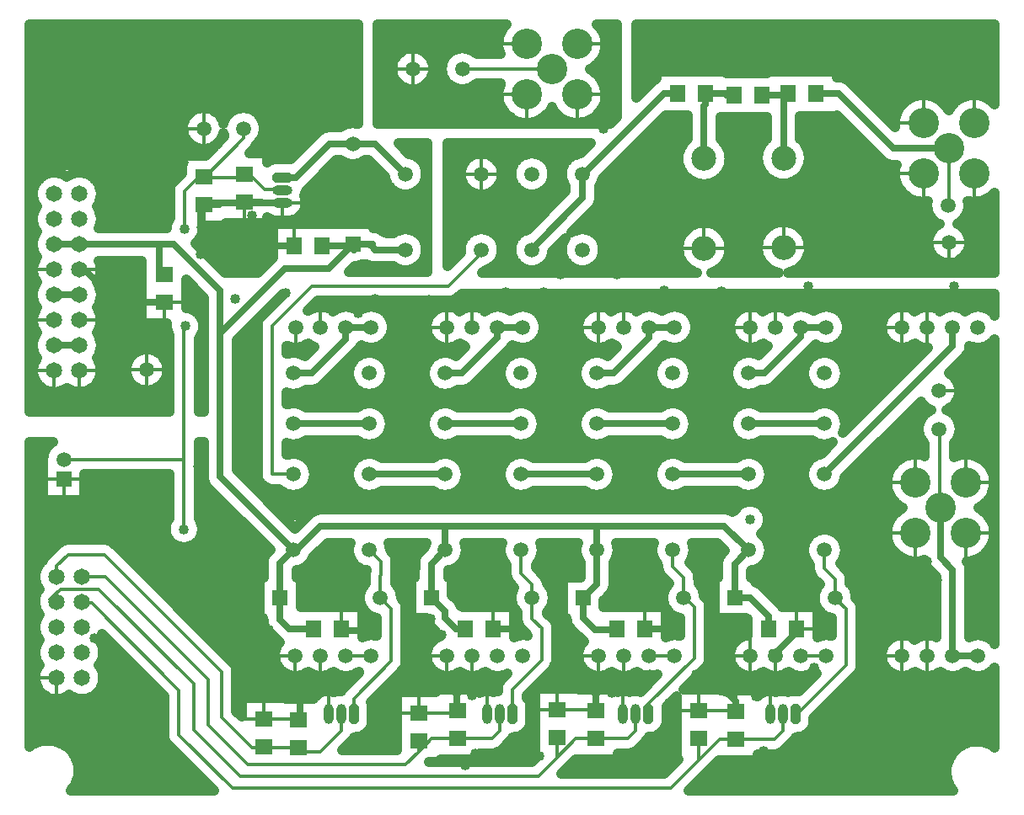
<source format=gbr>
G04 DipTrace 3.3.1.1*
G04 Top.gbr*
%MOIN*%
G04 #@! TF.FileFunction,Copper,L1,Top*
G04 #@! TF.Part,Single*
%AMOUTLINE0*
4,1,8,
0.019685,0.029528,
0.009843,0.03937,
-0.009843,0.03937,
-0.019685,0.029528,
-0.019685,-0.029528,
-0.009843,-0.03937,
0.009843,-0.03937,
0.019685,-0.029528,
0.019685,0.029528,
0*%
%AMOUTLINE3*
4,1,8,
-0.029528,0.019685,
-0.03937,0.009843,
-0.03937,-0.009843,
-0.029528,-0.019685,
0.029528,-0.019685,
0.03937,-0.009843,
0.03937,0.009843,
0.029528,0.019685,
-0.029528,0.019685,
0*%
G04 #@! TA.AperFunction,Conductor*
%ADD14C,0.027559*%
G04 #@! TA.AperFunction,ComponentPad*
%ADD15C,0.059055*%
G04 #@! TA.AperFunction,Conductor*
%ADD16C,0.011811*%
G04 #@! TA.AperFunction,CopperBalancing*
%ADD17C,0.04*%
%ADD18C,0.012992*%
%ADD20R,0.062992X0.070866*%
%ADD21R,0.070866X0.062992*%
G04 #@! TA.AperFunction,ComponentPad*
%ADD22R,0.059055X0.059055*%
%ADD23C,0.059055*%
%ADD25C,0.098425*%
%ADD26C,0.12*%
%ADD27C,0.065*%
%ADD28O,0.03937X0.07874*%
%ADD29O,0.07874X0.03937*%
%ADD62OUTLINE0*%
%ADD65OUTLINE3*%
%FSLAX26Y26*%
G04*
G70*
G90*
G75*
G01*
G04 Top*
%LPD*%
X651496Y2411873D2*
D14*
X551496D1*
X1444121Y1212953D2*
Y1128026D1*
X1481681Y1090466D1*
X1578304D1*
X3243133Y1212953D2*
Y1347245D1*
X3297829Y1401942D1*
X2643462Y1212953D2*
Y1133273D1*
X2690448Y1086287D1*
X2777646D1*
Y1090466D1*
X2043791Y1212953D2*
Y1347904D1*
X2097829Y1401942D1*
X1444121Y1212953D2*
Y1348234D1*
X1497829Y1401942D1*
X551496Y2611873D2*
X651496D1*
X3243133Y1212953D2*
X3304542D1*
X3377316Y1140178D1*
Y1090466D1*
X2043791Y1212953D2*
X2097102Y1159642D1*
Y1134672D1*
X2141308Y1090466D1*
X2177975D1*
X2643462Y1212953D2*
X2697829Y1267320D1*
Y1401942D1*
X651496Y2611873D2*
X966810D1*
X1024724D1*
X1208092Y2428505D1*
Y2259643D1*
Y1691680D1*
X1497829Y1401942D1*
X966810Y2611873D2*
Y2491794D1*
X985320D1*
X1732140Y2613501D2*
X1725302Y2606663D1*
X1609605D1*
X1732140Y2613501D2*
X1736946D1*
Y2591278D1*
X1732140Y2613501D2*
X1797794D1*
X1809129Y2602167D1*
X1820339Y2590957D1*
X1940450D1*
X1208092Y2259643D2*
X1463676Y2515227D1*
X1636988D1*
X1734562Y2612801D1*
X1809129D1*
Y2602167D1*
X1497829Y1401942D2*
X1510568D1*
X1605033Y1496407D1*
X2097829D1*
Y1401942D1*
Y1496407D2*
X2697829D1*
Y1401942D1*
Y1496407D2*
X3201049D1*
X3288609Y1408846D1*
Y1401942D1*
X3297829D1*
X551496Y2211873D2*
X651496D1*
X3020984Y1090466D2*
X2887882D1*
X3405235Y984146D2*
X3391719Y997661D1*
X3408517D1*
X3501322Y1090466D1*
X3487552D1*
X1804887Y1081913D2*
X1688541D1*
Y1090466D1*
X2288211D2*
X2398142D1*
X1505819Y2297706D2*
Y2284320D1*
X2694209Y765316D2*
Y841054D1*
X651496Y2511873D2*
X657171Y2506198D1*
X676820D1*
X801461Y2381558D1*
X985320D1*
X1516156Y728584D2*
X1522227D1*
Y839043D1*
X2143627Y841054D2*
Y765316D1*
X2147488D1*
X3209556Y840609D2*
X3245950Y804215D1*
Y762256D1*
X1143213Y2771203D2*
X1204736D1*
Y2768348D1*
X1499369Y2606663D2*
X1402387D1*
X1131832D1*
Y2572448D1*
Y2606663D2*
Y2681399D1*
Y2777259D1*
X1454293D1*
X1143213Y2771203D2*
X1131832Y2777259D1*
X1132373Y2679671D2*
X1131832Y2681399D1*
X1402387Y2614055D2*
Y2606663D1*
X3100434Y765441D2*
D16*
X3245950D1*
Y762256D1*
X2541143Y769146D2*
X2694209D1*
Y765316D1*
X1992963Y758033D2*
X2147488D1*
Y765316D1*
X1379008Y732735D2*
X1516156D1*
Y728584D1*
X1305003Y2780833D2*
D14*
X1454293Y2777259D1*
X2405235Y2284146D2*
X2305235D1*
Y2243499D1*
X2163678Y2101942D1*
X2097829D1*
X3005235Y2284146D2*
X2905235D1*
Y2243920D1*
X2763257Y2101942D1*
X2697829D1*
X2905235Y984146D2*
D16*
X3005235D1*
X3505235D2*
X3605235D1*
X1497829Y1901942D2*
D14*
X1797829D1*
X2097829D2*
X2397829D1*
Y1701942D2*
X2697829D1*
X2997829D2*
X3297829D1*
X2397829Y1401942D2*
D16*
Y1309211D1*
X2441429Y1265612D1*
Y1212953D1*
Y1130262D1*
X2479982Y1091710D1*
Y967593D1*
X2363602Y851214D1*
Y752854D1*
X2313602D2*
Y686077D1*
X2282605Y655080D1*
X2147488D1*
X2043933D1*
X1992963Y604110D1*
X1941298Y552445D1*
X1318134D1*
X1161539Y709039D1*
Y889332D1*
X754822Y1296050D1*
X660846D1*
X1992963Y647797D2*
Y604110D1*
X2997829Y1401942D2*
Y1337759D1*
X3041100Y1294488D1*
Y1212953D1*
X3035505Y1207358D1*
X3053610D1*
X3084049Y1176920D1*
Y974756D1*
X2901139Y791848D1*
Y752854D1*
X2851139D2*
Y686077D1*
X2820142Y655080D1*
X2694209D1*
X560846Y1196051D2*
X550846Y1206051D1*
X534196D1*
X575667Y1247522D1*
X727455D1*
X1103315Y871663D1*
Y689070D1*
X1287080Y505304D1*
X2465268D1*
X2541143Y581180D1*
X2615043Y655080D1*
X2694209D1*
X2541143Y658909D2*
Y581180D1*
X3597829Y1401942D2*
Y1328748D1*
X3640770Y1285807D1*
Y1212953D1*
X3625201Y1197383D1*
X3654806D1*
X3683504Y1168684D1*
Y947064D1*
X3489294Y752854D1*
X3483493D1*
X1797829Y1401942D2*
X1843262Y1356509D1*
Y1302760D1*
X1841759Y1301256D1*
Y1212953D1*
X1884336Y1170375D1*
Y962286D1*
X1736432Y814382D1*
Y752854D1*
X1686432D2*
Y686077D1*
X1604210Y603856D1*
X1516156D1*
Y618348D1*
X1440686D1*
Y620210D1*
X1399864D1*
X1333163D1*
X1214323Y739050D1*
Y919904D1*
X750096Y1384131D1*
X605593D1*
X560846Y1339385D1*
Y1296050D1*
X1379008Y622499D2*
X1399864D1*
Y620210D1*
X3433493Y752854D2*
Y686076D1*
X3399437Y652020D1*
X3245950D1*
X3182475D1*
X3100434Y569979D1*
X2988619Y458164D1*
X1256026D1*
X1043598Y670592D1*
Y847895D1*
X699627Y1191866D1*
X660846D1*
Y1196051D1*
X3100434Y655205D2*
Y569979D1*
X1732140Y3011139D2*
D14*
X1640958D1*
X1507077Y2877259D1*
X1454293D1*
X1732140Y3011139D2*
X1820268D1*
X1940450Y2890957D1*
X2440450Y2590957D2*
X2435885D1*
X2640218Y2795290D1*
Y2887283D1*
X2963507Y3210572D1*
X3017573D1*
X2640218Y2887283D2*
X2640450Y2890957D1*
X3564661Y3208482D2*
X3652554D1*
X3869005Y2992030D1*
X4088845D1*
X4085454Y2766093D2*
D16*
X4088845D1*
Y2992030D1*
X3351202Y3204301D2*
D14*
X3454425D1*
X3435392D1*
Y2954109D1*
X3454425Y3204301D2*
Y3208482D1*
X3127810Y3210572D2*
Y3166077D1*
X3121346Y3159614D1*
Y2951541D1*
X3240966Y3204301D2*
X3209748D1*
Y3210572D1*
X3127810D1*
X4105235Y2284146D2*
Y2209348D1*
X3597829Y1701942D1*
X1805235Y2284146D2*
X1705235D1*
Y2237895D1*
X1569282Y2101942D1*
X1497829D1*
X3605235Y2284146D2*
X3505235D1*
Y2247795D1*
X3359382Y2101942D1*
X3297829D1*
X4205235Y984146D2*
X4105235D1*
Y1323307D1*
X4056906Y1371636D1*
Y1568815D1*
X4051332Y1880955D2*
D16*
X4052448D1*
Y1573240D1*
X4056906D1*
Y1568815D1*
X1705235Y984146D2*
X1805235D1*
X2165669Y3307402D2*
X2519766D1*
Y3304907D1*
X1497829Y1701942D2*
X1414042D1*
Y2289915D1*
X1570066Y2445938D1*
X2108814D1*
X2240450Y2577575D1*
Y2590957D1*
X2697829Y1901942D2*
D14*
X2997829D1*
X3297829D2*
X3597829D1*
X1797829Y1701942D2*
X2097829D1*
X1454293Y2827259D2*
D16*
X1456245D1*
Y2830073D1*
X1382534D1*
X1336538Y2876070D1*
X1305003D1*
X1143213D1*
Y2881440D1*
Y2876070D2*
Y2874227D1*
X1118281D1*
X1066867Y2822814D1*
Y2673642D1*
X1068932Y2288692D2*
X1064568D1*
Y1760722D1*
Y1484619D1*
X1299528Y3071181D2*
Y3031811D1*
X1149156Y2881440D1*
X1143213D1*
X589007Y1760722D2*
X1064568D1*
X1305003Y2891070D2*
Y2876070D1*
D17*
X3020984Y1090466D3*
X1804887Y1081913D3*
X2398142Y1090466D3*
X2694209Y841054D3*
X1522227Y839043D3*
X2143627Y841054D3*
X3209556Y840609D3*
X2694209Y841054D3*
X1131832Y2572448D3*
D3*
X1522227Y839043D3*
X1066867Y2673642D3*
X1068932Y2288692D3*
X1064568Y1484619D3*
X1130811Y2046379D3*
X1119824Y1732598D3*
X839676Y2724894D3*
X987831D3*
Y2950831D3*
X1061909Y2936046D3*
X1254512Y3184207D3*
X1349497Y2988972D3*
X1691572Y3091609D3*
X1695276Y3452789D3*
X1691572Y3280508D3*
X2869411Y3239765D3*
Y3432367D3*
Y3321251D3*
X3154612Y3328659D3*
X3428699Y3321251D3*
X3706492Y3317547D3*
X3869463Y3136056D3*
X3954652Y3217542D3*
X4099105Y3221245D3*
X4250965D3*
X4236150Y3450887D3*
X2139495Y2974316D3*
X2334423Y2973325D3*
X2545692Y2974316D3*
X2543469Y2813818D3*
X2373089Y2676773D3*
X2128631Y2624919D3*
X2291604Y2524913D3*
X2553659Y2494302D3*
X1266944Y2395383D3*
X2793551Y2901409D3*
X2884227Y3013828D3*
X2987016Y3072110D3*
X3221261Y3081379D3*
X3353701Y3073971D3*
X3551888Y3077694D3*
X3654638Y3080497D3*
X3754643Y2969381D3*
X3847240Y2873080D3*
X3947245Y2776778D3*
X4025028Y2684181D3*
X4251638Y2795971D3*
X4226812Y2526199D3*
X4035190Y2526841D3*
X3847424Y2523138D3*
X3653841Y2524913D3*
X3273135D3*
X2980528Y2528617D3*
X2778406Y2491520D3*
X1371159Y2553765D3*
X1299243Y2518657D3*
X2238273Y1605316D3*
X1884175Y2510097D3*
X2017514D3*
X1988526Y2974370D3*
X2013811Y2802706D3*
X2017514Y2665661D3*
X1846151Y2697047D3*
X1350812Y2269681D3*
X1467990Y2418846D3*
X1347109Y2150820D3*
X1343406Y1921178D3*
Y1717463D3*
X1436003Y1580420D3*
X1753014Y2339240D3*
X1821209Y2395277D3*
X2032331Y2391573D3*
X2338000Y2424404D3*
X2487909Y2422827D3*
X2663739Y2414037D3*
X2962248Y2430819D3*
X3191650Y2425244D3*
X3534427Y2447230D3*
X3654638Y2391573D3*
X3858352D3*
X4110190Y2446010D3*
X4232445Y2391573D3*
X4239853Y2169339D3*
X4225037Y1958217D3*
X4232445Y1791542D3*
X4221333Y1317442D3*
X4247261Y1095209D3*
X4232445Y869272D3*
X4239853Y680373D3*
X4025028Y480362D3*
X3743530Y487770D3*
X3480554Y491474D3*
X3143500Y472954D3*
X3201091Y558264D3*
X3510185Y598887D3*
X3619631Y781154D3*
X3755387Y941117D3*
X3748971Y1141383D3*
X487804Y1404786D3*
X509386Y1482154D3*
X662164D3*
X955793D3*
X1176730Y1543381D3*
X1333304Y1396572D3*
X1328589Y1232253D3*
X1398963Y1087801D3*
X1410382Y895841D3*
X1736018Y902606D3*
X838050Y504249D3*
X1290268Y785570D3*
X1310071Y983419D3*
X1190198Y1117433D3*
X1014202Y1292318D3*
X910050Y1395224D3*
X1009286Y1401659D3*
X709549Y1053558D3*
X791525Y989949D3*
X873551Y811088D3*
X943385Y717412D3*
X903849Y608861D3*
X986472Y570056D3*
X948374Y477301D3*
X724854Y476657D3*
X711354Y657353D3*
X480398Y661853D3*
X1783373Y618857D3*
X1897474Y628056D3*
X1904386Y776655D3*
X1831814Y812941D3*
X1940672Y949445D3*
X1962978Y1083749D3*
X2040576Y1130559D3*
X2084715Y1065685D3*
X2009787Y897608D3*
X1837568Y701513D3*
X2217188Y597436D3*
X2205039Y826764D3*
X2325992Y897608D3*
X2201583D3*
X2049529Y564123D3*
X2177051Y548765D3*
X2384740Y584858D3*
X2446945Y648790D3*
X2440033Y826764D3*
X2526428Y942219D3*
X2548891Y1041022D3*
X2593816Y1080764D3*
X2605911Y902791D3*
X2756239Y899336D3*
X2906566Y911430D3*
X2756239Y835403D3*
X2780577Y592591D3*
X2691142Y549160D3*
X2468980Y587622D3*
X2603877Y546409D3*
X2778701Y520927D3*
X2975657Y533593D3*
X2969348Y603445D3*
X2967042Y679892D3*
X2984320Y797390D3*
X3089722Y909703D3*
X3186484Y1001281D3*
X3164106Y1128631D3*
X3278063Y1058942D3*
X3290157Y894152D3*
X3414567Y895879D3*
X3557982Y935936D3*
X3357546Y605593D3*
X3306209Y518392D3*
X3580408Y682228D3*
X4038337Y1084220D3*
X4043521Y1282928D3*
X4003778Y1357227D3*
X3893193Y1381419D3*
X3855180Y1535201D3*
X3875915Y1761555D3*
X3993411Y1796113D3*
X4010690Y1953352D3*
X4135098Y2124413D3*
X3848268Y1853134D3*
X3739411Y1728726D3*
X3604727Y1535710D3*
X1653395Y1334526D3*
X1656455Y1613084D3*
X1628906Y2011024D3*
X2238059Y2029390D3*
X2253365Y1778382D3*
X2247243Y1343710D3*
X2850273Y1349832D3*
X2859457Y1659000D3*
X2862518Y2038573D3*
X3431877Y2017146D3*
X3434938Y1659000D3*
X3441060Y1340648D3*
X1334350Y2726130D3*
X1246272Y2684459D3*
X1132373Y2679671D3*
X1402387Y2614055D3*
X1579929Y2736497D3*
X1595234Y2862001D3*
X1668699Y2935467D3*
X1794203Y2923223D3*
X1846241Y2855879D3*
X3594114Y1095764D3*
X3327801Y823328D3*
X1263720Y1464009D3*
X1858487Y3125255D3*
X2026845Y3131377D3*
X2204387D3*
X2357441Y3116071D3*
X2724130Y3070751D3*
X2749259Y3272185D3*
X2755381Y3440545D3*
X2290097Y3452789D3*
X2060517D3*
X1855425D3*
X2794425Y2689810D3*
X1514105Y3004890D3*
X2133667Y2779289D3*
X2553563Y1605316D3*
X3153534Y1596133D3*
X3303526Y1522667D3*
X3707588Y1332881D3*
X3724117Y1953972D3*
X3730852Y2149268D3*
X3673610Y2240182D3*
X3872273Y2095394D3*
X3980024Y2189675D3*
X3656774Y2812602D3*
X2858953Y3444383D2*
X4267660D1*
X2858953Y3404514D2*
X4267660D1*
X2858953Y3364646D2*
X4267660D1*
X2858953Y3324777D2*
X4267660D1*
X2858953Y3284908D2*
X2930472D1*
X3651743D2*
X4267660D1*
X2858953Y3245039D2*
X2901513D1*
X3712458D2*
X4267660D1*
X3752325Y3205171D2*
X4267660D1*
X3792193Y3165302D2*
X3900673D1*
X4077005D2*
X4100656D1*
X3832060Y3125433D2*
X3878353D1*
X2934955Y3085564D2*
X3051976D1*
X3190738D2*
X3365999D1*
X3504761D2*
X3679017D1*
X2895088Y3045696D2*
X3051976D1*
X3190738D2*
X3365999D1*
X3504761D2*
X3718883D1*
X2110948Y3005827D2*
X2662310D1*
X2855220D2*
X3032383D1*
X3210295D2*
X3344864D1*
X3525932D2*
X3758751D1*
X2110948Y2965958D2*
X2205539D1*
X2275369D2*
X2405522D1*
X2475387D2*
X2605541D1*
X2815353D2*
X3017563D1*
X3225115D2*
X3331262D1*
X3539496D2*
X3798618D1*
X2110948Y2926089D2*
X2163340D1*
X2317568D2*
X2363323D1*
X2517587D2*
X2563341D1*
X2775487D2*
X3019787D1*
X3222890D2*
X3334564D1*
X3536231D2*
X3878568D1*
X2110948Y2886220D2*
X2155446D1*
X2325427D2*
X2355465D1*
X2525445D2*
X2555446D1*
X2735619D2*
X3040566D1*
X3202150D2*
X3356848D1*
X3513911D2*
X3873402D1*
X2110948Y2846352D2*
X2168686D1*
X2312222D2*
X2368669D1*
X2512203D2*
X2568688D1*
X2712223D2*
X3883018D1*
X2110948Y2806483D2*
X2554945D1*
X2709602D2*
X3913160D1*
X2110948Y2766614D2*
X2515077D1*
X2702965D2*
X4000323D1*
X4170592D2*
X4267660D1*
X2110948Y2726745D2*
X2475210D1*
X2668121D2*
X4010514D1*
X4160400D2*
X4267660D1*
X2110948Y2686877D2*
X2435343D1*
X2628253D2*
X3071282D1*
X3171433D2*
X3380639D1*
X3490156D2*
X4039724D1*
X4138798D2*
X4267660D1*
X2110948Y2647008D2*
X2177802D1*
X2303106D2*
X2377783D1*
X2703108D2*
X3029692D1*
X3212987D2*
X3342315D1*
X3528444D2*
X4008864D1*
X4169659D2*
X4267660D1*
X2110948Y2607139D2*
X2156953D1*
X2323955D2*
X2356936D1*
X2723957D2*
X3017025D1*
X3225654D2*
X3330832D1*
X3539927D2*
X4005096D1*
X4173391D2*
X4267660D1*
X2110948Y2567270D2*
X2144824D1*
X2322054D2*
X2358873D1*
X2522037D2*
X2558856D1*
X2722055D2*
X3021080D1*
X3221598D2*
X3335963D1*
X3534832D2*
X4023396D1*
X4155126D2*
X4267660D1*
X2294890Y2527402D2*
X2386038D1*
X2494871D2*
X2586020D1*
X2694891D2*
X3044619D1*
X3198094D2*
X3361226D1*
X3509570D2*
X4267660D1*
X3380516Y3295514D2*
X3647757D1*
Y3273877D1*
X3657684Y3273660D1*
X3667816Y3272055D1*
X3677573Y3268885D1*
X3686715Y3264227D1*
X3695014Y3258197D1*
X3711776Y3241720D1*
X3878559Y3074937D1*
X3877467Y3085003D1*
X3877316Y3096021D1*
X3878253Y3107000D1*
X3880269Y3117833D1*
X3883343Y3128415D1*
X3887445Y3138642D1*
X3892537Y3148415D1*
X3898567Y3157638D1*
X3905476Y3166220D1*
X3913199Y3174080D1*
X3921660Y3181140D1*
X3930776Y3187332D1*
X3940457Y3192594D1*
X3950610Y3196875D1*
X3961135Y3200135D1*
X3971932Y3202341D1*
X3982892Y3203471D1*
X3993912Y3203516D1*
X4004882Y3202472D1*
X4015696Y3200352D1*
X4026247Y3197176D1*
X4036433Y3192975D1*
X4046156Y3187790D1*
X4055320Y3181672D1*
X4063837Y3174678D1*
X4071622Y3166881D1*
X4078600Y3158353D1*
X4084703Y3149178D1*
X4088843Y3141571D1*
X4093478Y3149992D1*
X4099659Y3159114D1*
X4106709Y3167583D1*
X4114560Y3175315D1*
X4123135Y3182235D1*
X4132352Y3188276D1*
X4142118Y3193377D1*
X4152341Y3197491D1*
X4162919Y3200577D1*
X4173751Y3202605D1*
X4184728Y3203554D1*
X4195747Y3203416D1*
X4206698Y3202193D1*
X4217475Y3199895D1*
X4227972Y3196546D1*
X4238089Y3192178D1*
X4247724Y3186833D1*
X4256787Y3180566D1*
X4265188Y3173433D1*
X4271655Y3166843D1*
X4271654Y3484274D1*
X2854958Y3484252D1*
X2854961Y3194463D1*
X2921046Y3260287D1*
X2929346Y3266318D1*
X2933843Y3268835D1*
X2934478Y3270521D1*
Y3297605D1*
X3210906D1*
Y3291325D1*
X3371345Y3291333D1*
X3371329Y3295514D1*
X3380516D1*
X3647147Y3121449D2*
X3500740D1*
X3500865Y3030768D1*
X3506677Y3025394D1*
X3512051Y3019581D1*
X3516951Y3013365D1*
X3521349Y3006783D1*
X3525217Y2999877D1*
X3528531Y2992688D1*
X3531270Y2985261D1*
X3533420Y2977643D1*
X3534963Y2969879D1*
X3535894Y2962018D1*
X3536205Y2954109D1*
X3535894Y2946199D1*
X3534963Y2938339D1*
X3533420Y2930575D1*
X3531270Y2922957D1*
X3528531Y2915530D1*
X3525217Y2908341D1*
X3521349Y2901434D1*
X3516951Y2894853D1*
X3512051Y2888636D1*
X3506677Y2882824D1*
X3500865Y2877450D1*
X3494648Y2872550D1*
X3488067Y2868152D1*
X3481160Y2864285D1*
X3473971Y2860970D1*
X3466545Y2858231D1*
X3458927Y2856081D1*
X3451163Y2854538D1*
X3443302Y2853608D1*
X3435392Y2853297D1*
X3427483Y2853608D1*
X3419622Y2854538D1*
X3411858Y2856081D1*
X3404240Y2858231D1*
X3396814Y2860970D1*
X3389625Y2864285D1*
X3382718Y2868152D1*
X3376136Y2872550D1*
X3369920Y2877450D1*
X3364108Y2882824D1*
X3358734Y2888636D1*
X3353833Y2894853D1*
X3349436Y2901434D1*
X3345568Y2908341D1*
X3342253Y2915530D1*
X3339514Y2922957D1*
X3337365Y2930575D1*
X3335822Y2938339D1*
X3334891Y2946199D1*
X3334580Y2954109D1*
X3334891Y2962018D1*
X3335822Y2969879D1*
X3337365Y2977643D1*
X3339514Y2985261D1*
X3342253Y2992688D1*
X3345568Y2999877D1*
X3349436Y3006783D1*
X3353833Y3013365D1*
X3358734Y3019581D1*
X3364108Y3025394D1*
X3369992Y3030825D1*
X3369993Y3117268D1*
X3186734D1*
X3186819Y3028199D1*
X3192631Y3022825D1*
X3198005Y3017013D1*
X3202906Y3010797D1*
X3207303Y3004215D1*
X3211171Y2997308D1*
X3214486Y2990119D1*
X3217224Y2982693D1*
X3219374Y2975075D1*
X3220917Y2967311D1*
X3221848Y2959450D1*
X3222159Y2951541D1*
X3221848Y2943631D1*
X3220917Y2935770D1*
X3219374Y2928007D1*
X3217224Y2920388D1*
X3214486Y2912962D1*
X3211171Y2905773D1*
X3207303Y2898866D1*
X3202906Y2892285D1*
X3198005Y2886068D1*
X3192631Y2880256D1*
X3186819Y2874882D1*
X3180602Y2869982D1*
X3174021Y2865584D1*
X3167114Y2861717D1*
X3159925Y2858402D1*
X3152499Y2855663D1*
X3144881Y2853513D1*
X3137117Y2851970D1*
X3129256Y2851039D1*
X3121346Y2850728D1*
X3113437Y2851039D1*
X3105576Y2851970D1*
X3097812Y2853513D1*
X3090194Y2855663D1*
X3082768Y2858402D1*
X3075579Y2861717D1*
X3068672Y2865584D1*
X3062091Y2869982D1*
X3055874Y2874882D1*
X3050062Y2880256D1*
X3044688Y2886068D1*
X3039787Y2892285D1*
X3035390Y2898866D1*
X3031522Y2905773D1*
X3028207Y2912962D1*
X3025469Y2920388D1*
X3023319Y2928007D1*
X3021776Y2935770D1*
X3020845Y2943631D1*
X3020534Y2951541D1*
X3020845Y2959450D1*
X3021776Y2967311D1*
X3023319Y2975075D1*
X3025469Y2982693D1*
X3028207Y2990119D1*
X3031522Y2997308D1*
X3035390Y3004215D1*
X3039787Y3010797D1*
X3044688Y3017013D1*
X3050062Y3022825D1*
X3055946Y3028257D1*
X3055967Y3123534D1*
X2968938Y3123539D1*
X2719890Y2874495D1*
X2717608Y2865887D1*
X2715402Y2859911D1*
X2712735Y2854126D1*
X2709623Y2848568D1*
X2705606Y2842665D1*
X2705396Y2790160D1*
X2703791Y2780028D1*
X2700621Y2770270D1*
X2695963Y2761130D1*
X2689933Y2752829D1*
X2673457Y2736068D1*
X2596598Y2659210D1*
X2603619Y2663241D1*
X2609404Y2665908D1*
X2615381Y2668114D1*
X2621512Y2669843D1*
X2627759Y2671085D1*
X2634085Y2671835D1*
X2640450Y2672084D1*
X2646815Y2671835D1*
X2653142Y2671085D1*
X2659388Y2669843D1*
X2665520Y2668114D1*
X2671496Y2665908D1*
X2677281Y2663241D1*
X2682839Y2660130D1*
X2688135Y2656591D1*
X2693138Y2652647D1*
X2697816Y2648323D1*
X2702140Y2643644D1*
X2706084Y2638642D1*
X2709623Y2633345D1*
X2712735Y2627787D1*
X2715402Y2622003D1*
X2717608Y2616026D1*
X2719336Y2609895D1*
X2720579Y2603648D1*
X2721328Y2597322D1*
X2721577Y2590957D1*
X2721328Y2584592D1*
X2720579Y2578265D1*
X2719336Y2572018D1*
X2717608Y2565887D1*
X2715402Y2559911D1*
X2712735Y2554126D1*
X2709623Y2548568D1*
X2706084Y2543272D1*
X2702140Y2538269D1*
X2697816Y2533591D1*
X2693138Y2529266D1*
X2688135Y2525323D1*
X2682839Y2521783D1*
X2677281Y2518672D1*
X2671496Y2516005D1*
X2665520Y2513799D1*
X2659388Y2512071D1*
X2653142Y2510828D1*
X2646815Y2510079D1*
X2640450Y2509829D1*
X2634085Y2510079D1*
X2627759Y2510828D1*
X2621512Y2512071D1*
X2615381Y2513799D1*
X2609404Y2516005D1*
X2603619Y2518672D1*
X2598062Y2521783D1*
X2592765Y2525323D1*
X2587762Y2529266D1*
X2583084Y2533591D1*
X2578760Y2538269D1*
X2574816Y2543272D1*
X2571277Y2548568D1*
X2568165Y2554126D1*
X2565499Y2559911D1*
X2563293Y2565887D1*
X2561564Y2572018D1*
X2560322Y2578265D1*
X2559572Y2584592D1*
X2559323Y2590957D1*
X2559572Y2597322D1*
X2560322Y2603648D1*
X2561564Y2609895D1*
X2563293Y2616026D1*
X2565499Y2622003D1*
X2568165Y2627787D1*
X2572370Y2634980D1*
X2521289Y2583900D1*
X2519336Y2572018D1*
X2517608Y2565887D1*
X2515402Y2559911D1*
X2512735Y2554126D1*
X2509623Y2548568D1*
X2506084Y2543272D1*
X2502140Y2538269D1*
X2497816Y2533591D1*
X2493138Y2529266D1*
X2488135Y2525323D1*
X2482839Y2521783D1*
X2477281Y2518672D1*
X2471496Y2516005D1*
X2465520Y2513799D1*
X2459388Y2512071D1*
X2453142Y2510828D1*
X2446815Y2510079D1*
X2440450Y2509829D1*
X2434085Y2510079D1*
X2427759Y2510828D1*
X2421512Y2512071D1*
X2415381Y2513799D1*
X2409404Y2516005D1*
X2403619Y2518672D1*
X2398062Y2521783D1*
X2392765Y2525323D1*
X2387762Y2529266D1*
X2383084Y2533591D1*
X2378760Y2538269D1*
X2374816Y2543272D1*
X2371277Y2548568D1*
X2368165Y2554126D1*
X2365499Y2559911D1*
X2363293Y2565887D1*
X2361564Y2572018D1*
X2360322Y2578265D1*
X2359572Y2584592D1*
X2359323Y2590957D1*
X2359572Y2597322D1*
X2360322Y2603648D1*
X2361564Y2609895D1*
X2363293Y2616026D1*
X2365499Y2622003D1*
X2368165Y2627787D1*
X2371277Y2633345D1*
X2374816Y2638642D1*
X2378760Y2643644D1*
X2383084Y2648323D1*
X2387762Y2652647D1*
X2392765Y2656591D1*
X2398062Y2660130D1*
X2403619Y2663241D1*
X2409404Y2665908D1*
X2415381Y2668114D1*
X2422512Y2670042D1*
X2574858Y2822391D1*
X2574816Y2843272D1*
X2571277Y2848568D1*
X2568165Y2854126D1*
X2565499Y2859911D1*
X2563293Y2865887D1*
X2561564Y2872018D1*
X2560322Y2878265D1*
X2559572Y2884592D1*
X2559323Y2890957D1*
X2559572Y2897322D1*
X2560322Y2903648D1*
X2561564Y2909895D1*
X2563293Y2916026D1*
X2565499Y2922003D1*
X2568165Y2927787D1*
X2571277Y2933345D1*
X2574816Y2938642D1*
X2578760Y2943644D1*
X2583084Y2948323D1*
X2587762Y2952647D1*
X2592765Y2956591D1*
X2598062Y2960130D1*
X2603619Y2963241D1*
X2609404Y2965908D1*
X2615381Y2968114D1*
X2621512Y2969843D1*
X2632084Y2971597D1*
X2672266Y3011793D1*
X2106907Y3011811D1*
X2106929Y2525378D1*
X2160234Y2578682D1*
X2159323Y2590957D1*
X2159572Y2597322D1*
X2160322Y2603648D1*
X2161564Y2609895D1*
X2163293Y2616026D1*
X2165499Y2622003D1*
X2168165Y2627787D1*
X2171277Y2633345D1*
X2174816Y2638642D1*
X2178760Y2643644D1*
X2183084Y2648323D1*
X2187762Y2652647D1*
X2192765Y2656591D1*
X2198062Y2660130D1*
X2203619Y2663241D1*
X2209404Y2665908D1*
X2215381Y2668114D1*
X2221512Y2669843D1*
X2227759Y2671085D1*
X2234085Y2671835D1*
X2240450Y2672084D1*
X2246815Y2671835D1*
X2253142Y2671085D1*
X2259388Y2669843D1*
X2265520Y2668114D1*
X2271496Y2665908D1*
X2277281Y2663241D1*
X2282839Y2660130D1*
X2288135Y2656591D1*
X2293138Y2652647D1*
X2297816Y2648323D1*
X2302140Y2643644D1*
X2306084Y2638642D1*
X2309623Y2633345D1*
X2312735Y2627787D1*
X2315402Y2622003D1*
X2317608Y2616026D1*
X2319336Y2609895D1*
X2320579Y2603648D1*
X2321328Y2597322D1*
X2321577Y2590957D1*
X2321328Y2584592D1*
X2320579Y2578265D1*
X2319336Y2572018D1*
X2317608Y2565887D1*
X2315402Y2559911D1*
X2312735Y2554126D1*
X2309623Y2548568D1*
X2306084Y2543272D1*
X2302140Y2538269D1*
X2297816Y2533591D1*
X2293138Y2529266D1*
X2288135Y2525323D1*
X2282839Y2521783D1*
X2277281Y2518672D1*
X2271496Y2516005D1*
X2265520Y2513799D1*
X2255509Y2511299D1*
X2244853Y2500652D1*
X3092440Y2500630D1*
X3084025Y2503560D1*
X3075657Y2507345D1*
X3067669Y2511875D1*
X3060127Y2517114D1*
X3053093Y2523017D1*
X3046625Y2529535D1*
X3040777Y2536615D1*
X3035597Y2544199D1*
X3031129Y2552222D1*
X3027409Y2560618D1*
X3024469Y2569318D1*
X3022333Y2578249D1*
X3021018Y2587337D1*
X3020537Y2596508D1*
X3020891Y2605685D1*
X3022079Y2614791D1*
X3024091Y2623751D1*
X3026909Y2632491D1*
X3030512Y2640938D1*
X3034867Y2649022D1*
X3039941Y2656677D1*
X3045690Y2663837D1*
X3052067Y2670446D1*
X3059018Y2676446D1*
X3066487Y2681789D1*
X3074411Y2686430D1*
X3082724Y2690331D1*
X3091358Y2693459D1*
X3100241Y2695789D1*
X3109299Y2697301D1*
X3118457Y2697982D1*
X3127639Y2697825D1*
X3136769Y2696836D1*
X3145770Y2695020D1*
X3154570Y2692391D1*
X3163093Y2688972D1*
X3171269Y2684794D1*
X3179033Y2679887D1*
X3186316Y2674295D1*
X3193062Y2668063D1*
X3199211Y2661243D1*
X3204715Y2653892D1*
X3209528Y2646071D1*
X3213608Y2637844D1*
X3216923Y2629280D1*
X3219444Y2620450D1*
X3221152Y2611427D1*
X3222031Y2602286D1*
X3222092Y2593537D1*
X3221340Y2584385D1*
X3219757Y2575339D1*
X3217360Y2566474D1*
X3214164Y2557865D1*
X3210198Y2549581D1*
X3205496Y2541694D1*
X3200094Y2534266D1*
X3194041Y2527362D1*
X3187383Y2521037D1*
X3180177Y2515344D1*
X3172484Y2510329D1*
X3164366Y2506037D1*
X3155891Y2502500D1*
X3150244Y2500631D1*
X3417119Y2500630D1*
X3406747Y2503121D1*
X3398071Y2506129D1*
X3389703Y2509913D1*
X3381715Y2514444D1*
X3374173Y2519682D1*
X3367139Y2525585D1*
X3360671Y2532104D1*
X3354823Y2539184D1*
X3349643Y2546768D1*
X3345175Y2554790D1*
X3341455Y2563186D1*
X3338514Y2571886D1*
X3336379Y2580818D1*
X3335064Y2589906D1*
X3334583Y2599076D1*
X3334937Y2608253D1*
X3336125Y2617360D1*
X3338136Y2626319D1*
X3340955Y2635059D1*
X3344558Y2643507D1*
X3348913Y2651591D1*
X3353987Y2659245D1*
X3359736Y2666406D1*
X3366113Y2673014D1*
X3373064Y2679014D1*
X3380533Y2684357D1*
X3388457Y2688999D1*
X3396770Y2692899D1*
X3405404Y2696028D1*
X3414287Y2698357D1*
X3423345Y2699869D1*
X3432503Y2700550D1*
X3441685Y2700394D1*
X3450815Y2699404D1*
X3459816Y2697588D1*
X3468615Y2694959D1*
X3477139Y2691541D1*
X3485315Y2687362D1*
X3493079Y2682455D1*
X3500362Y2676864D1*
X3507108Y2670631D1*
X3513257Y2663811D1*
X3518761Y2656461D1*
X3523573Y2648639D1*
X3527654Y2640412D1*
X3530969Y2631848D1*
X3533490Y2623018D1*
X3535198Y2613995D1*
X3536077Y2604854D1*
X3536138Y2596105D1*
X3535386Y2586953D1*
X3533803Y2577907D1*
X3531406Y2569042D1*
X3528210Y2560433D1*
X3524244Y2552150D1*
X3519542Y2544262D1*
X3514140Y2536835D1*
X3508087Y2529930D1*
X3501429Y2523605D1*
X3494223Y2517912D1*
X3486530Y2512898D1*
X3478412Y2508605D1*
X3469937Y2505068D1*
X3461176Y2502319D1*
X3453619Y2500630D1*
X4271667D1*
X4271654Y2817188D1*
X4264723Y2810196D1*
X4256283Y2803110D1*
X4247185Y2796894D1*
X4237520Y2791604D1*
X4227378Y2787294D1*
X4216861Y2784004D1*
X4206072Y2781768D1*
X4195114Y2780606D1*
X4184094Y2780531D1*
X4173122Y2781543D1*
X4164785Y2783058D1*
X4166332Y2772458D1*
X4166581Y2766093D1*
X4166332Y2759728D1*
X4165583Y2753402D1*
X4164340Y2747155D1*
X4162612Y2741024D1*
X4160406Y2735047D1*
X4157739Y2729262D1*
X4154627Y2723705D1*
X4151088Y2718408D1*
X4147144Y2713406D1*
X4142820Y2708727D1*
X4138142Y2704403D1*
X4133139Y2700459D1*
X4127843Y2696920D1*
X4122307Y2693820D1*
X4129496Y2690185D1*
X4137198Y2685186D1*
X4144286Y2679350D1*
X4150669Y2672751D1*
X4156265Y2665472D1*
X4161004Y2657608D1*
X4164823Y2649259D1*
X4167675Y2640531D1*
X4169521Y2631538D1*
X4170340Y2622392D1*
X4170197Y2614232D1*
X4169055Y2605122D1*
X4166892Y2596199D1*
X4163736Y2587577D1*
X4159625Y2579367D1*
X4154613Y2571676D1*
X4148762Y2564598D1*
X4142151Y2558228D1*
X4134862Y2552646D1*
X4126990Y2547921D1*
X4118633Y2544118D1*
X4109899Y2541283D1*
X4100903Y2539453D1*
X4091756Y2538651D1*
X4082577Y2538888D1*
X4073484Y2540160D1*
X4064594Y2542451D1*
X4056018Y2545734D1*
X4047870Y2549963D1*
X4040251Y2555087D1*
X4033259Y2561037D1*
X4026984Y2567740D1*
X4021508Y2575110D1*
X4016899Y2583050D1*
X4013217Y2591461D1*
X4010508Y2600234D1*
X4008808Y2609257D1*
X4008139Y2618413D1*
X4008509Y2627588D1*
X4009912Y2636661D1*
X4012333Y2645518D1*
X4015738Y2654045D1*
X4020085Y2662131D1*
X4025318Y2669676D1*
X4031370Y2676581D1*
X4038163Y2682757D1*
X4045610Y2688127D1*
X4052392Y2692004D1*
X4043066Y2696920D1*
X4037769Y2700459D1*
X4032766Y2704403D1*
X4028088Y2708727D1*
X4023764Y2713406D1*
X4019820Y2718408D1*
X4016281Y2723705D1*
X4013169Y2729262D1*
X4010503Y2735047D1*
X4008297Y2741024D1*
X4006568Y2747155D1*
X4005325Y2753402D1*
X4004576Y2759728D1*
X4004327Y2766093D1*
X4004576Y2772458D1*
X4005912Y2781738D1*
X3995114Y2780606D1*
X3984094Y2780531D1*
X3973122Y2781543D1*
X3962303Y2783633D1*
X3951743Y2786778D1*
X3941543Y2790950D1*
X3931806Y2796108D1*
X3922625Y2802201D1*
X3914088Y2809169D1*
X3906281Y2816945D1*
X3899280Y2825453D1*
X3893150Y2834610D1*
X3887954Y2844328D1*
X3883741Y2854509D1*
X3880554Y2865058D1*
X3878421Y2875869D1*
X3877366Y2886837D1*
X3877398Y2897856D1*
X3878516Y2908819D1*
X3880709Y2919617D1*
X3882752Y2926652D1*
X3863875Y2926852D1*
X3853743Y2928457D1*
X3843986Y2931627D1*
X3834844Y2936285D1*
X3826545Y2942315D1*
X3809783Y2958791D1*
X3647112Y3121463D1*
X2521328Y2884592D2*
X2520579Y2878265D1*
X2519336Y2872018D1*
X2517608Y2865887D1*
X2515402Y2859911D1*
X2512735Y2854126D1*
X2509623Y2848568D1*
X2506084Y2843272D1*
X2502140Y2838269D1*
X2497816Y2833591D1*
X2493138Y2829266D1*
X2488135Y2825323D1*
X2482839Y2821783D1*
X2477281Y2818672D1*
X2471496Y2816005D1*
X2465520Y2813799D1*
X2459388Y2812071D1*
X2453142Y2810828D1*
X2446815Y2810079D1*
X2440450Y2809829D1*
X2434085Y2810079D1*
X2427759Y2810828D1*
X2421512Y2812071D1*
X2415381Y2813799D1*
X2409404Y2816005D1*
X2403619Y2818672D1*
X2398062Y2821783D1*
X2392765Y2825323D1*
X2387762Y2829266D1*
X2383084Y2833591D1*
X2378760Y2838269D1*
X2374816Y2843272D1*
X2371277Y2848568D1*
X2368165Y2854126D1*
X2365499Y2859911D1*
X2363293Y2865887D1*
X2361564Y2872018D1*
X2360322Y2878265D1*
X2359572Y2884592D1*
X2359323Y2890957D1*
X2359572Y2897322D1*
X2360322Y2903648D1*
X2361564Y2909895D1*
X2363293Y2916026D1*
X2365499Y2922003D1*
X2368165Y2927787D1*
X2371277Y2933345D1*
X2374816Y2938642D1*
X2378760Y2943644D1*
X2383084Y2948323D1*
X2387762Y2952647D1*
X2392765Y2956591D1*
X2398062Y2960130D1*
X2403619Y2963241D1*
X2409404Y2965908D1*
X2415381Y2968114D1*
X2421512Y2969843D1*
X2427759Y2971085D1*
X2434085Y2971835D1*
X2440450Y2972084D1*
X2446815Y2971835D1*
X2453142Y2971085D1*
X2459388Y2969843D1*
X2465520Y2968114D1*
X2471496Y2965908D1*
X2477281Y2963241D1*
X2482839Y2960130D1*
X2488135Y2956591D1*
X2493138Y2952647D1*
X2497816Y2948323D1*
X2502140Y2943644D1*
X2506084Y2938642D1*
X2509623Y2933345D1*
X2512735Y2927787D1*
X2515402Y2922003D1*
X2517608Y2916026D1*
X2519336Y2909895D1*
X2520579Y2903648D1*
X2521328Y2897322D1*
X2521577Y2890957D1*
X2521328Y2884592D1*
X2321556Y2889119D2*
X2320829Y2879967D1*
X2319073Y2870955D1*
X2316310Y2862199D1*
X2312575Y2853812D1*
X2307916Y2845900D1*
X2302392Y2838566D1*
X2296076Y2831903D1*
X2289047Y2825995D1*
X2281396Y2820920D1*
X2273220Y2816743D1*
X2264625Y2813514D1*
X2255720Y2811280D1*
X2246619Y2810064D1*
X2237440Y2809885D1*
X2228298Y2810744D1*
X2219312Y2812631D1*
X2210598Y2815521D1*
X2202265Y2819377D1*
X2194423Y2824150D1*
X2187168Y2829778D1*
X2180597Y2836190D1*
X2174793Y2843304D1*
X2169828Y2851029D1*
X2165769Y2859264D1*
X2162667Y2867906D1*
X2160560Y2876841D1*
X2159476Y2885959D1*
X2159430Y2895140D1*
X2160423Y2904268D1*
X2162438Y2913226D1*
X2165454Y2921898D1*
X2169430Y2930173D1*
X2174316Y2937946D1*
X2180050Y2945118D1*
X2186556Y2951596D1*
X2193753Y2957297D1*
X2201549Y2962148D1*
X2209841Y2966088D1*
X2218526Y2969066D1*
X2227492Y2971043D1*
X2236625Y2971993D1*
X2245806Y2971907D1*
X2254919Y2970783D1*
X2263845Y2968638D1*
X2272472Y2965497D1*
X2280690Y2961402D1*
X2288392Y2956403D1*
X2295480Y2950567D1*
X2301864Y2943967D1*
X2307459Y2936689D1*
X2312198Y2928824D1*
X2316017Y2920475D1*
X2318869Y2911748D1*
X2320715Y2902755D1*
X2321534Y2893609D1*
X2321556Y2889119D1*
X3121346Y2697987D2*
D18*
Y2597210D1*
X3020570D2*
X3222123D1*
X3435392Y2700555D2*
Y2599778D1*
X3334615D2*
X3536169D1*
X4188845Y3203594D2*
Y3092030D1*
Y2892030D2*
Y2780466D1*
X3988845Y2892030D2*
Y2780466D1*
X3877281Y2892030D2*
X3988845D1*
X4089256Y2619740D2*
Y2538648D1*
X4008164Y2619740D2*
X4170348D1*
X3988845Y3203594D2*
Y3092030D1*
X3877281D2*
X3988845D1*
X2240450Y2972049D2*
Y2809865D1*
X2159358Y2890957D2*
X2321542D1*
X1835357Y3444383D2*
D17*
X2311399D1*
X2728155D2*
X2771577D1*
X1835357Y3404514D2*
X2304150D1*
X2735367D2*
X2771577D1*
X1835357Y3364646D2*
X1907343D1*
X2030315D2*
X2104167D1*
X2727867D2*
X2771577D1*
X1835357Y3324777D2*
X1885560D1*
X2052062D2*
X2082421D1*
X2701457D2*
X2771577D1*
X1835357Y3284908D2*
X1886888D1*
X2050769D2*
X2083713D1*
X2701564D2*
X2771577D1*
X1835357Y3245039D2*
X1912941D1*
X2024718D2*
X2109765D1*
X2221542D2*
X2311650D1*
X2727904D2*
X2771577D1*
X1835357Y3205171D2*
X2304150D1*
X2735367D2*
X2771577D1*
X1835357Y3165302D2*
X2311434D1*
X2728119D2*
X2771577D1*
X1835357Y3125433D2*
X2337415D1*
X2502121D2*
X2537433D1*
X2702104D2*
X2771577D1*
X2731352Y3203070D2*
X2730626Y3192075D1*
X2728820Y3181205D1*
X2725951Y3170566D1*
X2722047Y3160261D1*
X2717146Y3150392D1*
X2711295Y3141054D1*
X2704551Y3132340D1*
X2696982Y3124332D1*
X2688659Y3117110D1*
X2679665Y3110744D1*
X2670087Y3105295D1*
X2660018Y3100819D1*
X2649558Y3097357D1*
X2638806Y3094942D1*
X2627869Y3093601D1*
X2616853Y3093345D1*
X2605865Y3094176D1*
X2595012Y3096087D1*
X2584402Y3099059D1*
X2574135Y3103062D1*
X2564314Y3108059D1*
X2555034Y3113999D1*
X2546385Y3120825D1*
X2538450Y3128472D1*
X2531308Y3136865D1*
X2525030Y3145920D1*
X2519768Y3155364D1*
X2515298Y3147215D1*
X2509143Y3138076D1*
X2502117Y3129588D1*
X2494287Y3121833D1*
X2485732Y3114890D1*
X2476533Y3108823D1*
X2466781Y3103693D1*
X2456570Y3099550D1*
X2446000Y3096434D1*
X2435176Y3094375D1*
X2424199Y3093395D1*
X2413181Y3093501D1*
X2402227Y3094694D1*
X2391444Y3096961D1*
X2380936Y3100280D1*
X2370807Y3104619D1*
X2361156Y3109937D1*
X2352076Y3116180D1*
X2343656Y3123287D1*
X2335978Y3131192D1*
X2329117Y3139814D1*
X2323139Y3149071D1*
X2318104Y3158871D1*
X2314059Y3169122D1*
X2311046Y3179720D1*
X2309092Y3190566D1*
X2308217Y3201550D1*
X2308429Y3212567D1*
X2309728Y3223509D1*
X2312098Y3234270D1*
X2315520Y3244745D1*
X2317639Y3249902D1*
X2222896Y3249896D1*
X2218357Y3245711D1*
X2213354Y3241768D1*
X2208058Y3238228D1*
X2202500Y3235117D1*
X2196715Y3232450D1*
X2190739Y3230244D1*
X2184608Y3228516D1*
X2178361Y3227273D1*
X2172034Y3226524D1*
X2165669Y3226274D1*
X2159304Y3226524D1*
X2152978Y3227273D1*
X2146731Y3228516D1*
X2140600Y3230244D1*
X2134623Y3232450D1*
X2128839Y3235117D1*
X2123281Y3238228D1*
X2117984Y3241768D1*
X2112982Y3245711D1*
X2108303Y3250035D1*
X2103979Y3254714D1*
X2100035Y3259717D1*
X2096496Y3265013D1*
X2093385Y3270571D1*
X2090718Y3276356D1*
X2088512Y3282332D1*
X2086783Y3288463D1*
X2085541Y3294710D1*
X2084791Y3301037D1*
X2084542Y3307402D1*
X2084791Y3313766D1*
X2085541Y3320093D1*
X2086783Y3326340D1*
X2088512Y3332471D1*
X2090718Y3338448D1*
X2093385Y3344232D1*
X2096496Y3349790D1*
X2100035Y3355087D1*
X2103979Y3360089D1*
X2108303Y3364768D1*
X2112982Y3369092D1*
X2117984Y3373035D1*
X2123281Y3376575D1*
X2128839Y3379686D1*
X2134623Y3382353D1*
X2140600Y3384559D1*
X2146731Y3386287D1*
X2152978Y3387530D1*
X2159304Y3388280D1*
X2165669Y3388529D1*
X2172034Y3388280D1*
X2178361Y3387530D1*
X2184608Y3386287D1*
X2190739Y3384559D1*
X2196715Y3382353D1*
X2202500Y3379686D1*
X2208058Y3376575D1*
X2213354Y3373035D1*
X2218357Y3369092D1*
X2222870Y3364920D1*
X2315558Y3364907D1*
X2312421Y3374385D1*
X2309934Y3385119D1*
X2308518Y3396047D1*
X2308188Y3407060D1*
X2308944Y3418054D1*
X2310781Y3428919D1*
X2313680Y3439550D1*
X2317613Y3449843D1*
X2322542Y3459698D1*
X2328420Y3469018D1*
X2335188Y3477715D1*
X2341293Y3484255D1*
X1831346Y3484252D1*
X1831339Y3091189D1*
X2751684Y3091181D1*
X2775589Y3115115D1*
X2775591Y3484244D1*
X2698236Y3484252D1*
X2704962Y3476992D1*
X2711656Y3468239D1*
X2717454Y3458867D1*
X2722299Y3448971D1*
X2726144Y3438644D1*
X2728953Y3427990D1*
X2730697Y3417109D1*
X2731360Y3406110D1*
X2730988Y3395731D1*
X2729542Y3384807D1*
X2727024Y3374079D1*
X2723461Y3363652D1*
X2718887Y3353627D1*
X2713346Y3344102D1*
X2706895Y3335169D1*
X2699592Y3326917D1*
X2691512Y3319425D1*
X2682732Y3312766D1*
X2673339Y3307007D1*
X2669308Y3304911D1*
X2678646Y3299710D1*
X2687709Y3293442D1*
X2696109Y3286310D1*
X2703764Y3278385D1*
X2710601Y3269743D1*
X2716552Y3260469D1*
X2721559Y3250654D1*
X2725575Y3240391D1*
X2728558Y3229783D1*
X2730482Y3218934D1*
X2731325Y3207948D1*
X2731352Y3203070D1*
X2049925Y3305564D2*
X2049198Y3296412D1*
X2047442Y3287400D1*
X2044678Y3278644D1*
X2040944Y3270257D1*
X2036285Y3262345D1*
X2030761Y3255010D1*
X2024445Y3248348D1*
X2017416Y3242440D1*
X2009765Y3237365D1*
X2001589Y3233188D1*
X1992993Y3229959D1*
X1984089Y3227724D1*
X1974988Y3226509D1*
X1965808Y3226329D1*
X1956667Y3227189D1*
X1947681Y3229076D1*
X1938967Y3231966D1*
X1930634Y3235822D1*
X1922791Y3240594D1*
X1915537Y3246223D1*
X1908966Y3252635D1*
X1903161Y3259749D1*
X1898197Y3267474D1*
X1894138Y3275709D1*
X1891035Y3284350D1*
X1888929Y3293286D1*
X1887845Y3302404D1*
X1887799Y3311585D1*
X1888791Y3320713D1*
X1890807Y3329671D1*
X1893823Y3338343D1*
X1897799Y3346618D1*
X1902685Y3354391D1*
X1908419Y3361563D1*
X1914925Y3368041D1*
X1922122Y3373741D1*
X1929917Y3378593D1*
X1938210Y3382533D1*
X1946895Y3385510D1*
X1955861Y3387488D1*
X1964993Y3388438D1*
X1974175Y3388352D1*
X1983287Y3387228D1*
X1992214Y3385083D1*
X2000841Y3381942D1*
X2009059Y3377846D1*
X2016761Y3372848D1*
X2023849Y3367012D1*
X2030232Y3360412D1*
X2035828Y3353134D1*
X2040567Y3345269D1*
X2044386Y3336920D1*
X2047238Y3328193D1*
X2049084Y3319199D1*
X2049903Y3310054D1*
X2049925Y3305564D1*
X2619766Y3204907D2*
D18*
Y3093343D1*
Y3204907D2*
X2731331D1*
X2419766D2*
Y3093343D1*
X2308202Y3204907D2*
X2419766D1*
X2308202Y3404907D2*
X2419766D1*
X2619766D2*
X2731331D1*
X1968819Y3388493D2*
Y3226310D1*
X1887727Y3307402D2*
X2049911D1*
X457404Y3444383D2*
D17*
X1747980D1*
X457404Y3404514D2*
X1747980D1*
X457404Y3364646D2*
X1747980D1*
X457404Y3324777D2*
X1747980D1*
X457404Y3284908D2*
X1747980D1*
X457404Y3245039D2*
X1747980D1*
X457404Y3205171D2*
X1747980D1*
X457404Y3165302D2*
X1747980D1*
X457404Y3125433D2*
X1077736D1*
X1206378D2*
X1235196D1*
X1363839D2*
X1747980D1*
X457404Y3085564D2*
X1058215D1*
X1383360D2*
X1695841D1*
X457404Y3045696D2*
X1061014D1*
X1380560D2*
X1579038D1*
X457404Y3005827D2*
X1089972D1*
X1354832D2*
X1539171D1*
X1922052D2*
X2023571D1*
X457404Y2965958D2*
X1148356D1*
X1396026D2*
X1499303D1*
X1975377D2*
X2023571D1*
X457404Y2926089D2*
X1052186D1*
X1652383D2*
X1808840D1*
X457404Y2886220D2*
X508182D1*
X694814D2*
X1044938D1*
X1612516D2*
X1848744D1*
X732205Y2846352D2*
X1010417D1*
X1572648D2*
X1868696D1*
X739417Y2806483D2*
X1005357D1*
X1546165D2*
X2023571D1*
X726391Y2766614D2*
X1005357D1*
X1548462D2*
X2023571D1*
X738269Y2726745D2*
X1005357D1*
X1528260D2*
X2023571D1*
X735793Y2686877D2*
X992510D1*
X1141249D2*
X1412285D1*
X1817270D2*
X2023571D1*
X1137337Y2647008D2*
X1412285D1*
X2003115D2*
X2023571D1*
X1125927Y2607139D2*
X1412285D1*
X1165794Y2567270D2*
X1412285D1*
X738161Y2527402D2*
X894295D1*
X1205661D2*
X1379378D1*
X1754869D2*
X1801017D1*
X1994862D2*
X2023571D1*
X736009Y2487533D2*
X894295D1*
X731594Y2447664D2*
X894295D1*
X739490Y2407795D2*
X894295D1*
X1076370D2*
X1132352D1*
X727217Y2367927D2*
X894295D1*
X1076370D2*
X1138703D1*
X738018Y2328058D2*
X894295D1*
X736188Y2288189D2*
X993336D1*
X731272Y2248320D2*
X1003060D1*
X739525Y2208451D2*
X1003060D1*
X727612Y2168583D2*
X852383D1*
X982568D2*
X1003060D1*
X737911Y2128714D2*
X833472D1*
X736367Y2088845D2*
X836738D1*
X457404Y2048976D2*
X491676D1*
X711320D2*
X866593D1*
X968358D2*
X1003060D1*
X457404Y2009108D2*
X1003060D1*
X457404Y1969239D2*
X1003060D1*
X1065366Y2964535D2*
X1150950D1*
X1225138Y3038747D1*
X1222370Y3046112D1*
X1220797Y3051692D1*
X1218539Y3044150D1*
X1214995Y3035680D1*
X1210516Y3027664D1*
X1205160Y3020206D1*
X1198996Y3013402D1*
X1192104Y3007337D1*
X1184568Y3002089D1*
X1176490Y2997728D1*
X1167970Y2994307D1*
X1159117Y2991870D1*
X1150046Y2990449D1*
X1140873Y2990062D1*
X1131715Y2990714D1*
X1122689Y2992396D1*
X1113911Y2995089D1*
X1105493Y2998756D1*
X1097545Y3003349D1*
X1090164Y3008812D1*
X1083450Y3015073D1*
X1077486Y3022054D1*
X1072348Y3029664D1*
X1068104Y3037806D1*
X1064806Y3046374D1*
X1062497Y3055261D1*
X1061207Y3064350D1*
X1060954Y3073529D1*
X1061739Y3082677D1*
X1063551Y3091677D1*
X1066370Y3100416D1*
X1070157Y3108780D1*
X1074866Y3116661D1*
X1080436Y3123961D1*
X1086794Y3130584D1*
X1093860Y3136448D1*
X1101543Y3141474D1*
X1109745Y3145601D1*
X1118361Y3148774D1*
X1127280Y3150953D1*
X1136387Y3152112D1*
X1145568Y3152232D1*
X1154703Y3151315D1*
X1163677Y3149371D1*
X1172374Y3146428D1*
X1180681Y3142518D1*
X1188495Y3137697D1*
X1195713Y3132022D1*
X1202244Y3125570D1*
X1208004Y3118419D1*
X1212919Y3110664D1*
X1216927Y3102403D1*
X1219975Y3093743D1*
X1220783Y3090713D1*
X1224576Y3102227D1*
X1227243Y3108012D1*
X1230354Y3113570D1*
X1233894Y3118866D1*
X1237837Y3123869D1*
X1242161Y3128547D1*
X1246840Y3132871D1*
X1251843Y3136815D1*
X1257139Y3140354D1*
X1262697Y3143466D1*
X1268482Y3146133D1*
X1274458Y3148339D1*
X1280589Y3150067D1*
X1286836Y3151310D1*
X1293163Y3152059D1*
X1299528Y3152308D1*
X1305892Y3152059D1*
X1312219Y3151310D1*
X1318466Y3150067D1*
X1324597Y3148339D1*
X1330573Y3146133D1*
X1336358Y3143466D1*
X1341916Y3140354D1*
X1347213Y3136815D1*
X1352215Y3132871D1*
X1356894Y3128547D1*
X1361218Y3123869D1*
X1365161Y3118866D1*
X1368701Y3113570D1*
X1371812Y3108012D1*
X1374479Y3102227D1*
X1376685Y3096251D1*
X1378413Y3090119D1*
X1379656Y3083873D1*
X1380406Y3077546D1*
X1380655Y3071181D1*
X1380406Y3064816D1*
X1379656Y3058490D1*
X1378413Y3052243D1*
X1376685Y3046112D1*
X1374479Y3040135D1*
X1371812Y3034350D1*
X1368701Y3028793D1*
X1365161Y3023496D1*
X1361218Y3018493D1*
X1356894Y3013815D1*
X1352656Y3009804D1*
X1348559Y3001764D1*
X1343255Y2994465D1*
X1323215Y2974173D1*
X1392035Y2974165D1*
Y2936810D1*
X1397804Y2940940D1*
X1405018Y2944615D1*
X1412719Y2947118D1*
X1420717Y2948385D1*
X1452324Y2948543D1*
X1483836D1*
X1486829Y2949472D1*
X1598497Y3060854D1*
X1606798Y3066885D1*
X1615938Y3071542D1*
X1625696Y3074713D1*
X1635828Y3076318D1*
X1659331Y3076518D1*
X1684127D1*
X1689752Y3080312D1*
X1695310Y3083424D1*
X1701094Y3086091D1*
X1707071Y3088297D1*
X1713202Y3090025D1*
X1719449Y3091268D1*
X1725776Y3092017D1*
X1732140Y3092266D1*
X1738505Y3092017D1*
X1744832Y3091268D1*
X1751966Y3089776D1*
X1751969Y3484274D1*
X453404Y3484252D1*
X453386Y1949427D1*
X1007067Y1949449D1*
X1007063Y2252657D1*
X1002782Y2261291D1*
X999310Y2271976D1*
X997552Y2283073D1*
Y2294310D1*
X998046Y2298475D1*
X898287Y2298462D1*
Y2546529D1*
X728144Y2546493D1*
X731349Y2538260D1*
X733749Y2529398D1*
X735171Y2520327D1*
X735596Y2511873D1*
X735094Y2502705D1*
X733597Y2493646D1*
X731121Y2484804D1*
X727696Y2476285D1*
X723362Y2468190D1*
X719115Y2461873D1*
X723203Y2455815D1*
X726429Y2450054D1*
X729194Y2444056D1*
X731480Y2437861D1*
X733273Y2431505D1*
X734560Y2425029D1*
X735337Y2418471D1*
X735596Y2411873D1*
X735337Y2405274D1*
X734560Y2398717D1*
X733273Y2392240D1*
X731480Y2385885D1*
X729194Y2379689D1*
X726429Y2373692D1*
X723203Y2367930D1*
X719104Y2361892D1*
X723732Y2354940D1*
X727996Y2346808D1*
X731349Y2338260D1*
X733749Y2329398D1*
X735171Y2320327D1*
X735596Y2311873D1*
X735094Y2302705D1*
X733597Y2293646D1*
X731121Y2284804D1*
X727696Y2276285D1*
X723362Y2268190D1*
X719115Y2261873D1*
X723203Y2255815D1*
X726429Y2250054D1*
X729194Y2244056D1*
X731480Y2237861D1*
X733273Y2231505D1*
X734560Y2225029D1*
X735337Y2218471D1*
X735596Y2211873D1*
X735337Y2205274D1*
X734560Y2198717D1*
X733273Y2192240D1*
X731480Y2185885D1*
X729194Y2179689D1*
X726429Y2173692D1*
X723203Y2167930D1*
X719104Y2161892D1*
X723732Y2154940D1*
X727996Y2146808D1*
X731349Y2138260D1*
X733749Y2129398D1*
X735171Y2120327D1*
X735596Y2111873D1*
X735094Y2102705D1*
X733597Y2093646D1*
X731121Y2084804D1*
X727696Y2076285D1*
X723362Y2068190D1*
X718172Y2060617D1*
X712186Y2053654D1*
X705478Y2047385D1*
X698126Y2041883D1*
X690219Y2037218D1*
X681849Y2033441D1*
X673118Y2030600D1*
X664130Y2028727D1*
X654990Y2027845D1*
X645810Y2027965D1*
X636696Y2029085D1*
X627759Y2031192D1*
X619105Y2034261D1*
X610837Y2038255D1*
X603054Y2043125D1*
X601501Y2044248D1*
X593442Y2038980D1*
X585247Y2034843D1*
X576647Y2031622D1*
X567749Y2029358D1*
X558657Y2028079D1*
X549479Y2027797D1*
X540325Y2028518D1*
X531306Y2030232D1*
X522526Y2032920D1*
X514092Y2036549D1*
X506104Y2041075D1*
X498656Y2046445D1*
X491839Y2052596D1*
X485732Y2059453D1*
X480409Y2066934D1*
X475934Y2074951D1*
X472360Y2083409D1*
X469728Y2092206D1*
X468071Y2101236D1*
X467409Y2110395D1*
X467749Y2119570D1*
X469088Y2128654D1*
X471408Y2137538D1*
X474682Y2146115D1*
X478874Y2154285D1*
X483875Y2161874D1*
X479789Y2167930D1*
X476563Y2173692D1*
X473798Y2179689D1*
X471512Y2185885D1*
X469719Y2192240D1*
X468432Y2198717D1*
X467655Y2205274D1*
X467396Y2211873D1*
X467655Y2218471D1*
X468432Y2225029D1*
X469719Y2231505D1*
X471512Y2237861D1*
X473798Y2244056D1*
X476563Y2250054D1*
X479789Y2255815D1*
X483888Y2261853D1*
X479445Y2268497D1*
X475146Y2276612D1*
X471756Y2285144D1*
X469318Y2293996D1*
X467858Y2303062D1*
X467396Y2312232D1*
X467937Y2321398D1*
X469474Y2330450D1*
X471988Y2339281D1*
X475449Y2347785D1*
X479818Y2355861D1*
X483875Y2361874D1*
X479789Y2367930D1*
X476563Y2373692D1*
X473798Y2379689D1*
X471512Y2385885D1*
X469719Y2392240D1*
X468432Y2398717D1*
X467655Y2405274D1*
X467396Y2411873D1*
X467655Y2418471D1*
X468432Y2425029D1*
X469719Y2431505D1*
X471512Y2437861D1*
X473798Y2444056D1*
X476563Y2450054D1*
X479789Y2455815D1*
X483888Y2461853D1*
X479445Y2468497D1*
X475146Y2476612D1*
X471756Y2485144D1*
X469318Y2493996D1*
X467858Y2503062D1*
X467396Y2512232D1*
X467937Y2521398D1*
X469474Y2530450D1*
X471988Y2539281D1*
X475449Y2547785D1*
X479818Y2555861D1*
X483875Y2561874D1*
X479789Y2567930D1*
X476563Y2573692D1*
X473798Y2579689D1*
X471512Y2585885D1*
X469719Y2592240D1*
X468432Y2598717D1*
X467655Y2605274D1*
X467396Y2611873D1*
X467655Y2618471D1*
X468432Y2625029D1*
X469719Y2631505D1*
X471512Y2637861D1*
X473798Y2644056D1*
X476563Y2650054D1*
X479789Y2655815D1*
X483888Y2661853D1*
X479789Y2667930D1*
X476563Y2673692D1*
X473798Y2679689D1*
X471512Y2685885D1*
X469719Y2692240D1*
X468432Y2698717D1*
X467655Y2705274D1*
X467396Y2711873D1*
X467655Y2718471D1*
X468432Y2725029D1*
X469719Y2731505D1*
X471512Y2737861D1*
X473798Y2744056D1*
X476563Y2750054D1*
X479789Y2755815D1*
X483888Y2761853D1*
X479789Y2767930D1*
X476563Y2773692D1*
X473798Y2779689D1*
X471512Y2785885D1*
X469719Y2792240D1*
X468432Y2798717D1*
X467655Y2805274D1*
X467396Y2811873D1*
X467655Y2818471D1*
X468432Y2825029D1*
X469719Y2831505D1*
X471512Y2837861D1*
X473798Y2844056D1*
X476563Y2850054D1*
X479789Y2855815D1*
X483458Y2861306D1*
X487546Y2866491D1*
X492029Y2871340D1*
X496878Y2875823D1*
X502063Y2879911D1*
X507554Y2883580D1*
X513315Y2886806D1*
X519312Y2889571D1*
X525508Y2891857D1*
X531864Y2893650D1*
X538340Y2894937D1*
X544898Y2895714D1*
X551496Y2895972D1*
X558094Y2895714D1*
X564652Y2894937D1*
X571129Y2893650D1*
X577484Y2891857D1*
X583680Y2889571D1*
X589677Y2886806D1*
X595438Y2883580D1*
X601476Y2879480D1*
X607554Y2883580D1*
X613315Y2886806D1*
X619312Y2889571D1*
X625508Y2891857D1*
X631864Y2893650D1*
X638340Y2894937D1*
X644898Y2895714D1*
X651496Y2895972D1*
X658094Y2895714D1*
X664652Y2894937D1*
X671129Y2893650D1*
X677484Y2891857D1*
X683680Y2889571D1*
X689677Y2886806D1*
X695438Y2883580D1*
X700929Y2879911D1*
X706114Y2875823D1*
X710963Y2871340D1*
X715446Y2866491D1*
X719534Y2861306D1*
X723203Y2855815D1*
X726429Y2850054D1*
X729194Y2844056D1*
X731480Y2837861D1*
X733273Y2831505D1*
X734560Y2825029D1*
X735337Y2818471D1*
X735596Y2811873D1*
X735337Y2805274D1*
X734560Y2798717D1*
X733273Y2792240D1*
X731480Y2785885D1*
X729194Y2779689D1*
X726429Y2773692D1*
X723203Y2767930D1*
X719104Y2761892D1*
X723203Y2755815D1*
X726429Y2750054D1*
X729194Y2744056D1*
X731480Y2737861D1*
X733273Y2731505D1*
X734560Y2725029D1*
X735337Y2718471D1*
X735596Y2711873D1*
X735337Y2705274D1*
X734560Y2698717D1*
X733273Y2692240D1*
X731480Y2685885D1*
X728060Y2677230D1*
X995337Y2677252D1*
X996150Y2684843D1*
X998772Y2695768D1*
X1003071Y2706147D1*
X1008942Y2715727D1*
X1009364Y2716261D1*
X1009539Y2827325D1*
X1010950Y2836238D1*
X1013739Y2844820D1*
X1017836Y2852860D1*
X1023140Y2860160D1*
X1039197Y2876467D1*
X1056172Y2893442D1*
X1056180Y2964535D1*
X1065366D1*
X1230245Y2697736D2*
Y2688108D1*
X1136997D1*
X1138247Y2679260D1*
Y2668024D1*
X1136490Y2656927D1*
X1133017Y2646241D1*
X1127916Y2636231D1*
X1121312Y2627142D1*
X1113367Y2619197D1*
X1111419Y2617660D1*
X1228451Y2500606D1*
X1356734Y2500745D1*
X1416277Y2560289D1*
X1416273Y2693696D1*
X1650991D1*
X1651013Y2694629D1*
X1813268D1*
Y2678014D1*
X1819356Y2677375D1*
X1829332Y2674980D1*
X1838810Y2671054D1*
X1847558Y2665694D1*
X1855373Y2659016D1*
X1866270Y2656336D1*
X1892430D1*
X1898062Y2660130D1*
X1903619Y2663241D1*
X1909404Y2665908D1*
X1915381Y2668114D1*
X1921512Y2669843D1*
X1927759Y2671085D1*
X1934085Y2671835D1*
X1940450Y2672084D1*
X1946815Y2671835D1*
X1953142Y2671085D1*
X1959388Y2669843D1*
X1965520Y2668114D1*
X1971496Y2665908D1*
X1977281Y2663241D1*
X1982839Y2660130D1*
X1988135Y2656591D1*
X1993138Y2652647D1*
X1997816Y2648323D1*
X2002140Y2643644D1*
X2006084Y2638642D1*
X2009623Y2633345D1*
X2012735Y2627787D1*
X2015402Y2622003D1*
X2017608Y2616026D1*
X2019336Y2609895D1*
X2020579Y2603648D1*
X2021328Y2597322D1*
X2021577Y2590957D1*
X2021328Y2584592D1*
X2020579Y2578265D1*
X2019336Y2572018D1*
X2017608Y2565887D1*
X2015402Y2559911D1*
X2012735Y2554126D1*
X2009623Y2548568D1*
X2006084Y2543272D1*
X2002140Y2538269D1*
X1997816Y2533591D1*
X1993138Y2529266D1*
X1988135Y2525323D1*
X1982839Y2521783D1*
X1977281Y2518672D1*
X1971496Y2516005D1*
X1965520Y2513799D1*
X1959388Y2512071D1*
X1953142Y2510828D1*
X1946815Y2510079D1*
X1940450Y2509829D1*
X1934085Y2510079D1*
X1927759Y2510828D1*
X1921512Y2512071D1*
X1915381Y2513799D1*
X1909404Y2516005D1*
X1903619Y2518672D1*
X1898062Y2521783D1*
X1892432Y2525585D1*
X1815209Y2525778D1*
X1805076Y2527383D1*
X1795301Y2530562D1*
X1785709Y2532374D1*
X1765291D1*
X1757150Y2529098D1*
X1747173Y2526703D1*
X1740252Y2526029D1*
X1717688Y2503465D1*
X2027552Y2503444D1*
X2027559Y3011824D1*
X1912025Y3011811D1*
X1952693Y2971175D1*
X1959388Y2969843D1*
X1965520Y2968114D1*
X1971496Y2965908D1*
X1977281Y2963241D1*
X1982839Y2960130D1*
X1988135Y2956591D1*
X1993138Y2952647D1*
X1997816Y2948323D1*
X2002140Y2943644D1*
X2006084Y2938642D1*
X2009623Y2933345D1*
X2012735Y2927787D1*
X2015402Y2922003D1*
X2017608Y2916026D1*
X2019336Y2909895D1*
X2020579Y2903648D1*
X2021328Y2897322D1*
X2021577Y2890957D1*
X2021328Y2884592D1*
X2020579Y2878265D1*
X2019336Y2872018D1*
X2017608Y2865887D1*
X2015402Y2859911D1*
X2012735Y2854126D1*
X2009623Y2848568D1*
X2006084Y2843272D1*
X2002140Y2838269D1*
X1997816Y2833591D1*
X1993138Y2829266D1*
X1988135Y2825323D1*
X1982839Y2821783D1*
X1977281Y2818672D1*
X1971496Y2816005D1*
X1965520Y2813799D1*
X1959388Y2812071D1*
X1953142Y2810828D1*
X1946815Y2810079D1*
X1940450Y2809829D1*
X1934085Y2810079D1*
X1927759Y2810828D1*
X1921512Y2812071D1*
X1915381Y2813799D1*
X1909404Y2816005D1*
X1903619Y2818672D1*
X1898062Y2821783D1*
X1892765Y2825323D1*
X1887762Y2829266D1*
X1883084Y2833591D1*
X1878760Y2838269D1*
X1874816Y2843272D1*
X1871277Y2848568D1*
X1868165Y2854126D1*
X1865499Y2859911D1*
X1863293Y2865887D1*
X1861564Y2872018D1*
X1860272Y2878685D1*
X1793206Y2945740D1*
X1780185Y2945760D1*
X1774529Y2941966D1*
X1768971Y2938854D1*
X1763186Y2936188D1*
X1757210Y2933982D1*
X1751079Y2932253D1*
X1744832Y2931010D1*
X1738505Y2930261D1*
X1732140Y2930012D1*
X1725776Y2930261D1*
X1719449Y2931010D1*
X1713202Y2932253D1*
X1707071Y2933982D1*
X1701094Y2936188D1*
X1695310Y2938854D1*
X1689752Y2941966D1*
X1684122Y2945768D1*
X1668016Y2945760D1*
X1553308Y2831028D1*
X1545490Y2824354D1*
X1544385Y2816108D1*
X1541774Y2805230D1*
X1540811Y2802054D1*
X1543008Y2795045D1*
X1544472Y2787846D1*
X1545188Y2780535D1*
X1545050Y2771752D1*
X1544106Y2764467D1*
X1542417Y2757318D1*
X1540001Y2750381D1*
X1536885Y2743728D1*
X1533100Y2737433D1*
X1528688Y2731560D1*
X1523694Y2726172D1*
X1518173Y2721327D1*
X1512182Y2717076D1*
X1505786Y2713463D1*
X1499052Y2710529D1*
X1492051Y2708303D1*
X1484860Y2706808D1*
X1477551Y2706063D1*
X1434608Y2705974D1*
X1427173Y2706362D1*
X1419916Y2707504D1*
X1412816Y2709386D1*
X1405946Y2711990D1*
X1399382Y2715285D1*
X1392039Y2720084D1*
X1392035Y2697738D1*
X1230248D1*
X1072353Y2408696D2*
Y2360209D1*
X1080133Y2359409D1*
X1091058Y2356787D1*
X1101437Y2352488D1*
X1111017Y2346617D1*
X1119560Y2339320D1*
X1126857Y2330777D1*
X1132728Y2321197D1*
X1137028Y2310818D1*
X1139650Y2299892D1*
X1140531Y2288692D1*
X1139650Y2277491D1*
X1137028Y2266566D1*
X1132728Y2256186D1*
X1126857Y2246606D1*
X1122080Y2240789D1*
X1122073Y1949479D1*
X1142709Y1949449D1*
X1142713Y2401421D1*
X1072367Y2471769D1*
X1072318Y2408698D1*
X998585Y2113353D2*
X997858Y2104201D1*
X996102Y2095189D1*
X993339Y2086433D1*
X989604Y2078046D1*
X984945Y2070134D1*
X979421Y2062799D1*
X973105Y2056136D1*
X966076Y2050228D1*
X958425Y2045154D1*
X950249Y2040976D1*
X941654Y2037748D1*
X932749Y2035513D1*
X923648Y2034298D1*
X914469Y2034118D1*
X905327Y2034978D1*
X896341Y2036865D1*
X887627Y2039755D1*
X879294Y2043610D1*
X871451Y2048383D1*
X864197Y2054012D1*
X857626Y2060424D1*
X851822Y2067538D1*
X846857Y2075262D1*
X842798Y2083497D1*
X839696Y2092139D1*
X837589Y2101075D1*
X836505Y2110193D1*
X836459Y2119374D1*
X837451Y2128501D1*
X839467Y2137459D1*
X842483Y2146131D1*
X846459Y2154407D1*
X851345Y2162180D1*
X857079Y2169352D1*
X863585Y2175829D1*
X870782Y2181530D1*
X878577Y2186382D1*
X886870Y2190322D1*
X895555Y2193299D1*
X904521Y2195277D1*
X913654Y2196227D1*
X922835Y2196140D1*
X931948Y2195017D1*
X940874Y2192871D1*
X949501Y2189731D1*
X957719Y2185635D1*
X965421Y2180636D1*
X972509Y2174801D1*
X978892Y2168201D1*
X984488Y2160923D1*
X989227Y2153058D1*
X993046Y2144709D1*
X995898Y2135982D1*
X997744Y2126988D1*
X998563Y2117843D1*
X998585Y2113353D1*
X1143213Y2771203D2*
D18*
Y2688143D1*
X1499369Y2693660D2*
Y2606663D1*
X1416308D2*
X1499369D1*
X985320Y2381558D2*
Y2298497D1*
X898323Y2381558D2*
X1072318D1*
X917479Y2196282D2*
Y2034098D1*
X836387Y2115190D2*
X998571D1*
X1142047Y3152273D2*
Y2990089D1*
X1060955Y3071181D2*
X1142047D1*
X467432Y2511873D2*
X551496D1*
X467432Y2311873D2*
X551496D1*
Y2111873D2*
Y2027808D1*
X467432Y2111873D2*
X551496D1*
X651496D2*
Y2027808D1*
Y2111873D2*
X735560D1*
X651496Y2311873D2*
X735560D1*
X651496Y2511873D2*
X735560D1*
X1454293Y2777259D2*
Y2706009D1*
Y2777259D2*
X1545227D1*
X1305003Y2780833D2*
Y2697773D1*
X1587469Y2378024D2*
D17*
X4267660D1*
X1869769Y2338155D2*
X2040688D1*
X2469789D2*
X2640707D1*
X3069773D2*
X3240692D1*
X3669756D2*
X3840710D1*
X1889112Y2298286D2*
X2021346D1*
X2489130D2*
X2621366D1*
X3089114D2*
X3221349D1*
X3689134D2*
X3821333D1*
X1303337Y2258417D2*
X1352537D1*
X1886168D2*
X2024289D1*
X2486188D2*
X2624308D1*
X3086172D2*
X3224293D1*
X3686192D2*
X3824311D1*
X1277465Y2218549D2*
X1352537D1*
X1856959D2*
X2053499D1*
X2456978D2*
X2653482D1*
X3056962D2*
X3253501D1*
X3656982D2*
X3853486D1*
X1277465Y2178680D2*
X1352537D1*
X1528152D2*
X1549541D1*
X1742488D2*
X1767501D1*
X1828144D2*
X2067493D1*
X2336874D2*
X2367521D1*
X2428163D2*
X2667513D1*
X2936463D2*
X2967505D1*
X3028147D2*
X3267496D1*
X3532571D2*
X3567488D1*
X3628167D2*
X3978112D1*
X4166967D2*
X4267660D1*
X1277465Y2138811D2*
X1352537D1*
X1874112D2*
X2021562D1*
X2297007D2*
X2321554D1*
X2474094D2*
X2621581D1*
X2896596D2*
X2921573D1*
X3074079D2*
X3221564D1*
X3492703D2*
X3521556D1*
X3674098D2*
X3938244D1*
X4131155D2*
X4267660D1*
X1277465Y2098942D2*
X1352537D1*
X1662753D2*
X1712743D1*
X1882903D2*
X2012770D1*
X2257139D2*
X2312762D1*
X2482887D2*
X2612753D1*
X2856728D2*
X2912745D1*
X3082906D2*
X3212773D1*
X3452836D2*
X3512765D1*
X3682890D2*
X3898377D1*
X4099648D2*
X4267660D1*
X1277465Y2059073D2*
X1352537D1*
X1622886D2*
X1724944D1*
X1870702D2*
X2024971D1*
X2217272D2*
X2324962D1*
X2470722D2*
X2624954D1*
X2816861D2*
X2924946D1*
X3070706D2*
X3224938D1*
X3412969D2*
X3524966D1*
X3670689D2*
X3858509D1*
X4129864D2*
X4267660D1*
X1277465Y2019205D2*
X1352537D1*
X1475546D2*
X3818642D1*
X4133308D2*
X4267660D1*
X1277465Y1979336D2*
X1352537D1*
X1526143D2*
X1769512D1*
X1826171D2*
X2069503D1*
X2126161D2*
X2369495D1*
X2426154D2*
X2669487D1*
X2726146D2*
X2969514D1*
X3026173D2*
X3269507D1*
X3326165D2*
X3569497D1*
X3626157D2*
X3778774D1*
X4114613D2*
X4267660D1*
X1277465Y1939467D2*
X1352537D1*
X1873752D2*
X2021885D1*
X2473772D2*
X2621904D1*
X3073756D2*
X3221887D1*
X3673739D2*
X3738907D1*
X3931819D2*
X3991136D1*
X4111526D2*
X4267660D1*
X1277465Y1899598D2*
X1352537D1*
X1882938D2*
X2012734D1*
X2482923D2*
X2612718D1*
X3082906D2*
X3212738D1*
X3891951D2*
X3968387D1*
X4134277D2*
X4267660D1*
X1277465Y1859730D2*
X1352537D1*
X1871097D2*
X2024541D1*
X2471117D2*
X2624559D1*
X3071100D2*
X3224543D1*
X3852084D2*
X3969033D1*
X4133631D2*
X4267660D1*
X457404Y1819861D2*
X529462D1*
X1277465D2*
X1352537D1*
X1475546D2*
X3619306D1*
X3812217D2*
X3990958D1*
X4113966D2*
X4267660D1*
X457404Y1779992D2*
X506209D1*
X1277465D2*
X1352537D1*
X1523954D2*
X1771701D1*
X1823945D2*
X2071692D1*
X2123972D2*
X2371684D1*
X2423965D2*
X2671711D1*
X2723957D2*
X2971703D1*
X3023949D2*
X3271696D1*
X3323976D2*
X3571686D1*
X3772349D2*
X3943196D1*
X3970609D2*
X3990958D1*
X4113966D2*
X4143214D1*
X4170627D2*
X4267660D1*
X457404Y1740123D2*
X503875D1*
X1277465D2*
X1352537D1*
X1573402D2*
X1722252D1*
X2173421D2*
X2322235D1*
X2773406D2*
X2922255D1*
X3373424D2*
X3522239D1*
X3732482D2*
X3867050D1*
X4246738D2*
X4267660D1*
X457404Y1700255D2*
X503875D1*
X674144D2*
X1003060D1*
X1295982D2*
X1352573D1*
X1582948D2*
X1712706D1*
X2182930D2*
X2312726D1*
X2782950D2*
X2912710D1*
X3382934D2*
X3512730D1*
X3692614D2*
X3845843D1*
X457404Y1660386D2*
X503875D1*
X674144D2*
X1003060D1*
X1126070D2*
X1146705D1*
X1335849D2*
X1370299D1*
X1571500D2*
X1724154D1*
X2171520D2*
X2324138D1*
X2771503D2*
X2924156D1*
X3371522D2*
X3524140D1*
X3671514D2*
X3841608D1*
X457404Y1620517D2*
X503875D1*
X674144D2*
X1003060D1*
X1126070D2*
X1182804D1*
X1375717D2*
X3852301D1*
X457404Y1580648D2*
X1003060D1*
X1126070D2*
X1222672D1*
X1415583D2*
X3257521D1*
X3349526D2*
X3884490D1*
X4229335D2*
X4267660D1*
X457404Y1540780D2*
X1003060D1*
X1126070D2*
X1262539D1*
X1455450D2*
X1552950D1*
X3376798D2*
X3867623D1*
X4246199D2*
X4267660D1*
X457404Y1500911D2*
X990861D1*
X1138306D2*
X1302407D1*
X3375757D2*
X3846021D1*
X457404Y1461042D2*
X992978D1*
X1136189D2*
X1342274D1*
X3357420D2*
X3538243D1*
X3657412D2*
X3841572D1*
X457404Y1421173D2*
X557307D1*
X798375D2*
X1027390D1*
X1101740D2*
X1382142D1*
X1626260D2*
X1715003D1*
X1880642D2*
X2015030D1*
X2180634D2*
X2315022D1*
X2480661D2*
X2615014D1*
X2780654D2*
X2915007D1*
X3080646D2*
X3179832D1*
X3380638D2*
X3515026D1*
X3680629D2*
X3851978D1*
X457404Y1381304D2*
X517440D1*
X838243D2*
X1383720D1*
X1586392D2*
X1715362D1*
X1899159D2*
X1983596D1*
X2180276D2*
X2315382D1*
X2480303D2*
X2615373D1*
X2780295D2*
X2915365D1*
X3080286D2*
X3183312D1*
X3380278D2*
X3515385D1*
X3680270D2*
X3883664D1*
X4230160D2*
X4267660D1*
X457404Y1341436D2*
X486042D1*
X878110D2*
X1374749D1*
X1555854D2*
X1739799D1*
X1904756D2*
X1974409D1*
X2155874D2*
X2336337D1*
X2459346D2*
X2628436D1*
X2767197D2*
X2936322D1*
X3079461D2*
X3173768D1*
X3355877D2*
X3536341D1*
X3670474D2*
X3994906D1*
X4172063D2*
X4267660D1*
X917978Y1301567D2*
X1374749D1*
X1513512D2*
X1780240D1*
X1904756D2*
X1974409D1*
X2113172D2*
X2336840D1*
X2490315D2*
X2628436D1*
X2767197D2*
X2949133D1*
X3102176D2*
X3173768D1*
X3312529D2*
X3543159D1*
X3700079D2*
X4030503D1*
X4174610D2*
X4267660D1*
X457404Y1261698D2*
X480085D1*
X957845D2*
X1358996D1*
X1529264D2*
X1772920D1*
X1910606D2*
X1958656D1*
X2128925D2*
X2360021D1*
X2510266D2*
X2558318D1*
X2766982D2*
X2972241D1*
X3109963D2*
X3158014D1*
X3352109D2*
X3571902D1*
X3709623D2*
X4035849D1*
X4174610D2*
X4267660D1*
X997713Y1221829D2*
X1358996D1*
X1529264D2*
X1757131D1*
X1926395D2*
X1958656D1*
X2131365D2*
X2356791D1*
X2526055D2*
X2558318D1*
X2748789D2*
X2956453D1*
X3125752D2*
X3158014D1*
X3392121D2*
X3556113D1*
X3725412D2*
X4035849D1*
X4174610D2*
X4267660D1*
X1037579Y1181961D2*
X1358996D1*
X1529264D2*
X1762801D1*
X2162549D2*
X2362462D1*
X2520421D2*
X2558318D1*
X2728585D2*
X2962122D1*
X3431593D2*
X3561782D1*
X3743462D2*
X4035849D1*
X4174610D2*
X4267660D1*
X457404Y1142092D2*
X486472D1*
X1077446D2*
X1358996D1*
X1775646D2*
X1798255D1*
X2514932D2*
X2558318D1*
X2974966D2*
X2997612D1*
X3574663D2*
X3597272D1*
X3745005D2*
X4035849D1*
X4174610D2*
X4267660D1*
X1117314Y1102223D2*
X1380060D1*
X1775646D2*
X1822835D1*
X1945844D2*
X2036346D1*
X2540517D2*
X2581929D1*
X2974966D2*
X3022551D1*
X3145560D2*
X3290211D1*
X3574663D2*
X3621996D1*
X3745005D2*
X4035849D1*
X4174610D2*
X4267660D1*
X457404Y1062354D2*
X479798D1*
X1157181D2*
X1413324D1*
X1945844D2*
X2072948D1*
X2541486D2*
X2617921D1*
X3145560D2*
X3279661D1*
X3745005D2*
X3879681D1*
X3930814D2*
X3979654D1*
X4230806D2*
X4267660D1*
X744693Y1022486D2*
X783665D1*
X1197084D2*
X1429724D1*
X1945844D2*
X2029743D1*
X2541486D2*
X2629727D1*
X3145560D2*
X3229747D1*
X3745005D2*
X3829730D1*
X747850Y982617D2*
X823568D1*
X1236951D2*
X1420106D1*
X1945844D2*
X2020126D1*
X2541486D2*
X2620110D1*
X3145560D2*
X3220130D1*
X3745005D2*
X3820113D1*
X457404Y942748D2*
X486903D1*
X734789D2*
X863436D1*
X1271114D2*
X1431482D1*
X1942434D2*
X2031466D1*
X2535852D2*
X2631449D1*
X3135836D2*
X3231469D1*
X3744862D2*
X3831453D1*
X748676Y902879D2*
X903303D1*
X1275815D2*
X1739619D1*
X1910247D2*
X2329950D1*
X2500577D2*
X2926848D1*
X3097510D2*
X3553996D1*
X3724659D2*
X4267660D1*
X457404Y863010D2*
X479510D1*
X742181D2*
X943171D1*
X1275815D2*
X1699752D1*
X1870379D2*
X2303324D1*
X2460710D2*
X2886980D1*
X3057643D2*
X3514129D1*
X3684791D2*
X4267660D1*
X457404Y823142D2*
X514928D1*
X706762D2*
X982105D1*
X1275815D2*
X1582232D1*
X1830512D2*
X1901924D1*
X2425113D2*
X2450126D1*
X3644924D2*
X4267660D1*
X457404Y783273D2*
X982105D1*
X1811709D2*
X1901924D1*
X2977873D2*
X3009417D1*
X3605021D2*
X4267660D1*
X457404Y743404D2*
X982105D1*
X1811709D2*
X1901924D1*
X2976438D2*
X3009417D1*
X3565154D2*
X4267660D1*
X457404Y703535D2*
X982105D1*
X1807761D2*
X1901924D1*
X2972491D2*
X3009417D1*
X3554819D2*
X4267660D1*
X457404Y663667D2*
X982499D1*
X1763732D2*
X1901924D1*
X2390879D2*
X2450126D1*
X2928425D2*
X3009417D1*
X3510789D2*
X4267660D1*
X603201Y623798D2*
X1005071D1*
X1709475D2*
X1901924D1*
X2336659D2*
X2450126D1*
X2874168D2*
X3009417D1*
X3456533D2*
X4130117D1*
X637076Y583929D2*
X1044938D1*
X2238516D2*
X2450126D1*
X2785247D2*
X3009417D1*
X3336966D2*
X4092689D1*
X649850Y544060D2*
X1084804D1*
X2589356D2*
X2989178D1*
X3159841D2*
X4078299D1*
X648559Y504192D2*
X1124672D1*
X3119975D2*
X4078192D1*
X632698Y464323D2*
X1164539D1*
X3080108D2*
X4092366D1*
X3431004Y1177499D2*
X3567794D1*
X3563613Y1187883D1*
X3561885Y1194014D1*
X3560642Y1200261D1*
X3559892Y1206588D1*
X3559643Y1212953D1*
X3559892Y1219318D1*
X3560642Y1225644D1*
X3561885Y1231891D1*
X3563613Y1238022D1*
X3565819Y1243999D1*
X3568486Y1249783D1*
X3571597Y1255341D1*
X3575136Y1260638D1*
X3579333Y1265915D1*
X3554102Y1291402D1*
X3548798Y1298701D1*
X3544701Y1306741D1*
X3541912Y1315324D1*
X3540501Y1324236D1*
X3540324Y1344717D1*
X3536139Y1349255D1*
X3532196Y1354257D1*
X3528656Y1359554D1*
X3525545Y1365112D1*
X3522878Y1370896D1*
X3520672Y1376873D1*
X3518944Y1383004D1*
X3517701Y1389251D1*
X3516951Y1395577D1*
X3516702Y1401942D1*
X3516951Y1408307D1*
X3517701Y1414634D1*
X3518944Y1420881D1*
X3520672Y1427012D1*
X3522878Y1432988D1*
X3525545Y1438773D1*
X3528656Y1444331D1*
X3532196Y1449627D1*
X3536139Y1454630D1*
X3540463Y1459308D1*
X3545142Y1463633D1*
X3550144Y1467576D1*
X3555441Y1471115D1*
X3560999Y1474227D1*
X3566783Y1476894D1*
X3572760Y1479100D1*
X3578891Y1480828D1*
X3585138Y1482071D1*
X3591465Y1482820D1*
X3597829Y1483070D1*
X3604194Y1482820D1*
X3610521Y1482071D1*
X3616768Y1480828D1*
X3622899Y1479100D1*
X3628875Y1476894D1*
X3634660Y1474227D1*
X3640218Y1471115D1*
X3645514Y1467576D1*
X3650517Y1463633D1*
X3655196Y1459308D1*
X3659520Y1454630D1*
X3663463Y1449627D1*
X3667003Y1444331D1*
X3670114Y1438773D1*
X3672781Y1432988D1*
X3674987Y1427012D1*
X3676715Y1420881D1*
X3677958Y1414634D1*
X3678707Y1408307D1*
X3678957Y1401942D1*
X3678707Y1395577D1*
X3677958Y1389251D1*
X3676715Y1383004D1*
X3674987Y1376873D1*
X3672781Y1370896D1*
X3670114Y1365112D1*
X3667003Y1359554D1*
X3663463Y1354257D1*
X3659097Y1348798D1*
X3684497Y1323154D1*
X3689802Y1315854D1*
X3693899Y1307814D1*
X3696688Y1299231D1*
X3698098Y1290319D1*
X3698276Y1270197D1*
X3702461Y1265640D1*
X3706404Y1260638D1*
X3709944Y1255341D1*
X3713055Y1249783D1*
X3715722Y1243999D1*
X3717928Y1238022D1*
X3719656Y1231891D1*
X3720899Y1225644D1*
X3721648Y1219318D1*
X3721848Y1211685D1*
X3727231Y1206030D1*
X3732535Y1198731D1*
X3736633Y1190690D1*
X3739421Y1182108D1*
X3740832Y1173196D1*
X3741009Y1150311D1*
X3740832Y942552D1*
X3739421Y933640D1*
X3736633Y925058D1*
X3732535Y917017D1*
X3727231Y909718D1*
X3711175Y893411D1*
X3554795Y737030D1*
X3554619Y719278D1*
X3553353Y711281D1*
X3550850Y703580D1*
X3547175Y696366D1*
X3542416Y689815D1*
X3529823Y676997D1*
X3523665Y671739D1*
X3516762Y667508D1*
X3509281Y664409D1*
X3501408Y662520D1*
X3493320Y661885D1*
X3484731Y659969D1*
X3480016Y652276D1*
X3474156Y645413D1*
X3436783Y608293D1*
X3429483Y602988D1*
X3421444Y598891D1*
X3412861Y596104D1*
X3403949Y594692D1*
X3381064Y594514D1*
X3333016D1*
X3332983Y568924D1*
X3180727D1*
X3061803Y450022D1*
X4105953Y450018D1*
X4097782Y461896D1*
X4093352Y469941D1*
X4089550Y478301D1*
X4086396Y486927D1*
X4083911Y495768D1*
X4082109Y504773D1*
X4081000Y513890D1*
X4080591Y523066D1*
X4080883Y532244D1*
X4081877Y541375D1*
X4083564Y550403D1*
X4085937Y559274D1*
X4088980Y567940D1*
X4092676Y576348D1*
X4097004Y584448D1*
X4101938Y592194D1*
X4107450Y599541D1*
X4113507Y606445D1*
X4120073Y612866D1*
X4127110Y618766D1*
X4134579Y624113D1*
X4142433Y628873D1*
X4150629Y633018D1*
X4159115Y636525D1*
X4167848Y639374D1*
X4176770Y641549D1*
X4185833Y643034D1*
X4194984Y643823D1*
X4204168Y643909D1*
X4213331Y643295D1*
X4222421Y641983D1*
X4231383Y639980D1*
X4240168Y637298D1*
X4248720Y633953D1*
X4256993Y629963D1*
X4264937Y625354D1*
X4271648Y620741D1*
X4271654Y937529D1*
X4266925Y931458D1*
X4262601Y926780D1*
X4257923Y922455D1*
X4252920Y918512D1*
X4247623Y914972D1*
X4242066Y911861D1*
X4236281Y909194D1*
X4230304Y906988D1*
X4224173Y905260D1*
X4217927Y904017D1*
X4211600Y903268D1*
X4205235Y903018D1*
X4198870Y903268D1*
X4192543Y904017D1*
X4186297Y905260D1*
X4180165Y906988D1*
X4174189Y909194D1*
X4168404Y911861D1*
X4162846Y914972D1*
X4157217Y918774D1*
X4152920Y918512D1*
X4147623Y914972D1*
X4142066Y911861D1*
X4136281Y909194D1*
X4130304Y906988D1*
X4124173Y905260D1*
X4117927Y904017D1*
X4111600Y903268D1*
X4105235Y903018D1*
X4098870Y903268D1*
X4092543Y904017D1*
X4086297Y905260D1*
X4080165Y906988D1*
X4074189Y909194D1*
X4068404Y911861D1*
X4062846Y914972D1*
X4055302Y920283D1*
X4047756Y915054D1*
X4039677Y910693D1*
X4031157Y907272D1*
X4022304Y904835D1*
X4013234Y903413D1*
X4004060Y903026D1*
X3994903Y903678D1*
X3985877Y905361D1*
X3977098Y908054D1*
X3968681Y911720D1*
X3960732Y916314D1*
X3955238Y920261D1*
X3947756Y915054D1*
X3939677Y910693D1*
X3931157Y907272D1*
X3922304Y904835D1*
X3913234Y903413D1*
X3904060Y903026D1*
X3894903Y903678D1*
X3885877Y905361D1*
X3877098Y908054D1*
X3868681Y911720D1*
X3860732Y916314D1*
X3853352Y921777D1*
X3846638Y928038D1*
X3840673Y935018D1*
X3835535Y942629D1*
X3831291Y950770D1*
X3827993Y959339D1*
X3825685Y968226D1*
X3824395Y977315D1*
X3824142Y986493D1*
X3824927Y995642D1*
X3826739Y1004642D1*
X3829558Y1013381D1*
X3833345Y1021744D1*
X3838054Y1029626D1*
X3843623Y1036925D1*
X3849982Y1043549D1*
X3857047Y1049412D1*
X3864731Y1054438D1*
X3872933Y1058566D1*
X3881549Y1061739D1*
X3890467Y1063917D1*
X3899575Y1065076D1*
X3908756Y1065197D1*
X3917891Y1064280D1*
X3926865Y1062336D1*
X3935562Y1059392D1*
X3943869Y1055483D1*
X3951682Y1050661D1*
X3955227Y1048033D1*
X3963150Y1053504D1*
X3971256Y1057815D1*
X3979797Y1061182D1*
X3988664Y1063563D1*
X3997744Y1064927D1*
X4006920Y1065256D1*
X4016073Y1064546D1*
X4025089Y1062806D1*
X4033849Y1060059D1*
X4039856Y1057636D1*
Y1296231D1*
X4007190Y1329176D1*
X4001160Y1337476D1*
X3996503Y1346617D1*
X3993332Y1356374D1*
X3991970Y1362866D1*
X3981350Y1359925D1*
X3970493Y1358045D1*
X3959503Y1357245D1*
X3948487Y1357533D1*
X3937554Y1358906D1*
X3926810Y1361349D1*
X3916358Y1364841D1*
X3906302Y1369346D1*
X3896740Y1374823D1*
X3887764Y1381214D1*
X3879462Y1388459D1*
X3871915Y1396488D1*
X3865197Y1405223D1*
X3859373Y1414576D1*
X3854499Y1424459D1*
X3850623Y1434776D1*
X3847785Y1445423D1*
X3846009Y1456298D1*
X3845316Y1467295D1*
X3845710Y1478307D1*
X3847188Y1489226D1*
X3849736Y1499946D1*
X3853328Y1510364D1*
X3857930Y1520375D1*
X3863497Y1529886D1*
X3869976Y1538799D1*
X3877302Y1547030D1*
X3885403Y1554500D1*
X3894201Y1561134D1*
X3903612Y1566867D1*
X3907364Y1568812D1*
X3898295Y1573845D1*
X3889215Y1580088D1*
X3880795Y1587196D1*
X3873117Y1595100D1*
X3866256Y1603722D1*
X3860278Y1612979D1*
X3855243Y1622780D1*
X3851198Y1633030D1*
X3848185Y1643629D1*
X3846231Y1654474D1*
X3845356Y1665458D1*
X3845568Y1676475D1*
X3846867Y1687417D1*
X3849238Y1698178D1*
X3852659Y1708654D1*
X3857096Y1718740D1*
X3862505Y1728339D1*
X3868836Y1737358D1*
X3876025Y1745710D1*
X3884001Y1753311D1*
X3892690Y1760089D1*
X3902004Y1765976D1*
X3911853Y1770917D1*
X3922142Y1774862D1*
X3932770Y1777774D1*
X3943633Y1779623D1*
X3954625Y1780391D1*
X3965639Y1780072D1*
X3976570Y1778669D1*
X3987307Y1776194D1*
X3994948Y1773727D1*
X3994942Y1822600D1*
X3989642Y1828268D1*
X3985698Y1833270D1*
X3982159Y1838567D1*
X3979047Y1844125D1*
X3976381Y1849909D1*
X3974175Y1855886D1*
X3972446Y1862017D1*
X3971203Y1868264D1*
X3970454Y1874591D1*
X3970205Y1880955D1*
X3970454Y1887320D1*
X3971203Y1893647D1*
X3972446Y1899894D1*
X3974175Y1906025D1*
X3976381Y1912001D1*
X3979047Y1917786D1*
X3982159Y1923344D1*
X3985698Y1928640D1*
X3989642Y1933643D1*
X3993966Y1938322D1*
X3998644Y1942646D1*
X4003647Y1946589D1*
X4008944Y1950129D1*
X4014501Y1953240D1*
X4021115Y1956295D1*
X4012698Y1959962D1*
X4004749Y1964555D1*
X3997369Y1970018D1*
X3990655Y1976280D1*
X3984690Y1983260D1*
X3979427Y1991087D1*
X3678013Y1689665D1*
X3676715Y1683004D1*
X3674987Y1676873D1*
X3672781Y1670896D1*
X3670114Y1665112D1*
X3667003Y1659554D1*
X3663463Y1654257D1*
X3659520Y1649255D1*
X3655196Y1644576D1*
X3650517Y1640252D1*
X3645514Y1636308D1*
X3640218Y1632769D1*
X3634660Y1629657D1*
X3628875Y1626991D1*
X3622899Y1624785D1*
X3616768Y1623056D1*
X3610521Y1621814D1*
X3604194Y1621064D1*
X3597829Y1620815D1*
X3591465Y1621064D1*
X3585138Y1621814D1*
X3578891Y1623056D1*
X3572760Y1624785D1*
X3566783Y1626991D1*
X3560999Y1629657D1*
X3555441Y1632769D1*
X3550144Y1636308D1*
X3545142Y1640252D1*
X3540463Y1644576D1*
X3536139Y1649255D1*
X3532196Y1654257D1*
X3528656Y1659554D1*
X3525545Y1665112D1*
X3522878Y1670896D1*
X3520672Y1676873D1*
X3518944Y1683004D1*
X3517701Y1689251D1*
X3516951Y1695577D1*
X3516702Y1701942D1*
X3516951Y1708307D1*
X3517701Y1714634D1*
X3518944Y1720881D1*
X3520672Y1727012D1*
X3522878Y1732988D1*
X3525545Y1738773D1*
X3528656Y1744331D1*
X3532196Y1749627D1*
X3536139Y1754630D1*
X3540463Y1759308D1*
X3545142Y1763633D1*
X3550144Y1767576D1*
X3555441Y1771115D1*
X3560999Y1774227D1*
X3566783Y1776894D1*
X3572760Y1779100D1*
X3578891Y1780828D1*
X3585558Y1782121D1*
X3631604Y1828177D1*
X3622899Y1824785D1*
X3616768Y1823056D1*
X3610521Y1821814D1*
X3604194Y1821064D1*
X3597829Y1820815D1*
X3591465Y1821064D1*
X3585138Y1821814D1*
X3578891Y1823056D1*
X3572760Y1824785D1*
X3566783Y1826991D1*
X3560999Y1829657D1*
X3555441Y1832769D1*
X3549811Y1836571D1*
X3345887Y1836563D1*
X3340218Y1832769D1*
X3334660Y1829657D1*
X3328875Y1826991D1*
X3322899Y1824785D1*
X3316768Y1823056D1*
X3310521Y1821814D1*
X3304194Y1821064D1*
X3297829Y1820815D1*
X3291465Y1821064D1*
X3285138Y1821814D1*
X3278891Y1823056D1*
X3272760Y1824785D1*
X3266783Y1826991D1*
X3260999Y1829657D1*
X3255441Y1832769D1*
X3250144Y1836308D1*
X3245142Y1840252D1*
X3240463Y1844576D1*
X3236139Y1849255D1*
X3232196Y1854257D1*
X3228656Y1859554D1*
X3225545Y1865112D1*
X3222878Y1870896D1*
X3220672Y1876873D1*
X3218944Y1883004D1*
X3217701Y1889251D1*
X3216951Y1895577D1*
X3216702Y1901942D1*
X3216951Y1908307D1*
X3217701Y1914634D1*
X3218944Y1920881D1*
X3220672Y1927012D1*
X3222878Y1932988D1*
X3225545Y1938773D1*
X3228656Y1944331D1*
X3232196Y1949627D1*
X3236139Y1954630D1*
X3240463Y1959308D1*
X3245142Y1963633D1*
X3250144Y1967576D1*
X3255441Y1971115D1*
X3260999Y1974227D1*
X3266783Y1976894D1*
X3272760Y1979100D1*
X3278891Y1980828D1*
X3285138Y1982071D1*
X3291465Y1982820D1*
X3297829Y1983070D1*
X3304194Y1982820D1*
X3310521Y1982071D1*
X3316768Y1980828D1*
X3322899Y1979100D1*
X3328875Y1976894D1*
X3334660Y1974227D1*
X3340218Y1971115D1*
X3345848Y1967314D1*
X3549772Y1967322D1*
X3555441Y1971115D1*
X3560999Y1974227D1*
X3566783Y1976894D1*
X3572760Y1979100D1*
X3578891Y1980828D1*
X3585138Y1982071D1*
X3591465Y1982820D1*
X3597829Y1983070D1*
X3604194Y1982820D1*
X3610521Y1982071D1*
X3616768Y1980828D1*
X3622899Y1979100D1*
X3628875Y1976894D1*
X3634660Y1974227D1*
X3640218Y1971115D1*
X3645514Y1967576D1*
X3650517Y1963633D1*
X3655196Y1959308D1*
X3659520Y1954630D1*
X3663463Y1949627D1*
X3667003Y1944331D1*
X3670114Y1938773D1*
X3672781Y1932988D1*
X3674987Y1927012D1*
X3676715Y1920881D1*
X3677958Y1914634D1*
X3678707Y1908307D1*
X3678957Y1901942D1*
X3678707Y1895577D1*
X3677958Y1889251D1*
X3676715Y1883004D1*
X3674987Y1876873D1*
X3671458Y1868026D1*
X4006478Y2203051D1*
X3998556Y2203294D1*
X3989463Y2204566D1*
X3980573Y2206857D1*
X3971997Y2210139D1*
X3963849Y2214369D1*
X3956230Y2219492D1*
X3955238Y2220261D1*
X3947756Y2215054D1*
X3939677Y2210693D1*
X3931157Y2207272D1*
X3922304Y2204835D1*
X3913234Y2203413D1*
X3904060Y2203026D1*
X3894903Y2203678D1*
X3885877Y2205361D1*
X3877098Y2208054D1*
X3868681Y2211720D1*
X3860732Y2216314D1*
X3853352Y2221777D1*
X3846638Y2228038D1*
X3840673Y2235018D1*
X3835535Y2242629D1*
X3831291Y2250770D1*
X3827993Y2259339D1*
X3825685Y2268226D1*
X3824395Y2277315D1*
X3824142Y2286493D1*
X3824927Y2295642D1*
X3826739Y2304642D1*
X3829558Y2313381D1*
X3833345Y2321744D1*
X3838054Y2329626D1*
X3843623Y2336925D1*
X3849982Y2343549D1*
X3857047Y2349412D1*
X3864731Y2354438D1*
X3872933Y2358566D1*
X3881549Y2361739D1*
X3890467Y2363917D1*
X3899575Y2365076D1*
X3908756Y2365197D1*
X3917891Y2364280D1*
X3926865Y2362336D1*
X3935562Y2359392D1*
X3943869Y2355483D1*
X3951682Y2350661D1*
X3955227Y2348033D1*
X3963150Y2353504D1*
X3971256Y2357815D1*
X3979797Y2361182D1*
X3988664Y2363563D1*
X3997744Y2364927D1*
X4006920Y2365256D1*
X4016073Y2364546D1*
X4025089Y2362806D1*
X4033849Y2360059D1*
X4042244Y2356340D1*
X4050164Y2351696D1*
X4055227Y2348033D1*
X4062846Y2353319D1*
X4068404Y2356430D1*
X4074189Y2359097D1*
X4080165Y2361303D1*
X4086297Y2363031D1*
X4092543Y2364274D1*
X4098870Y2365024D1*
X4105235Y2365273D1*
X4111600Y2365024D1*
X4117927Y2364274D1*
X4124173Y2363031D1*
X4130304Y2361303D1*
X4136281Y2359097D1*
X4142066Y2356430D1*
X4147623Y2353319D1*
X4155168Y2348008D1*
X4162846Y2353319D1*
X4168404Y2356430D1*
X4174189Y2359097D1*
X4180165Y2361303D1*
X4186297Y2363031D1*
X4192543Y2364274D1*
X4198870Y2365024D1*
X4205235Y2365273D1*
X4211600Y2365024D1*
X4217927Y2364274D1*
X4224173Y2363031D1*
X4230304Y2361303D1*
X4236281Y2359097D1*
X4242066Y2356430D1*
X4247623Y2353319D1*
X4252920Y2349780D1*
X4257923Y2345836D1*
X4262601Y2341512D1*
X4266925Y2336833D1*
X4271656Y2330652D1*
X4271654Y2417895D1*
X2162106Y2417892D1*
X2146160Y2402211D1*
X2138861Y2396907D1*
X2130820Y2392810D1*
X2122238Y2390021D1*
X2113325Y2388610D1*
X2090441Y2388433D1*
X1593912D1*
X1554576Y2349123D1*
X1555631Y2348349D1*
X1563150Y2353504D1*
X1571256Y2357815D1*
X1579797Y2361182D1*
X1588664Y2363563D1*
X1597744Y2364927D1*
X1606920Y2365256D1*
X1616073Y2364546D1*
X1625089Y2362806D1*
X1633849Y2360059D1*
X1642244Y2356340D1*
X1650164Y2351696D1*
X1655227Y2348033D1*
X1662846Y2353319D1*
X1668404Y2356430D1*
X1674189Y2359097D1*
X1680165Y2361303D1*
X1686297Y2363031D1*
X1692543Y2364274D1*
X1698870Y2365024D1*
X1705235Y2365273D1*
X1711600Y2365024D1*
X1717927Y2364274D1*
X1724173Y2363031D1*
X1730304Y2361303D1*
X1736281Y2359097D1*
X1742066Y2356430D1*
X1747623Y2353319D1*
X1753253Y2349517D1*
X1757550Y2349780D1*
X1762846Y2353319D1*
X1768404Y2356430D1*
X1774189Y2359097D1*
X1780165Y2361303D1*
X1786297Y2363031D1*
X1792543Y2364274D1*
X1798870Y2365024D1*
X1805235Y2365273D1*
X1811600Y2365024D1*
X1817927Y2364274D1*
X1824173Y2363031D1*
X1830304Y2361303D1*
X1836281Y2359097D1*
X1842066Y2356430D1*
X1847623Y2353319D1*
X1852920Y2349780D1*
X1857923Y2345836D1*
X1862601Y2341512D1*
X1866925Y2336833D1*
X1870869Y2331831D1*
X1874408Y2326534D1*
X1877520Y2320976D1*
X1880186Y2315192D1*
X1882392Y2309215D1*
X1884121Y2303084D1*
X1885364Y2296837D1*
X1886113Y2290510D1*
X1886362Y2284146D1*
X1886113Y2277781D1*
X1885364Y2271454D1*
X1884121Y2265207D1*
X1882392Y2259076D1*
X1880186Y2253100D1*
X1877520Y2247315D1*
X1874408Y2241757D1*
X1870869Y2236461D1*
X1866925Y2231458D1*
X1862601Y2226780D1*
X1857923Y2222455D1*
X1852920Y2218512D1*
X1847623Y2214972D1*
X1842066Y2211861D1*
X1836281Y2209194D1*
X1830304Y2206988D1*
X1824173Y2205260D1*
X1817927Y2204017D1*
X1811600Y2203268D1*
X1805235Y2203018D1*
X1798870Y2203268D1*
X1792543Y2204017D1*
X1786297Y2205260D1*
X1780165Y2206988D1*
X1774189Y2209194D1*
X1765820Y2213307D1*
X1763488Y2208214D1*
X1758129Y2199466D1*
X1751466Y2191664D1*
X1611743Y2052227D1*
X1603444Y2046197D1*
X1594302Y2041539D1*
X1584545Y2038369D1*
X1574412Y2036764D1*
X1550909Y2036563D1*
X1545850D1*
X1540218Y2032769D1*
X1534660Y2029657D1*
X1528875Y2026991D1*
X1522899Y2024785D1*
X1516768Y2023056D1*
X1510521Y2021814D1*
X1504194Y2021064D1*
X1497829Y2020815D1*
X1491465Y2021064D1*
X1485138Y2021814D1*
X1478891Y2023056D1*
X1471570Y2025224D1*
X1471547Y1978692D1*
X1478891Y1980828D1*
X1485138Y1982071D1*
X1491465Y1982820D1*
X1497829Y1983070D1*
X1504194Y1982820D1*
X1510521Y1982071D1*
X1516768Y1980828D1*
X1522899Y1979100D1*
X1528875Y1976894D1*
X1534660Y1974227D1*
X1540218Y1971115D1*
X1545848Y1967314D1*
X1749772Y1967322D1*
X1755441Y1971115D1*
X1760999Y1974227D1*
X1766783Y1976894D1*
X1772760Y1979100D1*
X1778891Y1980828D1*
X1785138Y1982071D1*
X1791465Y1982820D1*
X1797829Y1983070D1*
X1804194Y1982820D1*
X1810521Y1982071D1*
X1816768Y1980828D1*
X1822899Y1979100D1*
X1828875Y1976894D1*
X1834660Y1974227D1*
X1840218Y1971115D1*
X1845514Y1967576D1*
X1850517Y1963633D1*
X1855196Y1959308D1*
X1859520Y1954630D1*
X1863463Y1949627D1*
X1867003Y1944331D1*
X1870114Y1938773D1*
X1872781Y1932988D1*
X1874987Y1927012D1*
X1876715Y1920881D1*
X1877958Y1914634D1*
X1878707Y1908307D1*
X1878957Y1901942D1*
X1878707Y1895577D1*
X1877958Y1889251D1*
X1876715Y1883004D1*
X1874987Y1876873D1*
X1872781Y1870896D1*
X1870114Y1865112D1*
X1867003Y1859554D1*
X1863463Y1854257D1*
X1859520Y1849255D1*
X1855196Y1844576D1*
X1850517Y1840252D1*
X1845514Y1836308D1*
X1840218Y1832769D1*
X1834660Y1829657D1*
X1828875Y1826991D1*
X1822899Y1824785D1*
X1816768Y1823056D1*
X1810521Y1821814D1*
X1804194Y1821064D1*
X1797829Y1820815D1*
X1791465Y1821064D1*
X1785138Y1821814D1*
X1778891Y1823056D1*
X1772760Y1824785D1*
X1766783Y1826991D1*
X1760999Y1829657D1*
X1755441Y1832769D1*
X1749811Y1836571D1*
X1545887Y1836563D1*
X1540218Y1832769D1*
X1534660Y1829657D1*
X1528875Y1826991D1*
X1522899Y1824785D1*
X1516768Y1823056D1*
X1510521Y1821814D1*
X1504194Y1821064D1*
X1497829Y1820815D1*
X1491465Y1821064D1*
X1485138Y1821814D1*
X1478891Y1823056D1*
X1471570Y1825224D1*
X1471547Y1778673D1*
X1478891Y1780828D1*
X1485138Y1782071D1*
X1491465Y1782820D1*
X1497829Y1783070D1*
X1504194Y1782820D1*
X1510521Y1782071D1*
X1516768Y1780828D1*
X1522899Y1779100D1*
X1528875Y1776894D1*
X1534660Y1774227D1*
X1540218Y1771115D1*
X1545514Y1767576D1*
X1550517Y1763633D1*
X1555196Y1759308D1*
X1559520Y1754630D1*
X1563463Y1749627D1*
X1567003Y1744331D1*
X1570114Y1738773D1*
X1572781Y1732988D1*
X1574987Y1727012D1*
X1576715Y1720881D1*
X1577958Y1714634D1*
X1578707Y1708307D1*
X1578957Y1701942D1*
X1578707Y1695577D1*
X1577958Y1689251D1*
X1576715Y1683004D1*
X1574987Y1676873D1*
X1572781Y1670896D1*
X1570114Y1665112D1*
X1567003Y1659554D1*
X1563463Y1654257D1*
X1559520Y1649255D1*
X1555196Y1644576D1*
X1550517Y1640252D1*
X1545514Y1636308D1*
X1540218Y1632769D1*
X1534660Y1629657D1*
X1528875Y1626991D1*
X1522899Y1624785D1*
X1516768Y1623056D1*
X1510521Y1621814D1*
X1504194Y1621064D1*
X1497829Y1620815D1*
X1491465Y1621064D1*
X1485138Y1621814D1*
X1478891Y1623056D1*
X1472760Y1624785D1*
X1466783Y1626991D1*
X1460999Y1629657D1*
X1455441Y1632769D1*
X1450144Y1636308D1*
X1445142Y1640252D1*
X1440629Y1644424D1*
X1409530Y1644614D1*
X1400618Y1646025D1*
X1392035Y1648814D1*
X1383995Y1652911D1*
X1376696Y1658215D1*
X1370315Y1664596D1*
X1365010Y1671895D1*
X1360913Y1679936D1*
X1358125Y1688518D1*
X1356714Y1697430D1*
X1356537Y1720315D1*
X1356714Y2294427D1*
X1358125Y2303339D1*
X1360913Y2311921D1*
X1365010Y2319962D1*
X1370315Y2327261D1*
X1386371Y2343568D1*
X1460692Y2417888D1*
X1457941Y2417031D1*
X1273446Y2232537D1*
X1273471Y1718761D1*
X1504180Y1488052D1*
X1558802Y1542638D1*
X1566604Y1549301D1*
X1575352Y1554660D1*
X1584829Y1558587D1*
X1594806Y1560982D1*
X1605033Y1561786D1*
X3206178Y1561585D1*
X3216311Y1559980D1*
X3226068Y1556810D1*
X3235226Y1552140D1*
X3239730Y1555172D1*
X3245601Y1564752D1*
X3252898Y1573295D1*
X3261441Y1580592D1*
X3271021Y1586463D1*
X3281400Y1590762D1*
X3292325Y1593385D1*
X3303526Y1594266D1*
X3314727Y1593385D1*
X3325652Y1590762D1*
X3336031Y1586463D1*
X3345612Y1580592D1*
X3354155Y1573295D1*
X3361451Y1564752D1*
X3367323Y1555172D1*
X3371622Y1544793D1*
X3374244Y1533867D1*
X3375126Y1522667D1*
X3374244Y1511466D1*
X3371622Y1500541D1*
X3367323Y1490161D1*
X3361451Y1480581D1*
X3354155Y1472038D1*
X3347423Y1466168D1*
X3355196Y1459308D1*
X3359520Y1454630D1*
X3363463Y1449627D1*
X3367003Y1444331D1*
X3370114Y1438773D1*
X3372781Y1432988D1*
X3374987Y1427012D1*
X3376715Y1420881D1*
X3377958Y1414634D1*
X3378707Y1408307D1*
X3378957Y1401942D1*
X3378707Y1395577D1*
X3377958Y1389251D1*
X3376715Y1383004D1*
X3374987Y1376873D1*
X3372781Y1370896D1*
X3370114Y1365112D1*
X3367003Y1359554D1*
X3363463Y1354257D1*
X3359520Y1349255D1*
X3355196Y1344576D1*
X3350517Y1340252D1*
X3345514Y1336308D1*
X3340218Y1332769D1*
X3334660Y1329657D1*
X3328875Y1326991D1*
X3322899Y1324785D1*
X3316768Y1323056D1*
X3310101Y1321764D1*
X3308512Y1319686D1*
Y1294101D1*
X3324260Y1294080D1*
Y1275312D1*
X3334223Y1271206D1*
X3342971Y1265846D1*
X3350773Y1259184D1*
X3427031Y1182639D1*
X3430220Y1178591D1*
X3570648Y1172152D2*
Y1057538D1*
X3580165Y1061303D1*
X3586297Y1063031D1*
X3592543Y1064274D1*
X3598870Y1065024D1*
X3605235Y1065273D1*
X3611600Y1065024D1*
X3617927Y1064274D1*
X3626018Y1062512D1*
X3625999Y1133196D1*
X3615701Y1135795D1*
X3609724Y1138001D1*
X3603940Y1140668D1*
X3598382Y1143780D1*
X3593085Y1147319D1*
X3588083Y1151262D1*
X3583404Y1155587D1*
X3579080Y1160265D1*
X3575136Y1165268D1*
X3570638Y1172278D1*
X3294220Y1064543D2*
Y1130786D1*
X3287514Y1131825D1*
X3162005D1*
Y1294080D1*
X3177759D1*
X3177954Y1352375D1*
X3179559Y1362508D1*
X3182730Y1372265D1*
X3187387Y1381406D1*
X3193417Y1389706D1*
X3204235Y1400808D1*
X3173945Y1431050D1*
X3073552Y1431028D1*
X3076715Y1420881D1*
X3077958Y1414634D1*
X3078707Y1408307D1*
X3078957Y1401942D1*
X3078707Y1395577D1*
X3077958Y1389251D1*
X3076715Y1383004D1*
X3074987Y1376873D1*
X3072781Y1370896D1*
X3070114Y1365112D1*
X3067003Y1359554D1*
X3063109Y1353807D1*
X3084827Y1331835D1*
X3090131Y1324535D1*
X3094228Y1316495D1*
X3097017Y1307912D1*
X3098428Y1299000D1*
X3098605Y1270194D1*
X3102790Y1265640D1*
X3106734Y1260638D1*
X3110273Y1255341D1*
X3113385Y1249783D1*
X3116051Y1243999D1*
X3118257Y1238022D1*
X3119986Y1231891D1*
X3121845Y1220430D1*
X3127776Y1214266D1*
X3133080Y1206967D1*
X3137177Y1198927D1*
X3139966Y1190344D1*
X3141377Y1181432D1*
X3141554Y1158547D1*
X3141377Y970244D1*
X3139966Y961331D1*
X3137177Y952749D1*
X3133080Y944709D1*
X3127776Y937409D1*
X3111719Y921102D1*
X3039175Y848558D1*
X3187467Y848537D1*
Y845357D1*
X3332983Y845352D1*
Y822839D1*
X3339454Y828593D1*
X3345457Y832828D1*
X3351862Y836423D1*
X3358605Y839339D1*
X3365612Y841545D1*
X3372808Y843018D1*
X3380118Y843744D1*
X3387463Y843714D1*
X3394768Y842928D1*
X3401951Y841394D1*
X3408488Y839294D1*
X3416852Y841854D1*
X3427900Y843605D1*
X3439087D1*
X3450135Y841854D1*
X3455206Y840424D1*
X3461605Y842399D1*
X3469602Y843665D1*
X3493336Y843824D1*
X3497400Y843664D1*
X3500597Y845483D1*
X3567458Y912344D1*
X3557550Y918512D1*
X3555302Y920283D1*
X3547623Y914972D1*
X3542066Y911861D1*
X3536281Y909194D1*
X3530304Y906988D1*
X3524173Y905260D1*
X3517927Y904017D1*
X3511600Y903268D1*
X3505235Y903018D1*
X3498870Y903268D1*
X3492543Y904017D1*
X3486297Y905260D1*
X3480165Y906988D1*
X3474189Y909194D1*
X3468404Y911861D1*
X3462846Y914972D1*
X3455302Y920283D1*
X3447756Y915054D1*
X3439677Y910693D1*
X3431157Y907272D1*
X3422304Y904835D1*
X3413234Y903413D1*
X3404060Y903026D1*
X3394903Y903678D1*
X3385877Y905361D1*
X3377098Y908054D1*
X3368681Y911720D1*
X3360732Y916314D1*
X3355238Y920261D1*
X3347756Y915054D1*
X3339677Y910693D1*
X3331157Y907272D1*
X3322304Y904835D1*
X3313234Y903413D1*
X3304060Y903026D1*
X3294903Y903678D1*
X3285877Y905361D1*
X3277098Y908054D1*
X3268681Y911720D1*
X3260732Y916314D1*
X3253352Y921777D1*
X3246638Y928038D1*
X3240673Y935018D1*
X3235535Y942629D1*
X3231291Y950770D1*
X3227993Y959339D1*
X3225685Y968226D1*
X3224395Y977315D1*
X3224142Y986493D1*
X3224927Y995642D1*
X3226739Y1004642D1*
X3229558Y1013381D1*
X3233345Y1021744D1*
X3238054Y1029626D1*
X3243623Y1036925D1*
X3249982Y1043549D1*
X3257047Y1049412D1*
X3264731Y1054438D1*
X3272933Y1058566D1*
X3281549Y1061739D1*
X3290467Y1063917D1*
X3294215Y1064520D1*
X2806623Y1177499D2*
X2968123D1*
X2963942Y1187883D1*
X2962214Y1194014D1*
X2960971Y1200261D1*
X2960222Y1206588D1*
X2959972Y1212953D1*
X2960222Y1219318D1*
X2960971Y1225644D1*
X2962214Y1231891D1*
X2963942Y1238022D1*
X2966148Y1243999D1*
X2968815Y1249783D1*
X2971927Y1255341D1*
X2975466Y1260638D1*
X2979409Y1265640D1*
X2983581Y1270154D1*
X2980950Y1273312D1*
X2954102Y1300412D1*
X2948798Y1307713D1*
X2944701Y1315752D1*
X2941912Y1324335D1*
X2940501Y1333247D1*
X2940324Y1337776D1*
X2936139Y1349255D1*
X2932196Y1354257D1*
X2928656Y1359554D1*
X2925545Y1365112D1*
X2922878Y1370896D1*
X2920672Y1376873D1*
X2918944Y1383004D1*
X2917701Y1389251D1*
X2916951Y1395577D1*
X2916702Y1401942D1*
X2916951Y1408307D1*
X2917701Y1414634D1*
X2918944Y1420881D1*
X2922146Y1431004D1*
X2773560Y1431028D1*
X2776715Y1420881D1*
X2777958Y1414634D1*
X2778707Y1408307D1*
X2778957Y1401942D1*
X2778707Y1395577D1*
X2777958Y1389251D1*
X2776715Y1383004D1*
X2774987Y1376873D1*
X2772781Y1370896D1*
X2770114Y1365112D1*
X2767003Y1359554D1*
X2763201Y1353924D1*
X2763008Y1262190D1*
X2761403Y1252058D1*
X2758232Y1242301D1*
X2753575Y1233159D1*
X2747545Y1224860D1*
X2731068Y1208098D1*
X2724598Y1201629D1*
X2724589Y1177492D1*
X2806623Y1177499D1*
X2970978Y1172152D2*
Y1057681D1*
X2980165Y1061303D1*
X2986297Y1063031D1*
X2992543Y1064274D1*
X2998870Y1065024D1*
X3005235Y1065273D1*
X3011600Y1065024D1*
X3017927Y1064274D1*
X3026545Y1062364D1*
X3026543Y1133113D1*
X3016030Y1135795D1*
X3010054Y1138001D1*
X3004269Y1140668D1*
X2998711Y1143780D1*
X2993415Y1147319D1*
X2988412Y1151262D1*
X2983734Y1155587D1*
X2979409Y1160265D1*
X2975466Y1165268D1*
X2970967Y1172278D1*
X2781241Y597546D2*
Y571984D1*
X2613268D1*
X2556965Y515676D1*
X2964795Y515669D1*
X3021262Y572133D1*
X3013402Y572109D1*
Y822789D1*
X2972441Y781824D1*
X2972265Y719278D1*
X2970999Y711281D1*
X2968496Y703580D1*
X2964820Y696366D1*
X2960062Y689815D1*
X2947469Y676997D1*
X2941311Y671739D1*
X2934408Y667508D1*
X2926927Y664409D1*
X2919054Y662520D1*
X2910982Y661885D1*
X2903339D1*
X2900171Y656030D1*
X2894866Y648731D1*
X2878810Y632424D1*
X2857488Y611353D1*
X2850189Y606049D1*
X2842148Y601951D1*
X2833566Y599163D1*
X2824654Y597752D1*
X2801769Y597575D1*
X2781207D1*
X2628182Y848412D2*
X2781241D1*
Y840984D1*
X2788640Y842720D1*
X2795929Y843634D1*
X2803274Y843793D1*
X2810594Y843194D1*
X2817816Y841846D1*
X2826134Y839294D1*
X2834497Y841854D1*
X2845546Y843605D1*
X2856732D1*
X2867781Y841854D1*
X2869358Y841409D1*
X2937791Y909824D1*
X2930304Y906988D1*
X2924173Y905260D1*
X2917927Y904017D1*
X2911600Y903268D1*
X2905235Y903018D1*
X2898870Y903268D1*
X2892543Y904017D1*
X2886297Y905260D1*
X2880165Y906988D1*
X2874189Y909194D1*
X2868404Y911861D1*
X2862846Y914972D1*
X2855302Y920283D1*
X2847756Y915054D1*
X2839677Y910693D1*
X2831157Y907272D1*
X2822304Y904835D1*
X2813234Y903413D1*
X2804060Y903026D1*
X2794903Y903678D1*
X2785877Y905361D1*
X2777098Y908054D1*
X2768681Y911720D1*
X2760732Y916314D1*
X2755238Y920261D1*
X2747756Y915054D1*
X2739677Y910693D1*
X2731157Y907272D1*
X2722304Y904835D1*
X2713234Y903413D1*
X2704060Y903026D1*
X2694903Y903678D1*
X2685877Y905361D1*
X2677098Y908054D1*
X2668681Y911720D1*
X2660732Y916314D1*
X2653352Y921777D1*
X2646638Y928038D1*
X2640673Y935018D1*
X2635535Y942629D1*
X2631291Y950770D1*
X2627993Y959339D1*
X2625685Y968226D1*
X2624395Y977315D1*
X2624142Y986493D1*
X2624927Y995642D1*
X2626739Y1004642D1*
X2629558Y1013381D1*
X2633345Y1021744D1*
X2638054Y1029626D1*
X2643623Y1036925D1*
X2645392Y1038915D1*
X2597231Y1087042D1*
X2590568Y1094844D1*
X2585209Y1103592D1*
X2581282Y1113070D1*
X2578887Y1123046D1*
X2577608Y1131825D1*
X2562335D1*
Y1294080D1*
X2632130D1*
X2632450Y1294879D1*
Y1353908D1*
X2628656Y1359554D1*
X2625545Y1365112D1*
X2622878Y1370896D1*
X2620672Y1376873D1*
X2618944Y1383004D1*
X2617701Y1389251D1*
X2616951Y1395577D1*
X2616702Y1401942D1*
X2616951Y1408307D1*
X2617701Y1414634D1*
X2618944Y1420881D1*
X2622146Y1431004D1*
X2473589Y1431028D1*
X2476715Y1420881D1*
X2477958Y1414634D1*
X2478707Y1408307D1*
X2478957Y1401942D1*
X2478707Y1395577D1*
X2477958Y1389251D1*
X2476715Y1383004D1*
X2474987Y1376873D1*
X2472781Y1370896D1*
X2470114Y1365112D1*
X2467003Y1359554D1*
X2463463Y1354257D1*
X2459520Y1349255D1*
X2455348Y1344741D1*
X2455335Y1333009D1*
X2485156Y1302958D1*
X2490461Y1295659D1*
X2494558Y1287618D1*
X2497346Y1279035D1*
X2498795Y1270319D1*
X2503119Y1265640D1*
X2507063Y1260638D1*
X2510602Y1255341D1*
X2513714Y1249783D1*
X2516381Y1243999D1*
X2518587Y1238022D1*
X2520315Y1231891D1*
X2521558Y1225644D1*
X2522307Y1219318D1*
X2522556Y1212953D1*
X2522307Y1206588D1*
X2521558Y1200261D1*
X2520315Y1194014D1*
X2518587Y1187883D1*
X2516381Y1181907D1*
X2513714Y1176122D1*
X2510602Y1170564D1*
X2507063Y1165268D1*
X2503119Y1160265D1*
X2498948Y1155752D1*
X2501579Y1151438D1*
X2523709Y1129056D1*
X2529013Y1121757D1*
X2533110Y1113717D1*
X2535899Y1105134D1*
X2537310Y1096222D1*
X2537487Y1073337D1*
X2537310Y963081D1*
X2535899Y954169D1*
X2533110Y945587D1*
X2529013Y937546D1*
X2523709Y930247D1*
X2507652Y913940D1*
X2421102Y827388D1*
X2421108Y817518D1*
X2425033Y812711D1*
X2429264Y805808D1*
X2432362Y798327D1*
X2434252Y790454D1*
X2434887Y782382D1*
X2434728Y719278D1*
X2433462Y711281D1*
X2430959Y703580D1*
X2427283Y696366D1*
X2422525Y689815D1*
X2409932Y676997D1*
X2403774Y671739D1*
X2396871Y667508D1*
X2389390Y664409D1*
X2381517Y662520D1*
X2373429Y661885D1*
X2364840Y659970D1*
X2360126Y652277D1*
X2354265Y645415D1*
X2319951Y611353D1*
X2312652Y606049D1*
X2304612Y601951D1*
X2296029Y599163D1*
X2287117Y597752D1*
X2264232Y597575D1*
X2234556D1*
X2234521Y571984D1*
X2079969D1*
X2079996Y564701D1*
X2034890D1*
X2033613Y563436D1*
X2040361Y562810D1*
X2441438D1*
X2454470Y575832D1*
X2454110Y575814D1*
Y852241D1*
X2628176D1*
Y848416D1*
X2206953Y1177499D2*
X2368453D1*
X2364272Y1187883D1*
X2362543Y1194014D1*
X2361301Y1200261D1*
X2360551Y1206588D1*
X2360302Y1212953D1*
X2360551Y1219318D1*
X2361301Y1225644D1*
X2362543Y1231891D1*
X2364272Y1238022D1*
X2366478Y1243999D1*
X2371588Y1254148D1*
X2354102Y1271865D1*
X2348798Y1279164D1*
X2344701Y1287205D1*
X2341912Y1295787D1*
X2340501Y1304699D1*
X2340324Y1327584D1*
Y1344701D1*
X2336139Y1349255D1*
X2332196Y1354257D1*
X2328656Y1359554D1*
X2325545Y1365112D1*
X2322878Y1370896D1*
X2320672Y1376873D1*
X2318944Y1383004D1*
X2317701Y1389251D1*
X2316951Y1395577D1*
X2316702Y1401942D1*
X2316951Y1408307D1*
X2317701Y1414634D1*
X2318944Y1420881D1*
X2322146Y1431004D1*
X2173597Y1431028D1*
X2176715Y1420881D1*
X2177958Y1414634D1*
X2178707Y1408307D1*
X2178957Y1401942D1*
X2178707Y1395577D1*
X2177958Y1389251D1*
X2176715Y1383004D1*
X2174987Y1376873D1*
X2172781Y1370896D1*
X2170114Y1365112D1*
X2167003Y1359554D1*
X2163463Y1354257D1*
X2159520Y1349255D1*
X2155196Y1344576D1*
X2150517Y1340252D1*
X2145514Y1336308D1*
X2140218Y1332769D1*
X2134660Y1329657D1*
X2128875Y1326991D1*
X2122899Y1324785D1*
X2116768Y1323056D1*
X2110101Y1321764D1*
X2109171Y1320345D1*
Y1294114D1*
X2124919Y1294080D1*
Y1224286D1*
X2146818Y1202102D1*
X2152848Y1193803D1*
X2157505Y1184661D1*
X2159287Y1179825D1*
X2168370Y1177499D1*
X2206953D1*
X2371307Y1172152D2*
Y1057840D1*
X2380165Y1061303D1*
X2386297Y1063031D1*
X2392543Y1064274D1*
X2398870Y1065024D1*
X2405235Y1065273D1*
X2411600Y1065024D1*
X2422490Y1063366D1*
X2419832Y1070534D1*
X2397702Y1092916D1*
X2392398Y1100215D1*
X2388301Y1108256D1*
X2385512Y1116839D1*
X2384101Y1125751D1*
X2383924Y1148635D1*
Y1155705D1*
X2379739Y1160265D1*
X2375795Y1165268D1*
X2371297Y1172278D1*
X2062293Y848412D2*
X2234521D1*
Y837626D1*
X2242189Y840531D1*
X2249299Y842375D1*
X2256563Y843476D1*
X2263900Y843824D1*
X2271235Y843415D1*
X2278488Y842253D1*
X2285583Y840350D1*
X2288597Y839294D1*
X2296961Y841854D1*
X2306077Y843375D1*
X2306274Y855726D1*
X2307685Y864638D1*
X2310474Y873220D1*
X2314571Y881261D1*
X2319875Y888560D1*
X2335932Y904867D1*
X2343873Y912810D1*
X2336281Y909194D1*
X2330304Y906988D1*
X2324173Y905260D1*
X2317927Y904017D1*
X2311600Y903268D1*
X2305235Y903018D1*
X2298870Y903268D1*
X2292543Y904017D1*
X2286297Y905260D1*
X2280165Y906988D1*
X2274189Y909194D1*
X2268404Y911861D1*
X2262846Y914972D1*
X2255302Y920283D1*
X2247756Y915054D1*
X2239677Y910693D1*
X2231157Y907272D1*
X2222304Y904835D1*
X2213234Y903413D1*
X2204060Y903026D1*
X2194903Y903678D1*
X2185877Y905361D1*
X2177098Y908054D1*
X2168681Y911720D1*
X2160732Y916314D1*
X2155238Y920261D1*
X2147756Y915054D1*
X2139677Y910693D1*
X2131157Y907272D1*
X2122304Y904835D1*
X2113234Y903413D1*
X2104060Y903026D1*
X2094903Y903678D1*
X2085877Y905361D1*
X2077098Y908054D1*
X2068681Y911720D1*
X2060732Y916314D1*
X2053352Y921777D1*
X2046638Y928038D1*
X2040673Y935018D1*
X2035535Y942629D1*
X2031291Y950770D1*
X2027993Y959339D1*
X2025685Y968226D1*
X2024395Y977315D1*
X2024142Y986493D1*
X2024927Y995642D1*
X2026739Y1004642D1*
X2029558Y1013381D1*
X2033345Y1021744D1*
X2038054Y1029626D1*
X2043623Y1036925D1*
X2049982Y1043549D1*
X2057047Y1049412D1*
X2064731Y1054438D1*
X2072933Y1058566D1*
X2078555Y1060756D1*
X2047387Y1092211D1*
X2041357Y1100510D1*
X2036699Y1109652D1*
X2033529Y1119409D1*
X2031924Y1129562D1*
X2023869Y1131825D1*
X1962664D1*
Y1294080D1*
X1978417D1*
X1978613Y1353034D1*
X1980218Y1363167D1*
X1983388Y1372924D1*
X1988046Y1382064D1*
X1994076Y1390365D1*
X2010552Y1407126D1*
X2017631Y1414205D1*
X2018944Y1420881D1*
X2022146Y1431004D1*
X1873589Y1431028D1*
X1876715Y1420881D1*
X1877958Y1414634D1*
X1878707Y1408307D1*
X1878949Y1402167D1*
X1886990Y1393856D1*
X1892294Y1386556D1*
X1896391Y1378516D1*
X1899180Y1369933D1*
X1900591Y1361021D1*
X1900768Y1338136D1*
X1900591Y1298248D1*
X1899264Y1282883D1*
Y1270144D1*
X1903449Y1265640D1*
X1907392Y1260638D1*
X1910932Y1255341D1*
X1914043Y1249783D1*
X1916710Y1243999D1*
X1918916Y1238022D1*
X1920644Y1231891D1*
X1921887Y1225644D1*
X1922636Y1219318D1*
X1922878Y1213177D1*
X1928063Y1207722D1*
X1933367Y1200421D1*
X1937465Y1192382D1*
X1940252Y1183799D1*
X1941664Y1174887D1*
X1941841Y1152003D1*
X1941664Y957774D1*
X1940253Y948862D1*
X1937465Y940280D1*
X1933367Y932240D1*
X1928063Y924940D1*
X1912007Y908633D1*
X1804295Y800920D1*
X1806291Y794428D1*
X1807558Y786430D1*
X1807717Y754823D1*
X1807558Y719278D1*
X1806291Y711281D1*
X1803789Y703580D1*
X1800113Y696366D1*
X1795354Y689815D1*
X1782761Y676997D1*
X1776604Y671739D1*
X1769701Y667508D1*
X1762219Y664409D1*
X1754346Y662520D1*
X1746259Y661885D1*
X1737669Y659970D1*
X1732955Y652277D1*
X1727094Y645415D1*
X1691647Y609967D1*
X1905953Y609950D1*
X1905930Y841129D1*
X2060455D1*
Y848412D1*
X2062293D1*
X1607282Y1177499D2*
X1768782D1*
X1764601Y1187883D1*
X1762873Y1194014D1*
X1761630Y1200261D1*
X1760881Y1206588D1*
X1760631Y1212953D1*
X1760881Y1219318D1*
X1761630Y1225644D1*
X1762873Y1231891D1*
X1764601Y1238022D1*
X1766807Y1243999D1*
X1769474Y1249783D1*
X1772585Y1255341D1*
X1776125Y1260638D1*
X1780068Y1265640D1*
X1784240Y1270154D1*
X1784430Y1305768D1*
X1785757Y1321743D1*
X1778891Y1323056D1*
X1772760Y1324785D1*
X1766783Y1326991D1*
X1760999Y1329657D1*
X1755441Y1332769D1*
X1750144Y1336308D1*
X1745142Y1340252D1*
X1740463Y1344576D1*
X1736139Y1349255D1*
X1732196Y1354257D1*
X1728656Y1359554D1*
X1725545Y1365112D1*
X1722878Y1370896D1*
X1720672Y1376873D1*
X1718944Y1383004D1*
X1717701Y1389251D1*
X1716951Y1395577D1*
X1716702Y1401942D1*
X1716951Y1408307D1*
X1717701Y1414634D1*
X1718944Y1420881D1*
X1722146Y1431004D1*
X1632088Y1431028D1*
X1573340Y1372253D1*
X1570114Y1365112D1*
X1567003Y1359554D1*
X1563463Y1354257D1*
X1559520Y1349255D1*
X1555196Y1344576D1*
X1550517Y1340252D1*
X1545514Y1336308D1*
X1540218Y1332769D1*
X1534660Y1329657D1*
X1528875Y1326991D1*
X1522899Y1324785D1*
X1516768Y1323056D1*
X1510101Y1321764D1*
X1509500Y1320675D1*
Y1294084D1*
X1525248Y1294080D1*
Y1177492D1*
X1607282Y1177499D1*
X1771636Y1172152D2*
Y1057983D1*
X1780165Y1061303D1*
X1786297Y1063031D1*
X1792543Y1064274D1*
X1798870Y1065024D1*
X1805235Y1065273D1*
X1811600Y1065024D1*
X1817927Y1064274D1*
X1826832Y1062282D1*
X1826831Y1133202D1*
X1816689Y1135795D1*
X1810713Y1138001D1*
X1804928Y1140668D1*
X1799370Y1143780D1*
X1794073Y1147319D1*
X1789071Y1151262D1*
X1784392Y1155587D1*
X1780068Y1160265D1*
X1776125Y1165268D1*
X1771626Y1172278D1*
X1466049Y811680D2*
X1576858D1*
X1581849Y818390D1*
X1586857Y823764D1*
X1592392Y828593D1*
X1598395Y832828D1*
X1604801Y836423D1*
X1611543Y839339D1*
X1618550Y841545D1*
X1625747Y843018D1*
X1633056Y843744D1*
X1640402Y843714D1*
X1647706Y842928D1*
X1654890Y841394D1*
X1661427Y839294D1*
X1669790Y841854D1*
X1680839Y843605D1*
X1687021Y843802D1*
X1689908Y848182D1*
X1695782Y855056D1*
X1758518Y917794D1*
X1755302Y920283D1*
X1747623Y914972D1*
X1742066Y911861D1*
X1736281Y909194D1*
X1730304Y906988D1*
X1724173Y905260D1*
X1717927Y904017D1*
X1711600Y903268D1*
X1705235Y903018D1*
X1698870Y903268D1*
X1692543Y904017D1*
X1686297Y905260D1*
X1680165Y906988D1*
X1674189Y909194D1*
X1668404Y911861D1*
X1662846Y914972D1*
X1655302Y920283D1*
X1647756Y915054D1*
X1639677Y910693D1*
X1631157Y907272D1*
X1622304Y904835D1*
X1613234Y903413D1*
X1604060Y903026D1*
X1594903Y903678D1*
X1585877Y905361D1*
X1577098Y908054D1*
X1568681Y911720D1*
X1560732Y916314D1*
X1555238Y920261D1*
X1547756Y915054D1*
X1539677Y910693D1*
X1531157Y907272D1*
X1522304Y904835D1*
X1513234Y903413D1*
X1504060Y903026D1*
X1494903Y903678D1*
X1485877Y905361D1*
X1477098Y908054D1*
X1468681Y911720D1*
X1460732Y916314D1*
X1453352Y921777D1*
X1446638Y928038D1*
X1440673Y935018D1*
X1435535Y942629D1*
X1431291Y950770D1*
X1427993Y959339D1*
X1425685Y968226D1*
X1424395Y977315D1*
X1424142Y986493D1*
X1424927Y995642D1*
X1426739Y1004642D1*
X1429558Y1013381D1*
X1433345Y1021744D1*
X1438054Y1029626D1*
X1443827Y1037157D1*
X1439220Y1040751D1*
X1422459Y1057227D1*
X1394406Y1085566D1*
X1388375Y1093865D1*
X1383718Y1103007D1*
X1380547Y1112764D1*
X1378942Y1122896D1*
X1378266Y1131825D1*
X1362993D1*
Y1294080D1*
X1378747D1*
X1378942Y1353364D1*
X1380547Y1363496D1*
X1383718Y1373253D1*
X1388375Y1382394D1*
X1394406Y1390694D1*
X1405375Y1401949D1*
X1161862Y1645450D1*
X1155198Y1653251D1*
X1149839Y1661999D1*
X1145912Y1671476D1*
X1143517Y1681453D1*
X1142713Y1691699D1*
Y1830731D1*
X1122070Y1830709D1*
X1122073Y1527295D1*
X1125617Y1522030D1*
X1130718Y1512020D1*
X1134190Y1501335D1*
X1135948Y1490238D1*
Y1479001D1*
X1134190Y1467904D1*
X1130718Y1457219D1*
X1125617Y1447209D1*
X1119013Y1438119D1*
X1111068Y1430175D1*
X1101979Y1423571D1*
X1091969Y1418470D1*
X1081283Y1414997D1*
X1070186Y1413240D1*
X1058950D1*
X1047853Y1414997D1*
X1037168Y1418470D1*
X1027157Y1423571D1*
X1018068Y1430175D1*
X1010123Y1438119D1*
X1003520Y1447209D1*
X998419Y1457219D1*
X994946Y1467904D1*
X993189Y1479001D1*
Y1490238D1*
X994946Y1501335D1*
X998419Y1512020D1*
X1003520Y1522030D1*
X1007064Y1527239D1*
X1007063Y1703190D1*
X670165Y1703217D1*
X670134Y1600854D1*
X507879D1*
Y1760722D1*
X508129Y1767087D1*
X508878Y1773413D1*
X510121Y1779660D1*
X511849Y1785791D1*
X514055Y1791768D1*
X516722Y1797552D1*
X519833Y1803110D1*
X523373Y1808407D1*
X527316Y1813409D1*
X531640Y1818088D1*
X536319Y1822412D1*
X541322Y1826356D1*
X548072Y1830709D1*
X453404D1*
X453386Y623075D1*
X460650Y628228D1*
X468504Y632988D1*
X476699Y637134D1*
X485186Y640640D1*
X493919Y643490D1*
X502841Y645664D1*
X511904Y647150D1*
X521055Y647938D1*
X530239Y648025D1*
X539402Y647411D1*
X548492Y646098D1*
X557454Y644096D1*
X566239Y641413D1*
X574791Y638068D1*
X583064Y634079D1*
X591008Y629470D1*
X598576Y624268D1*
X605726Y618501D1*
X612412Y612206D1*
X618600Y605420D1*
X624251Y598178D1*
X629331Y590529D1*
X633812Y582512D1*
X637668Y574176D1*
X640877Y565571D1*
X643417Y556745D1*
X645277Y547752D1*
X646444Y538642D1*
X646921Y527944D1*
X646570Y518766D1*
X645520Y509643D1*
X643774Y500626D1*
X641345Y491769D1*
X638247Y483123D1*
X634497Y474739D1*
X630118Y466667D1*
X625134Y458951D1*
X618123Y450004D1*
X1182827Y450018D1*
X999871Y633245D1*
X994567Y640545D1*
X990470Y648585D1*
X987681Y657168D1*
X986270Y666080D1*
X986093Y688965D1*
Y824068D1*
X740646Y1069522D1*
X738545Y1063866D1*
X735780Y1057869D1*
X732554Y1052108D1*
X728454Y1046070D1*
X732554Y1039992D1*
X735780Y1034231D1*
X738545Y1028234D1*
X740831Y1022038D1*
X742623Y1015682D1*
X743911Y1009206D1*
X744688Y1002648D1*
X744946Y996050D1*
X744688Y989451D1*
X743911Y982894D1*
X742623Y976417D1*
X740831Y970062D1*
X738545Y963866D1*
X735780Y957869D1*
X732554Y952108D1*
X728454Y946070D1*
X732554Y939993D1*
X735780Y934232D1*
X738545Y928235D1*
X740831Y922039D1*
X742623Y915684D1*
X743911Y909207D1*
X744688Y902650D1*
X744946Y896051D1*
X744688Y889453D1*
X743911Y882895D1*
X742623Y876419D1*
X740831Y870063D1*
X738545Y863867D1*
X735780Y857870D1*
X732554Y852109D1*
X728885Y846618D1*
X724797Y841433D1*
X720314Y836584D1*
X715465Y832101D1*
X710280Y828013D1*
X704789Y824344D1*
X699028Y821118D1*
X693030Y818353D1*
X686835Y816067D1*
X680479Y814274D1*
X674003Y812987D1*
X667445Y812210D1*
X660846Y811951D1*
X654248Y812210D1*
X647690Y812987D1*
X641214Y814274D1*
X634858Y816067D1*
X628663Y818353D1*
X622665Y821118D1*
X616904Y824344D1*
X610866Y828444D1*
X602793Y823159D1*
X594597Y819021D1*
X585997Y815801D1*
X577100Y813537D1*
X568008Y812257D1*
X558829Y811975D1*
X549676Y812697D1*
X540656Y814411D1*
X531877Y817098D1*
X523442Y820727D1*
X515454Y825253D1*
X508007Y830623D1*
X501189Y836774D1*
X495083Y843631D1*
X489760Y851113D1*
X485285Y859130D1*
X481710Y867588D1*
X479079Y876385D1*
X477421Y885415D1*
X476760Y894573D1*
X477100Y903748D1*
X478438Y912832D1*
X480759Y921717D1*
X484033Y930294D1*
X488224Y938463D1*
X493226Y946052D1*
X489139Y952108D1*
X485913Y957869D1*
X483148Y963866D1*
X480862Y970062D1*
X479070Y976417D1*
X477782Y982894D1*
X477005Y989451D1*
X476747Y996050D1*
X477005Y1002648D1*
X477782Y1009206D1*
X479070Y1015682D1*
X480862Y1022038D1*
X483148Y1028234D1*
X485913Y1034231D1*
X489139Y1039992D1*
X493239Y1046030D1*
X489139Y1052108D1*
X485913Y1057869D1*
X483148Y1063866D1*
X480862Y1070062D1*
X479070Y1076417D1*
X477782Y1082894D1*
X477005Y1089451D1*
X476747Y1096050D1*
X477005Y1102648D1*
X477782Y1109206D1*
X479070Y1115682D1*
X480862Y1122038D1*
X483148Y1128234D1*
X485913Y1134231D1*
X489139Y1139992D1*
X493239Y1146030D1*
X489139Y1152109D1*
X485913Y1157870D1*
X483148Y1163867D1*
X480862Y1170063D1*
X479070Y1176419D1*
X477782Y1182895D1*
X477005Y1189453D1*
X476932Y1200768D1*
X476690Y1206051D1*
X477398Y1215047D1*
X479504Y1223822D1*
X482958Y1232159D1*
X487673Y1239852D1*
X492808Y1246617D1*
X489139Y1252108D1*
X485913Y1257869D1*
X483148Y1263866D1*
X480862Y1270062D1*
X479070Y1276417D1*
X477782Y1282894D1*
X477005Y1289451D1*
X476747Y1296050D1*
X477005Y1302648D1*
X477782Y1309206D1*
X479070Y1315682D1*
X480862Y1322038D1*
X483148Y1328234D1*
X485913Y1334231D1*
X489139Y1339992D1*
X492808Y1345483D1*
X496896Y1350668D1*
X501379Y1355517D1*
X507585Y1361070D1*
X511815Y1369432D1*
X517119Y1376731D1*
X533176Y1393038D1*
X568247Y1427858D1*
X575546Y1433163D1*
X583587Y1437260D1*
X592169Y1440049D1*
X601081Y1441459D1*
X623966Y1441636D1*
X754608Y1441459D1*
X763520Y1440049D1*
X772102Y1437260D1*
X780143Y1433163D1*
X787442Y1427858D1*
X803749Y1411802D1*
X1258050Y957251D1*
X1263354Y949951D1*
X1267451Y941911D1*
X1270240Y933328D1*
X1271651Y924416D1*
X1271828Y901531D1*
Y762839D1*
X1291955Y742743D1*
X1291975Y815831D1*
X1466041D1*
Y811676D1*
X507879Y1760790D2*
X507915Y1763109D1*
X4271656Y2237639D2*
X4266925Y2231458D1*
X4262601Y2226780D1*
X4257923Y2222455D1*
X4252920Y2218512D1*
X4247623Y2214972D1*
X4242066Y2211861D1*
X4236281Y2209194D1*
X4230304Y2206988D1*
X4224173Y2205260D1*
X4217927Y2204017D1*
X4211600Y2203268D1*
X4205235Y2203018D1*
X4198870Y2203268D1*
X4192543Y2204017D1*
X4186297Y2205260D1*
X4180165Y2206988D1*
X4170596Y2210850D1*
X4170413Y2204218D1*
X4168808Y2194085D1*
X4165638Y2184328D1*
X4160980Y2175186D1*
X4154950Y2166887D1*
X4138474Y2150126D1*
X4090542Y2102194D1*
X4097194Y2097833D1*
X4104282Y2091997D1*
X4110665Y2085398D1*
X4116261Y2078119D1*
X4121000Y2070255D1*
X4124819Y2061906D1*
X4127671Y2053178D1*
X4129517Y2044185D1*
X4130336Y2035039D1*
X4130193Y2026879D1*
X4129051Y2017769D1*
X4126888Y2008846D1*
X4123732Y2000224D1*
X4119621Y1992014D1*
X4114609Y1984323D1*
X4108759Y1977245D1*
X4102147Y1970875D1*
X4094858Y1965293D1*
X4086986Y1960568D1*
X4079394Y1957072D1*
X4088163Y1953240D1*
X4093720Y1950129D1*
X4099017Y1946589D1*
X4104020Y1942646D1*
X4108698Y1938322D1*
X4113022Y1933643D1*
X4116966Y1928640D1*
X4120505Y1923344D1*
X4123617Y1917786D1*
X4126283Y1912001D1*
X4128490Y1906025D1*
X4130218Y1899894D1*
X4131461Y1893647D1*
X4132210Y1887320D1*
X4132459Y1880955D1*
X4132210Y1874591D1*
X4131461Y1868264D1*
X4130218Y1862017D1*
X4128490Y1855886D1*
X4126283Y1849909D1*
X4123617Y1844125D1*
X4120505Y1838567D1*
X4116966Y1833270D1*
X4109965Y1824959D1*
X4109953Y1770037D1*
X4118671Y1773660D1*
X4129196Y1776920D1*
X4139992Y1779126D1*
X4150953Y1780256D1*
X4161972Y1780301D1*
X4172942Y1779257D1*
X4183756Y1777136D1*
X4194307Y1773961D1*
X4204493Y1769760D1*
X4214217Y1764575D1*
X4223381Y1758457D1*
X4231898Y1751463D1*
X4239682Y1743665D1*
X4246660Y1735138D1*
X4252764Y1725963D1*
X4257932Y1716231D1*
X4262115Y1706037D1*
X4265273Y1695480D1*
X4267374Y1684663D1*
X4268399Y1673692D1*
X4268370Y1663306D1*
X4267282Y1652340D1*
X4265119Y1641535D1*
X4261902Y1630996D1*
X4257661Y1620827D1*
X4252437Y1611123D1*
X4246282Y1601984D1*
X4239256Y1593496D1*
X4231427Y1585741D1*
X4222871Y1578798D1*
X4213672Y1572731D1*
X4206448Y1568819D1*
X4215785Y1563618D1*
X4224848Y1557350D1*
X4233248Y1550218D1*
X4240903Y1542293D1*
X4247740Y1533651D1*
X4253692Y1524377D1*
X4258698Y1514562D1*
X4262714Y1504299D1*
X4265697Y1493692D1*
X4267621Y1482843D1*
X4268465Y1471856D1*
X4268264Y1461471D1*
X4266996Y1450525D1*
X4264656Y1439757D1*
X4261265Y1429273D1*
X4256857Y1419175D1*
X4251475Y1409559D1*
X4245169Y1400522D1*
X4238005Y1392150D1*
X4230049Y1384526D1*
X4221381Y1377724D1*
X4212083Y1371810D1*
X4202247Y1366841D1*
X4191970Y1362866D1*
X4181350Y1359925D1*
X4170493Y1358045D1*
X4161088Y1357295D1*
X4165638Y1348327D1*
X4168808Y1338570D1*
X4170413Y1328437D1*
X4170614Y1304934D1*
Y1057513D1*
X4180165Y1061303D1*
X4186297Y1063031D1*
X4192543Y1064274D1*
X4198870Y1065024D1*
X4205235Y1065273D1*
X4211600Y1065024D1*
X4217927Y1064274D1*
X4224173Y1063031D1*
X4230304Y1061303D1*
X4236281Y1059097D1*
X4242066Y1056430D1*
X4247623Y1053319D1*
X4252920Y1049780D1*
X4257923Y1045836D1*
X4262601Y1041512D1*
X4266925Y1036833D1*
X4271656Y1030652D1*
X4271654Y2237541D1*
X1555413Y2220122D2*
X1548340Y2215228D1*
X1540261Y2210867D1*
X1531741Y2207446D1*
X1522888Y2205009D1*
X1513818Y2203588D1*
X1504644Y2203201D1*
X1495487Y2203853D1*
X1486461Y2205535D1*
X1477682Y2208228D1*
X1471546Y2210793D1*
X1471547Y2178710D1*
X1478891Y2180828D1*
X1485138Y2182071D1*
X1491465Y2182820D1*
X1497829Y2183070D1*
X1504194Y2182820D1*
X1510521Y2182071D1*
X1516768Y2180828D1*
X1522899Y2179100D1*
X1528875Y2176894D1*
X1534660Y2174227D1*
X1543673Y2168806D1*
X1581437Y2206558D1*
X1571997Y2210139D1*
X1563849Y2214369D1*
X1556230Y2219492D1*
X1555419Y2220121D1*
X2155240Y2220262D2*
X2147756Y2215054D1*
X2139677Y2210693D1*
X2131157Y2207272D1*
X2122304Y2204835D1*
X2113234Y2203413D1*
X2104060Y2203026D1*
X2094903Y2203678D1*
X2085877Y2205361D1*
X2077098Y2208054D1*
X2068681Y2211720D1*
X2060732Y2216314D1*
X2053352Y2221777D1*
X2046638Y2228038D1*
X2040673Y2235018D1*
X2035535Y2242629D1*
X2031291Y2250770D1*
X2027993Y2259339D1*
X2025685Y2268226D1*
X2024395Y2277315D1*
X2024142Y2286493D1*
X2024927Y2295642D1*
X2026739Y2304642D1*
X2029558Y2313381D1*
X2033345Y2321744D1*
X2038054Y2329626D1*
X2043623Y2336925D1*
X2049982Y2343549D1*
X2057047Y2349412D1*
X2064731Y2354438D1*
X2072933Y2358566D1*
X2081549Y2361739D1*
X2090467Y2363917D1*
X2099575Y2365076D1*
X2108756Y2365197D1*
X2117891Y2364280D1*
X2126865Y2362336D1*
X2135562Y2359392D1*
X2143869Y2355483D1*
X2151682Y2350661D1*
X2155227Y2348033D1*
X2163150Y2353504D1*
X2171256Y2357815D1*
X2179797Y2361182D1*
X2188664Y2363563D1*
X2197744Y2364927D1*
X2206920Y2365256D1*
X2216073Y2364546D1*
X2225089Y2362806D1*
X2233849Y2360059D1*
X2242244Y2356340D1*
X2250164Y2351696D1*
X2255227Y2348033D1*
X2262846Y2353319D1*
X2268404Y2356430D1*
X2274189Y2359097D1*
X2280165Y2361303D1*
X2286297Y2363031D1*
X2292543Y2364274D1*
X2298870Y2365024D1*
X2305235Y2365273D1*
X2311600Y2365024D1*
X2317927Y2364274D1*
X2324173Y2363031D1*
X2330304Y2361303D1*
X2336281Y2359097D1*
X2342066Y2356430D1*
X2347623Y2353319D1*
X2353253Y2349517D1*
X2357550Y2349780D1*
X2362846Y2353319D1*
X2368404Y2356430D1*
X2374189Y2359097D1*
X2380165Y2361303D1*
X2386297Y2363031D1*
X2392543Y2364274D1*
X2398870Y2365024D1*
X2405235Y2365273D1*
X2411600Y2365024D1*
X2417927Y2364274D1*
X2424173Y2363031D1*
X2430304Y2361303D1*
X2436281Y2359097D1*
X2442066Y2356430D1*
X2447623Y2353319D1*
X2452920Y2349780D1*
X2457923Y2345836D1*
X2462601Y2341512D1*
X2466925Y2336833D1*
X2470869Y2331831D1*
X2474408Y2326534D1*
X2477520Y2320976D1*
X2480186Y2315192D1*
X2482392Y2309215D1*
X2484121Y2303084D1*
X2485364Y2296837D1*
X2486113Y2290510D1*
X2486362Y2284146D1*
X2486113Y2277781D1*
X2485364Y2271454D1*
X2484121Y2265207D1*
X2482392Y2259076D1*
X2480186Y2253100D1*
X2477520Y2247315D1*
X2474408Y2241757D1*
X2470869Y2236461D1*
X2466925Y2231458D1*
X2462601Y2226780D1*
X2457923Y2222455D1*
X2452920Y2218512D1*
X2447623Y2214972D1*
X2442066Y2211861D1*
X2436281Y2209194D1*
X2430304Y2206988D1*
X2424173Y2205260D1*
X2417927Y2204017D1*
X2411600Y2203268D1*
X2405235Y2203018D1*
X2398870Y2203268D1*
X2392543Y2204017D1*
X2386297Y2205260D1*
X2380165Y2206988D1*
X2374189Y2209194D1*
X2363780Y2214450D1*
X2360980Y2209337D1*
X2354950Y2201038D1*
X2338474Y2184277D1*
X2206139Y2052227D1*
X2197840Y2046197D1*
X2188698Y2041539D1*
X2178941Y2038369D1*
X2168808Y2036764D1*
X2145844Y2036563D1*
X2140218Y2032769D1*
X2134660Y2029657D1*
X2128875Y2026991D1*
X2122899Y2024785D1*
X2116768Y2023056D1*
X2110521Y2021814D1*
X2104194Y2021064D1*
X2097829Y2020815D1*
X2091465Y2021064D1*
X2085138Y2021814D1*
X2078891Y2023056D1*
X2072760Y2024785D1*
X2066783Y2026991D1*
X2060999Y2029657D1*
X2055441Y2032769D1*
X2050144Y2036308D1*
X2045142Y2040252D1*
X2040463Y2044576D1*
X2036139Y2049255D1*
X2032196Y2054257D1*
X2028656Y2059554D1*
X2025545Y2065112D1*
X2022878Y2070896D1*
X2020672Y2076873D1*
X2018944Y2083004D1*
X2017701Y2089251D1*
X2016951Y2095577D1*
X2016702Y2101942D1*
X2016951Y2108307D1*
X2017701Y2114634D1*
X2018944Y2120881D1*
X2020672Y2127012D1*
X2022878Y2132988D1*
X2025545Y2138773D1*
X2028656Y2144331D1*
X2032196Y2149627D1*
X2036139Y2154630D1*
X2040463Y2159308D1*
X2045142Y2163633D1*
X2050144Y2167576D1*
X2055441Y2171115D1*
X2060999Y2174227D1*
X2066783Y2176894D1*
X2072760Y2179100D1*
X2078891Y2180828D1*
X2085138Y2182071D1*
X2091465Y2182820D1*
X2097829Y2183070D1*
X2104194Y2182820D1*
X2110521Y2182071D1*
X2116768Y2180828D1*
X2122899Y2179100D1*
X2128875Y2176894D1*
X2134660Y2174227D1*
X2140322Y2171046D1*
X2177098Y2208054D1*
X2168681Y2211720D1*
X2160732Y2216314D1*
X2155238Y2220261D1*
X2755240Y2220262D2*
X2747756Y2215054D1*
X2739677Y2210693D1*
X2731157Y2207272D1*
X2722304Y2204835D1*
X2713234Y2203413D1*
X2704060Y2203026D1*
X2694903Y2203678D1*
X2685877Y2205361D1*
X2677098Y2208054D1*
X2668681Y2211720D1*
X2660732Y2216314D1*
X2653352Y2221777D1*
X2646638Y2228038D1*
X2640673Y2235018D1*
X2635535Y2242629D1*
X2631291Y2250770D1*
X2627993Y2259339D1*
X2625685Y2268226D1*
X2624395Y2277315D1*
X2624142Y2286493D1*
X2624927Y2295642D1*
X2626739Y2304642D1*
X2629558Y2313381D1*
X2633345Y2321744D1*
X2638054Y2329626D1*
X2643623Y2336925D1*
X2649982Y2343549D1*
X2657047Y2349412D1*
X2664731Y2354438D1*
X2672933Y2358566D1*
X2681549Y2361739D1*
X2690467Y2363917D1*
X2699575Y2365076D1*
X2708756Y2365197D1*
X2717891Y2364280D1*
X2726865Y2362336D1*
X2735562Y2359392D1*
X2743869Y2355483D1*
X2751682Y2350661D1*
X2755227Y2348033D1*
X2763150Y2353504D1*
X2771256Y2357815D1*
X2779797Y2361182D1*
X2788664Y2363563D1*
X2797744Y2364927D1*
X2806920Y2365256D1*
X2816073Y2364546D1*
X2825089Y2362806D1*
X2833849Y2360059D1*
X2842244Y2356340D1*
X2850164Y2351696D1*
X2855227Y2348033D1*
X2862846Y2353319D1*
X2868404Y2356430D1*
X2874189Y2359097D1*
X2880165Y2361303D1*
X2886297Y2363031D1*
X2892543Y2364274D1*
X2898870Y2365024D1*
X2905235Y2365273D1*
X2911600Y2365024D1*
X2917927Y2364274D1*
X2924173Y2363031D1*
X2930304Y2361303D1*
X2936281Y2359097D1*
X2942066Y2356430D1*
X2947623Y2353319D1*
X2953253Y2349517D1*
X2957550Y2349780D1*
X2962846Y2353319D1*
X2968404Y2356430D1*
X2974189Y2359097D1*
X2980165Y2361303D1*
X2986297Y2363031D1*
X2992543Y2364274D1*
X2998870Y2365024D1*
X3005235Y2365273D1*
X3011600Y2365024D1*
X3017927Y2364274D1*
X3024173Y2363031D1*
X3030304Y2361303D1*
X3036281Y2359097D1*
X3042066Y2356430D1*
X3047623Y2353319D1*
X3052920Y2349780D1*
X3057923Y2345836D1*
X3062601Y2341512D1*
X3066925Y2336833D1*
X3070869Y2331831D1*
X3074408Y2326534D1*
X3077520Y2320976D1*
X3080186Y2315192D1*
X3082392Y2309215D1*
X3084121Y2303084D1*
X3085364Y2296837D1*
X3086113Y2290510D1*
X3086362Y2284146D1*
X3086113Y2277781D1*
X3085364Y2271454D1*
X3084121Y2265207D1*
X3082392Y2259076D1*
X3080186Y2253100D1*
X3077520Y2247315D1*
X3074408Y2241757D1*
X3070869Y2236461D1*
X3066925Y2231458D1*
X3062601Y2226780D1*
X3057923Y2222455D1*
X3052920Y2218512D1*
X3047623Y2214972D1*
X3042066Y2211861D1*
X3036281Y2209194D1*
X3030304Y2206988D1*
X3024173Y2205260D1*
X3017927Y2204017D1*
X3011600Y2203268D1*
X3005235Y2203018D1*
X2998870Y2203268D1*
X2992543Y2204017D1*
X2986297Y2205260D1*
X2980165Y2206988D1*
X2974189Y2209194D1*
X2968404Y2211861D1*
X2963650Y2214524D1*
X2958129Y2205491D1*
X2951465Y2197690D1*
X2805718Y2052227D1*
X2797417Y2046197D1*
X2788277Y2041539D1*
X2778520Y2038369D1*
X2768387Y2036764D1*
X2745853Y2036563D1*
X2740218Y2032769D1*
X2734660Y2029657D1*
X2728875Y2026991D1*
X2722899Y2024785D1*
X2716768Y2023056D1*
X2710521Y2021814D1*
X2704194Y2021064D1*
X2697829Y2020815D1*
X2691465Y2021064D1*
X2685138Y2021814D1*
X2678891Y2023056D1*
X2672760Y2024785D1*
X2666783Y2026991D1*
X2660999Y2029657D1*
X2655441Y2032769D1*
X2650144Y2036308D1*
X2645142Y2040252D1*
X2640463Y2044576D1*
X2636139Y2049255D1*
X2632196Y2054257D1*
X2628656Y2059554D1*
X2625545Y2065112D1*
X2622878Y2070896D1*
X2620672Y2076873D1*
X2618944Y2083004D1*
X2617701Y2089251D1*
X2616951Y2095577D1*
X2616702Y2101942D1*
X2616951Y2108307D1*
X2617701Y2114634D1*
X2618944Y2120881D1*
X2620672Y2127012D1*
X2622878Y2132988D1*
X2625545Y2138773D1*
X2628656Y2144331D1*
X2632196Y2149627D1*
X2636139Y2154630D1*
X2640463Y2159308D1*
X2645142Y2163633D1*
X2650144Y2167576D1*
X2655441Y2171115D1*
X2660999Y2174227D1*
X2666783Y2176894D1*
X2672760Y2179100D1*
X2678891Y2180828D1*
X2685138Y2182071D1*
X2691465Y2182820D1*
X2697829Y2183070D1*
X2704194Y2182820D1*
X2710521Y2182071D1*
X2716768Y2180828D1*
X2722899Y2179100D1*
X2728875Y2176894D1*
X2734660Y2174227D1*
X2740067Y2171199D1*
X2776934Y2208080D1*
X2768681Y2211720D1*
X2760732Y2216314D1*
X2755238Y2220261D1*
X3355240Y2220262D2*
X3347756Y2215054D1*
X3339677Y2210693D1*
X3331157Y2207272D1*
X3322304Y2204835D1*
X3313234Y2203413D1*
X3304060Y2203026D1*
X3294903Y2203678D1*
X3285877Y2205361D1*
X3277098Y2208054D1*
X3268681Y2211720D1*
X3260732Y2216314D1*
X3253352Y2221777D1*
X3246638Y2228038D1*
X3240673Y2235018D1*
X3235535Y2242629D1*
X3231291Y2250770D1*
X3227993Y2259339D1*
X3225685Y2268226D1*
X3224395Y2277315D1*
X3224142Y2286493D1*
X3224927Y2295642D1*
X3226739Y2304642D1*
X3229558Y2313381D1*
X3233345Y2321744D1*
X3238054Y2329626D1*
X3243623Y2336925D1*
X3249982Y2343549D1*
X3257047Y2349412D1*
X3264731Y2354438D1*
X3272933Y2358566D1*
X3281549Y2361739D1*
X3290467Y2363917D1*
X3299575Y2365076D1*
X3308756Y2365197D1*
X3317891Y2364280D1*
X3326865Y2362336D1*
X3335562Y2359392D1*
X3343869Y2355483D1*
X3351682Y2350661D1*
X3355227Y2348033D1*
X3363150Y2353504D1*
X3371256Y2357815D1*
X3379797Y2361182D1*
X3388664Y2363563D1*
X3397744Y2364927D1*
X3406920Y2365256D1*
X3416073Y2364546D1*
X3425089Y2362806D1*
X3433849Y2360059D1*
X3442244Y2356340D1*
X3450164Y2351696D1*
X3455227Y2348033D1*
X3462846Y2353319D1*
X3468404Y2356430D1*
X3474189Y2359097D1*
X3480165Y2361303D1*
X3486297Y2363031D1*
X3492543Y2364274D1*
X3498870Y2365024D1*
X3505235Y2365273D1*
X3511600Y2365024D1*
X3517927Y2364274D1*
X3524173Y2363031D1*
X3530304Y2361303D1*
X3536281Y2359097D1*
X3542066Y2356430D1*
X3547623Y2353319D1*
X3553253Y2349517D1*
X3557550Y2349780D1*
X3562846Y2353319D1*
X3568404Y2356430D1*
X3574189Y2359097D1*
X3580165Y2361303D1*
X3586297Y2363031D1*
X3592543Y2364274D1*
X3598870Y2365024D1*
X3605235Y2365273D1*
X3611600Y2365024D1*
X3617927Y2364274D1*
X3624173Y2363031D1*
X3630304Y2361303D1*
X3636281Y2359097D1*
X3642066Y2356430D1*
X3647623Y2353319D1*
X3652920Y2349780D1*
X3657923Y2345836D1*
X3662601Y2341512D1*
X3666925Y2336833D1*
X3670869Y2331831D1*
X3674408Y2326534D1*
X3677520Y2320976D1*
X3680186Y2315192D1*
X3682392Y2309215D1*
X3684121Y2303084D1*
X3685364Y2296837D1*
X3686113Y2290510D1*
X3686362Y2284146D1*
X3686113Y2277781D1*
X3685364Y2271454D1*
X3684121Y2265207D1*
X3682392Y2259076D1*
X3680186Y2253100D1*
X3677520Y2247315D1*
X3674408Y2241757D1*
X3670869Y2236461D1*
X3666925Y2231458D1*
X3662601Y2226780D1*
X3657923Y2222455D1*
X3652920Y2218512D1*
X3647623Y2214972D1*
X3642066Y2211861D1*
X3636281Y2209194D1*
X3630304Y2206988D1*
X3624173Y2205260D1*
X3617927Y2204017D1*
X3611600Y2203268D1*
X3605235Y2203018D1*
X3598870Y2203268D1*
X3592543Y2204017D1*
X3586297Y2205260D1*
X3580165Y2206988D1*
X3574189Y2209194D1*
X3568404Y2211861D1*
X3562080Y2215484D1*
X3558129Y2209366D1*
X3551466Y2201564D1*
X3401843Y2052227D1*
X3393542Y2046197D1*
X3384402Y2041539D1*
X3374644Y2038369D1*
X3364512Y2036764D1*
X3345853Y2036563D1*
X3340218Y2032769D1*
X3334660Y2029657D1*
X3328875Y2026991D1*
X3322899Y2024785D1*
X3316768Y2023056D1*
X3310521Y2021814D1*
X3304194Y2021064D1*
X3297829Y2020815D1*
X3291465Y2021064D1*
X3285138Y2021814D1*
X3278891Y2023056D1*
X3272760Y2024785D1*
X3266783Y2026991D1*
X3260999Y2029657D1*
X3255441Y2032769D1*
X3250144Y2036308D1*
X3245142Y2040252D1*
X3240463Y2044576D1*
X3236139Y2049255D1*
X3232196Y2054257D1*
X3228656Y2059554D1*
X3225545Y2065112D1*
X3222878Y2070896D1*
X3220672Y2076873D1*
X3218944Y2083004D1*
X3217701Y2089251D1*
X3216951Y2095577D1*
X3216702Y2101942D1*
X3216951Y2108307D1*
X3217701Y2114634D1*
X3218944Y2120881D1*
X3220672Y2127012D1*
X3222878Y2132988D1*
X3225545Y2138773D1*
X3228656Y2144331D1*
X3232196Y2149627D1*
X3236139Y2154630D1*
X3240463Y2159308D1*
X3245142Y2163633D1*
X3250144Y2167576D1*
X3255441Y2171115D1*
X3260999Y2174227D1*
X3266783Y2176894D1*
X3272760Y2179100D1*
X3278891Y2180828D1*
X3285138Y2182071D1*
X3291465Y2182820D1*
X3297829Y2183070D1*
X3304194Y2182820D1*
X3310521Y2182071D1*
X3316768Y2180828D1*
X3322899Y2179100D1*
X3328875Y2176894D1*
X3337592Y2172587D1*
X3374176Y2209197D1*
X3367050Y2212566D1*
X3359207Y2217339D1*
X3355238Y2220261D1*
X1878707Y2095577D2*
X1877958Y2089251D1*
X1876715Y2083004D1*
X1874987Y2076873D1*
X1872781Y2070896D1*
X1870114Y2065112D1*
X1867003Y2059554D1*
X1863463Y2054257D1*
X1859520Y2049255D1*
X1855196Y2044576D1*
X1850517Y2040252D1*
X1845514Y2036308D1*
X1840218Y2032769D1*
X1834660Y2029657D1*
X1828875Y2026991D1*
X1822899Y2024785D1*
X1816768Y2023056D1*
X1810521Y2021814D1*
X1804194Y2021064D1*
X1797829Y2020815D1*
X1791465Y2021064D1*
X1785138Y2021814D1*
X1778891Y2023056D1*
X1772760Y2024785D1*
X1766783Y2026991D1*
X1760999Y2029657D1*
X1755441Y2032769D1*
X1750144Y2036308D1*
X1745142Y2040252D1*
X1740463Y2044576D1*
X1736139Y2049255D1*
X1732196Y2054257D1*
X1728656Y2059554D1*
X1725545Y2065112D1*
X1722878Y2070896D1*
X1720672Y2076873D1*
X1718944Y2083004D1*
X1717701Y2089251D1*
X1716951Y2095577D1*
X1716702Y2101942D1*
X1716951Y2108307D1*
X1717701Y2114634D1*
X1718944Y2120881D1*
X1720672Y2127012D1*
X1722878Y2132988D1*
X1725545Y2138773D1*
X1728656Y2144331D1*
X1732196Y2149627D1*
X1736139Y2154630D1*
X1740463Y2159308D1*
X1745142Y2163633D1*
X1750144Y2167576D1*
X1755441Y2171115D1*
X1760999Y2174227D1*
X1766783Y2176894D1*
X1772760Y2179100D1*
X1778891Y2180828D1*
X1785138Y2182071D1*
X1791465Y2182820D1*
X1797829Y2183070D1*
X1804194Y2182820D1*
X1810521Y2182071D1*
X1816768Y2180828D1*
X1822899Y2179100D1*
X1828875Y2176894D1*
X1834660Y2174227D1*
X1840218Y2171115D1*
X1845514Y2167576D1*
X1850517Y2163633D1*
X1855196Y2159308D1*
X1859520Y2154630D1*
X1863463Y2149627D1*
X1867003Y2144331D1*
X1870114Y2138773D1*
X1872781Y2132988D1*
X1874987Y2127012D1*
X1876715Y2120881D1*
X1877958Y2114634D1*
X1878707Y2108307D1*
X1878957Y2101942D1*
X1878707Y2095577D1*
X1845848Y1636571D2*
X1840218Y1632769D1*
X1834660Y1629657D1*
X1828875Y1626991D1*
X1822899Y1624785D1*
X1816768Y1623056D1*
X1810521Y1621814D1*
X1804194Y1621064D1*
X1797829Y1620815D1*
X1791465Y1621064D1*
X1785138Y1621814D1*
X1778891Y1623056D1*
X1772760Y1624785D1*
X1766783Y1626991D1*
X1760999Y1629657D1*
X1755441Y1632769D1*
X1750144Y1636308D1*
X1745142Y1640252D1*
X1740463Y1644576D1*
X1736139Y1649255D1*
X1732196Y1654257D1*
X1728656Y1659554D1*
X1725545Y1665112D1*
X1722878Y1670896D1*
X1720672Y1676873D1*
X1718944Y1683004D1*
X1717701Y1689251D1*
X1716951Y1695577D1*
X1716702Y1701942D1*
X1716951Y1708307D1*
X1717701Y1714634D1*
X1718944Y1720881D1*
X1720672Y1727012D1*
X1722878Y1732988D1*
X1725545Y1738773D1*
X1728656Y1744331D1*
X1732196Y1749627D1*
X1736139Y1754630D1*
X1740463Y1759308D1*
X1745142Y1763633D1*
X1750144Y1767576D1*
X1755441Y1771115D1*
X1760999Y1774227D1*
X1766783Y1776894D1*
X1772760Y1779100D1*
X1778891Y1780828D1*
X1785138Y1782071D1*
X1791465Y1782820D1*
X1797829Y1783070D1*
X1804194Y1782820D1*
X1810521Y1782071D1*
X1816768Y1780828D1*
X1822899Y1779100D1*
X1828875Y1776894D1*
X1834660Y1774227D1*
X1840218Y1771115D1*
X1845848Y1767314D1*
X2049772Y1767322D1*
X2055441Y1771115D1*
X2060999Y1774227D1*
X2066783Y1776894D1*
X2072760Y1779100D1*
X2078891Y1780828D1*
X2085138Y1782071D1*
X2091465Y1782820D1*
X2097829Y1783070D1*
X2104194Y1782820D1*
X2110521Y1782071D1*
X2116768Y1780828D1*
X2122899Y1779100D1*
X2128875Y1776894D1*
X2134660Y1774227D1*
X2140218Y1771115D1*
X2145514Y1767576D1*
X2150517Y1763633D1*
X2155196Y1759308D1*
X2159520Y1754630D1*
X2163463Y1749627D1*
X2167003Y1744331D1*
X2170114Y1738773D1*
X2172781Y1732988D1*
X2174987Y1727012D1*
X2176715Y1720881D1*
X2177958Y1714634D1*
X2178707Y1708307D1*
X2178957Y1701942D1*
X2178707Y1695577D1*
X2177958Y1689251D1*
X2176715Y1683004D1*
X2174987Y1676873D1*
X2172781Y1670896D1*
X2170114Y1665112D1*
X2167003Y1659554D1*
X2163463Y1654257D1*
X2159520Y1649255D1*
X2155196Y1644576D1*
X2150517Y1640252D1*
X2145514Y1636308D1*
X2140218Y1632769D1*
X2134660Y1629657D1*
X2128875Y1626991D1*
X2122899Y1624785D1*
X2116768Y1623056D1*
X2110521Y1621814D1*
X2104194Y1621064D1*
X2097829Y1620815D1*
X2091465Y1621064D1*
X2085138Y1621814D1*
X2078891Y1623056D1*
X2072760Y1624785D1*
X2066783Y1626991D1*
X2060999Y1629657D1*
X2055441Y1632769D1*
X2049811Y1636571D1*
X1845887Y1636563D1*
X2478707Y2095577D2*
X2477958Y2089251D1*
X2476715Y2083004D1*
X2474987Y2076873D1*
X2472781Y2070896D1*
X2470114Y2065112D1*
X2467003Y2059554D1*
X2463463Y2054257D1*
X2459520Y2049255D1*
X2455196Y2044576D1*
X2450517Y2040252D1*
X2445514Y2036308D1*
X2440218Y2032769D1*
X2434660Y2029657D1*
X2428875Y2026991D1*
X2422899Y2024785D1*
X2416768Y2023056D1*
X2410521Y2021814D1*
X2404194Y2021064D1*
X2397829Y2020815D1*
X2391465Y2021064D1*
X2385138Y2021814D1*
X2378891Y2023056D1*
X2372760Y2024785D1*
X2366783Y2026991D1*
X2360999Y2029657D1*
X2355441Y2032769D1*
X2350144Y2036308D1*
X2345142Y2040252D1*
X2340463Y2044576D1*
X2336139Y2049255D1*
X2332196Y2054257D1*
X2328656Y2059554D1*
X2325545Y2065112D1*
X2322878Y2070896D1*
X2320672Y2076873D1*
X2318944Y2083004D1*
X2317701Y2089251D1*
X2316951Y2095577D1*
X2316702Y2101942D1*
X2316951Y2108307D1*
X2317701Y2114634D1*
X2318944Y2120881D1*
X2320672Y2127012D1*
X2322878Y2132988D1*
X2325545Y2138773D1*
X2328656Y2144331D1*
X2332196Y2149627D1*
X2336139Y2154630D1*
X2340463Y2159308D1*
X2345142Y2163633D1*
X2350144Y2167576D1*
X2355441Y2171115D1*
X2360999Y2174227D1*
X2366783Y2176894D1*
X2372760Y2179100D1*
X2378891Y2180828D1*
X2385138Y2182071D1*
X2391465Y2182820D1*
X2397829Y2183070D1*
X2404194Y2182820D1*
X2410521Y2182071D1*
X2416768Y2180828D1*
X2422899Y2179100D1*
X2428875Y2176894D1*
X2434660Y2174227D1*
X2440218Y2171115D1*
X2445514Y2167576D1*
X2450517Y2163633D1*
X2455196Y2159308D1*
X2459520Y2154630D1*
X2463463Y2149627D1*
X2467003Y2144331D1*
X2470114Y2138773D1*
X2472781Y2132988D1*
X2474987Y2127012D1*
X2476715Y2120881D1*
X2477958Y2114634D1*
X2478707Y2108307D1*
X2478957Y2101942D1*
X2478707Y2095577D1*
X2145848Y1836571D2*
X2140218Y1832769D1*
X2134660Y1829657D1*
X2128875Y1826991D1*
X2122899Y1824785D1*
X2116768Y1823056D1*
X2110521Y1821814D1*
X2104194Y1821064D1*
X2097829Y1820815D1*
X2091465Y1821064D1*
X2085138Y1821814D1*
X2078891Y1823056D1*
X2072760Y1824785D1*
X2066783Y1826991D1*
X2060999Y1829657D1*
X2055441Y1832769D1*
X2050144Y1836308D1*
X2045142Y1840252D1*
X2040463Y1844576D1*
X2036139Y1849255D1*
X2032196Y1854257D1*
X2028656Y1859554D1*
X2025545Y1865112D1*
X2022878Y1870896D1*
X2020672Y1876873D1*
X2018944Y1883004D1*
X2017701Y1889251D1*
X2016951Y1895577D1*
X2016702Y1901942D1*
X2016951Y1908307D1*
X2017701Y1914634D1*
X2018944Y1920881D1*
X2020672Y1927012D1*
X2022878Y1932988D1*
X2025545Y1938773D1*
X2028656Y1944331D1*
X2032196Y1949627D1*
X2036139Y1954630D1*
X2040463Y1959308D1*
X2045142Y1963633D1*
X2050144Y1967576D1*
X2055441Y1971115D1*
X2060999Y1974227D1*
X2066783Y1976894D1*
X2072760Y1979100D1*
X2078891Y1980828D1*
X2085138Y1982071D1*
X2091465Y1982820D1*
X2097829Y1983070D1*
X2104194Y1982820D1*
X2110521Y1982071D1*
X2116768Y1980828D1*
X2122899Y1979100D1*
X2128875Y1976894D1*
X2134660Y1974227D1*
X2140218Y1971115D1*
X2145848Y1967314D1*
X2349772Y1967322D1*
X2355441Y1971115D1*
X2360999Y1974227D1*
X2366783Y1976894D1*
X2372760Y1979100D1*
X2378891Y1980828D1*
X2385138Y1982071D1*
X2391465Y1982820D1*
X2397829Y1983070D1*
X2404194Y1982820D1*
X2410521Y1982071D1*
X2416768Y1980828D1*
X2422899Y1979100D1*
X2428875Y1976894D1*
X2434660Y1974227D1*
X2440218Y1971115D1*
X2445514Y1967576D1*
X2450517Y1963633D1*
X2455196Y1959308D1*
X2459520Y1954630D1*
X2463463Y1949627D1*
X2467003Y1944331D1*
X2470114Y1938773D1*
X2472781Y1932988D1*
X2474987Y1927012D1*
X2476715Y1920881D1*
X2477958Y1914634D1*
X2478707Y1908307D1*
X2478957Y1901942D1*
X2478707Y1895577D1*
X2477958Y1889251D1*
X2476715Y1883004D1*
X2474987Y1876873D1*
X2472781Y1870896D1*
X2470114Y1865112D1*
X2467003Y1859554D1*
X2463463Y1854257D1*
X2459520Y1849255D1*
X2455196Y1844576D1*
X2450517Y1840252D1*
X2445514Y1836308D1*
X2440218Y1832769D1*
X2434660Y1829657D1*
X2428875Y1826991D1*
X2422899Y1824785D1*
X2416768Y1823056D1*
X2410521Y1821814D1*
X2404194Y1821064D1*
X2397829Y1820815D1*
X2391465Y1821064D1*
X2385138Y1821814D1*
X2378891Y1823056D1*
X2372760Y1824785D1*
X2366783Y1826991D1*
X2360999Y1829657D1*
X2355441Y1832769D1*
X2349811Y1836571D1*
X2145887Y1836563D1*
X2445848Y1636571D2*
X2440218Y1632769D1*
X2434660Y1629657D1*
X2428875Y1626991D1*
X2422899Y1624785D1*
X2416768Y1623056D1*
X2410521Y1621814D1*
X2404194Y1621064D1*
X2397829Y1620815D1*
X2391465Y1621064D1*
X2385138Y1621814D1*
X2378891Y1623056D1*
X2372760Y1624785D1*
X2366783Y1626991D1*
X2360999Y1629657D1*
X2355441Y1632769D1*
X2350144Y1636308D1*
X2345142Y1640252D1*
X2340463Y1644576D1*
X2336139Y1649255D1*
X2332196Y1654257D1*
X2328656Y1659554D1*
X2325545Y1665112D1*
X2322878Y1670896D1*
X2320672Y1676873D1*
X2318944Y1683004D1*
X2317701Y1689251D1*
X2316951Y1695577D1*
X2316702Y1701942D1*
X2316951Y1708307D1*
X2317701Y1714634D1*
X2318944Y1720881D1*
X2320672Y1727012D1*
X2322878Y1732988D1*
X2325545Y1738773D1*
X2328656Y1744331D1*
X2332196Y1749627D1*
X2336139Y1754630D1*
X2340463Y1759308D1*
X2345142Y1763633D1*
X2350144Y1767576D1*
X2355441Y1771115D1*
X2360999Y1774227D1*
X2366783Y1776894D1*
X2372760Y1779100D1*
X2378891Y1780828D1*
X2385138Y1782071D1*
X2391465Y1782820D1*
X2397829Y1783070D1*
X2404194Y1782820D1*
X2410521Y1782071D1*
X2416768Y1780828D1*
X2422899Y1779100D1*
X2428875Y1776894D1*
X2434660Y1774227D1*
X2440218Y1771115D1*
X2445848Y1767314D1*
X2649772Y1767322D1*
X2655441Y1771115D1*
X2660999Y1774227D1*
X2666783Y1776894D1*
X2672760Y1779100D1*
X2678891Y1780828D1*
X2685138Y1782071D1*
X2691465Y1782820D1*
X2697829Y1783070D1*
X2704194Y1782820D1*
X2710521Y1782071D1*
X2716768Y1780828D1*
X2722899Y1779100D1*
X2728875Y1776894D1*
X2734660Y1774227D1*
X2740218Y1771115D1*
X2745514Y1767576D1*
X2750517Y1763633D1*
X2755196Y1759308D1*
X2759520Y1754630D1*
X2763463Y1749627D1*
X2767003Y1744331D1*
X2770114Y1738773D1*
X2772781Y1732988D1*
X2774987Y1727012D1*
X2776715Y1720881D1*
X2777958Y1714634D1*
X2778707Y1708307D1*
X2778957Y1701942D1*
X2778707Y1695577D1*
X2777958Y1689251D1*
X2776715Y1683004D1*
X2774987Y1676873D1*
X2772781Y1670896D1*
X2770114Y1665112D1*
X2767003Y1659554D1*
X2763463Y1654257D1*
X2759520Y1649255D1*
X2755196Y1644576D1*
X2750517Y1640252D1*
X2745514Y1636308D1*
X2740218Y1632769D1*
X2734660Y1629657D1*
X2728875Y1626991D1*
X2722899Y1624785D1*
X2716768Y1623056D1*
X2710521Y1621814D1*
X2704194Y1621064D1*
X2697829Y1620815D1*
X2691465Y1621064D1*
X2685138Y1621814D1*
X2678891Y1623056D1*
X2672760Y1624785D1*
X2666783Y1626991D1*
X2660999Y1629657D1*
X2655441Y1632769D1*
X2649811Y1636571D1*
X2445887Y1636563D1*
X3078707Y2095577D2*
X3077958Y2089251D1*
X3076715Y2083004D1*
X3074987Y2076873D1*
X3072781Y2070896D1*
X3070114Y2065112D1*
X3067003Y2059554D1*
X3063463Y2054257D1*
X3059520Y2049255D1*
X3055196Y2044576D1*
X3050517Y2040252D1*
X3045514Y2036308D1*
X3040218Y2032769D1*
X3034660Y2029657D1*
X3028875Y2026991D1*
X3022899Y2024785D1*
X3016768Y2023056D1*
X3010521Y2021814D1*
X3004194Y2021064D1*
X2997829Y2020815D1*
X2991465Y2021064D1*
X2985138Y2021814D1*
X2978891Y2023056D1*
X2972760Y2024785D1*
X2966783Y2026991D1*
X2960999Y2029657D1*
X2955441Y2032769D1*
X2950144Y2036308D1*
X2945142Y2040252D1*
X2940463Y2044576D1*
X2936139Y2049255D1*
X2932196Y2054257D1*
X2928656Y2059554D1*
X2925545Y2065112D1*
X2922878Y2070896D1*
X2920672Y2076873D1*
X2918944Y2083004D1*
X2917701Y2089251D1*
X2916951Y2095577D1*
X2916702Y2101942D1*
X2916951Y2108307D1*
X2917701Y2114634D1*
X2918944Y2120881D1*
X2920672Y2127012D1*
X2922878Y2132988D1*
X2925545Y2138773D1*
X2928656Y2144331D1*
X2932196Y2149627D1*
X2936139Y2154630D1*
X2940463Y2159308D1*
X2945142Y2163633D1*
X2950144Y2167576D1*
X2955441Y2171115D1*
X2960999Y2174227D1*
X2966783Y2176894D1*
X2972760Y2179100D1*
X2978891Y2180828D1*
X2985138Y2182071D1*
X2991465Y2182820D1*
X2997829Y2183070D1*
X3004194Y2182820D1*
X3010521Y2182071D1*
X3016768Y2180828D1*
X3022899Y2179100D1*
X3028875Y2176894D1*
X3034660Y2174227D1*
X3040218Y2171115D1*
X3045514Y2167576D1*
X3050517Y2163633D1*
X3055196Y2159308D1*
X3059520Y2154630D1*
X3063463Y2149627D1*
X3067003Y2144331D1*
X3070114Y2138773D1*
X3072781Y2132988D1*
X3074987Y2127012D1*
X3076715Y2120881D1*
X3077958Y2114634D1*
X3078707Y2108307D1*
X3078957Y2101942D1*
X3078707Y2095577D1*
X2745848Y1836571D2*
X2740218Y1832769D1*
X2734660Y1829657D1*
X2728875Y1826991D1*
X2722899Y1824785D1*
X2716768Y1823056D1*
X2710521Y1821814D1*
X2704194Y1821064D1*
X2697829Y1820815D1*
X2691465Y1821064D1*
X2685138Y1821814D1*
X2678891Y1823056D1*
X2672760Y1824785D1*
X2666783Y1826991D1*
X2660999Y1829657D1*
X2655441Y1832769D1*
X2650144Y1836308D1*
X2645142Y1840252D1*
X2640463Y1844576D1*
X2636139Y1849255D1*
X2632196Y1854257D1*
X2628656Y1859554D1*
X2625545Y1865112D1*
X2622878Y1870896D1*
X2620672Y1876873D1*
X2618944Y1883004D1*
X2617701Y1889251D1*
X2616951Y1895577D1*
X2616702Y1901942D1*
X2616951Y1908307D1*
X2617701Y1914634D1*
X2618944Y1920881D1*
X2620672Y1927012D1*
X2622878Y1932988D1*
X2625545Y1938773D1*
X2628656Y1944331D1*
X2632196Y1949627D1*
X2636139Y1954630D1*
X2640463Y1959308D1*
X2645142Y1963633D1*
X2650144Y1967576D1*
X2655441Y1971115D1*
X2660999Y1974227D1*
X2666783Y1976894D1*
X2672760Y1979100D1*
X2678891Y1980828D1*
X2685138Y1982071D1*
X2691465Y1982820D1*
X2697829Y1983070D1*
X2704194Y1982820D1*
X2710521Y1982071D1*
X2716768Y1980828D1*
X2722899Y1979100D1*
X2728875Y1976894D1*
X2734660Y1974227D1*
X2740218Y1971115D1*
X2745848Y1967314D1*
X2949772Y1967322D1*
X2955441Y1971115D1*
X2960999Y1974227D1*
X2966783Y1976894D1*
X2972760Y1979100D1*
X2978891Y1980828D1*
X2985138Y1982071D1*
X2991465Y1982820D1*
X2997829Y1983070D1*
X3004194Y1982820D1*
X3010521Y1982071D1*
X3016768Y1980828D1*
X3022899Y1979100D1*
X3028875Y1976894D1*
X3034660Y1974227D1*
X3040218Y1971115D1*
X3045514Y1967576D1*
X3050517Y1963633D1*
X3055196Y1959308D1*
X3059520Y1954630D1*
X3063463Y1949627D1*
X3067003Y1944331D1*
X3070114Y1938773D1*
X3072781Y1932988D1*
X3074987Y1927012D1*
X3076715Y1920881D1*
X3077958Y1914634D1*
X3078707Y1908307D1*
X3078957Y1901942D1*
X3078707Y1895577D1*
X3077958Y1889251D1*
X3076715Y1883004D1*
X3074987Y1876873D1*
X3072781Y1870896D1*
X3070114Y1865112D1*
X3067003Y1859554D1*
X3063463Y1854257D1*
X3059520Y1849255D1*
X3055196Y1844576D1*
X3050517Y1840252D1*
X3045514Y1836308D1*
X3040218Y1832769D1*
X3034660Y1829657D1*
X3028875Y1826991D1*
X3022899Y1824785D1*
X3016768Y1823056D1*
X3010521Y1821814D1*
X3004194Y1821064D1*
X2997829Y1820815D1*
X2991465Y1821064D1*
X2985138Y1821814D1*
X2978891Y1823056D1*
X2972760Y1824785D1*
X2966783Y1826991D1*
X2960999Y1829657D1*
X2955441Y1832769D1*
X2949811Y1836571D1*
X2745887Y1836563D1*
X3045848Y1636571D2*
X3040218Y1632769D1*
X3034660Y1629657D1*
X3028875Y1626991D1*
X3022899Y1624785D1*
X3016768Y1623056D1*
X3010521Y1621814D1*
X3004194Y1621064D1*
X2997829Y1620815D1*
X2991465Y1621064D1*
X2985138Y1621814D1*
X2978891Y1623056D1*
X2972760Y1624785D1*
X2966783Y1626991D1*
X2960999Y1629657D1*
X2955441Y1632769D1*
X2950144Y1636308D1*
X2945142Y1640252D1*
X2940463Y1644576D1*
X2936139Y1649255D1*
X2932196Y1654257D1*
X2928656Y1659554D1*
X2925545Y1665112D1*
X2922878Y1670896D1*
X2920672Y1676873D1*
X2918944Y1683004D1*
X2917701Y1689251D1*
X2916951Y1695577D1*
X2916702Y1701942D1*
X2916951Y1708307D1*
X2917701Y1714634D1*
X2918944Y1720881D1*
X2920672Y1727012D1*
X2922878Y1732988D1*
X2925545Y1738773D1*
X2928656Y1744331D1*
X2932196Y1749627D1*
X2936139Y1754630D1*
X2940463Y1759308D1*
X2945142Y1763633D1*
X2950144Y1767576D1*
X2955441Y1771115D1*
X2960999Y1774227D1*
X2966783Y1776894D1*
X2972760Y1779100D1*
X2978891Y1780828D1*
X2985138Y1782071D1*
X2991465Y1782820D1*
X2997829Y1783070D1*
X3004194Y1782820D1*
X3010521Y1782071D1*
X3016768Y1780828D1*
X3022899Y1779100D1*
X3028875Y1776894D1*
X3034660Y1774227D1*
X3040218Y1771115D1*
X3045848Y1767314D1*
X3249772Y1767322D1*
X3255441Y1771115D1*
X3260999Y1774227D1*
X3266783Y1776894D1*
X3272760Y1779100D1*
X3278891Y1780828D1*
X3285138Y1782071D1*
X3291465Y1782820D1*
X3297829Y1783070D1*
X3304194Y1782820D1*
X3310521Y1782071D1*
X3316768Y1780828D1*
X3322899Y1779100D1*
X3328875Y1776894D1*
X3334660Y1774227D1*
X3340218Y1771115D1*
X3345514Y1767576D1*
X3350517Y1763633D1*
X3355196Y1759308D1*
X3359520Y1754630D1*
X3363463Y1749627D1*
X3367003Y1744331D1*
X3370114Y1738773D1*
X3372781Y1732988D1*
X3374987Y1727012D1*
X3376715Y1720881D1*
X3377958Y1714634D1*
X3378707Y1708307D1*
X3378957Y1701942D1*
X3378707Y1695577D1*
X3377958Y1689251D1*
X3376715Y1683004D1*
X3374987Y1676873D1*
X3372781Y1670896D1*
X3370114Y1665112D1*
X3367003Y1659554D1*
X3363463Y1654257D1*
X3359520Y1649255D1*
X3355196Y1644576D1*
X3350517Y1640252D1*
X3345514Y1636308D1*
X3340218Y1632769D1*
X3334660Y1629657D1*
X3328875Y1626991D1*
X3322899Y1624785D1*
X3316768Y1623056D1*
X3310521Y1621814D1*
X3304194Y1621064D1*
X3297829Y1620815D1*
X3291465Y1621064D1*
X3285138Y1621814D1*
X3278891Y1623056D1*
X3272760Y1624785D1*
X3266783Y1626991D1*
X3260999Y1629657D1*
X3255441Y1632769D1*
X3249811Y1636571D1*
X3045887Y1636563D1*
X3678707Y2095577D2*
X3677958Y2089251D1*
X3676715Y2083004D1*
X3674987Y2076873D1*
X3672781Y2070896D1*
X3670114Y2065112D1*
X3667003Y2059554D1*
X3663463Y2054257D1*
X3659520Y2049255D1*
X3655196Y2044576D1*
X3650517Y2040252D1*
X3645514Y2036308D1*
X3640218Y2032769D1*
X3634660Y2029657D1*
X3628875Y2026991D1*
X3622899Y2024785D1*
X3616768Y2023056D1*
X3610521Y2021814D1*
X3604194Y2021064D1*
X3597829Y2020815D1*
X3591465Y2021064D1*
X3585138Y2021814D1*
X3578891Y2023056D1*
X3572760Y2024785D1*
X3566783Y2026991D1*
X3560999Y2029657D1*
X3555441Y2032769D1*
X3550144Y2036308D1*
X3545142Y2040252D1*
X3540463Y2044576D1*
X3536139Y2049255D1*
X3532196Y2054257D1*
X3528656Y2059554D1*
X3525545Y2065112D1*
X3522878Y2070896D1*
X3520672Y2076873D1*
X3518944Y2083004D1*
X3517701Y2089251D1*
X3516951Y2095577D1*
X3516702Y2101942D1*
X3516951Y2108307D1*
X3517701Y2114634D1*
X3518944Y2120881D1*
X3520672Y2127012D1*
X3522878Y2132988D1*
X3525545Y2138773D1*
X3528656Y2144331D1*
X3532196Y2149627D1*
X3536139Y2154630D1*
X3540463Y2159308D1*
X3545142Y2163633D1*
X3550144Y2167576D1*
X3555441Y2171115D1*
X3560999Y2174227D1*
X3566783Y2176894D1*
X3572760Y2179100D1*
X3578891Y2180828D1*
X3585138Y2182071D1*
X3591465Y2182820D1*
X3597829Y2183070D1*
X3604194Y2182820D1*
X3610521Y2182071D1*
X3616768Y2180828D1*
X3622899Y2179100D1*
X3628875Y2176894D1*
X3634660Y2174227D1*
X3640218Y2171115D1*
X3645514Y2167576D1*
X3650517Y2163633D1*
X3655196Y2159308D1*
X3659520Y2154630D1*
X3663463Y2149627D1*
X3667003Y2144331D1*
X3670114Y2138773D1*
X3672781Y2132988D1*
X3674987Y2127012D1*
X3676715Y2120881D1*
X3677958Y2114634D1*
X3678707Y2108307D1*
X3678957Y2101942D1*
X3678707Y2095577D1*
X3487552Y1177463D2*
D18*
Y1090466D1*
X3570613D1*
X3245950Y845316D2*
Y762256D1*
X2887882Y1177463D2*
Y1090466D1*
X2970942D1*
X2694209Y848377D2*
Y765316D1*
X2288211Y1177463D2*
Y1090466D1*
X2371272D1*
X2147488Y848377D2*
Y765316D1*
X1688541Y1177463D2*
Y1090466D1*
X1771601D1*
X1516156Y811644D2*
Y728584D1*
X589007Y1681982D2*
Y1600890D1*
X507915Y1681982D2*
X670098D1*
X3905235Y2365238D2*
Y2203054D1*
X3824143Y2284146D2*
X3905235D1*
X4005235Y2365238D2*
Y2203054D1*
X1505819Y2284320D2*
Y2203228D1*
X1605235Y2365238D2*
Y2284146D1*
X2105235Y2365238D2*
Y2203054D1*
X2024143Y2284146D2*
X2105235D1*
X2205235Y2365238D2*
Y2284146D1*
X2705235Y2365238D2*
Y2203054D1*
X2624143Y2284146D2*
X2705235D1*
X2805235Y2365238D2*
Y2284146D1*
X3305235Y2365238D2*
Y2203054D1*
X3224143Y2284146D2*
X3305235D1*
X3405235Y2365238D2*
Y2284146D1*
X3905235Y1065238D2*
Y903054D1*
X3824143Y984146D2*
X3905235D1*
X4005235Y1065238D2*
Y903054D1*
X1505235Y984146D2*
Y903054D1*
X1424143Y984146D2*
X1505235D1*
X1605235D2*
Y903054D1*
X2105235Y984146D2*
Y903054D1*
X2024143Y984146D2*
X2105235D1*
X2205235D2*
Y903054D1*
X2705235Y984146D2*
Y903054D1*
X2624143Y984146D2*
X2705235D1*
X2805235D2*
Y903054D1*
X3305235Y1065238D2*
Y903054D1*
X3224143Y984146D2*
X3305235D1*
X3405235D2*
Y903054D1*
X4156906Y1780379D2*
Y1668815D1*
X4268470D1*
X4156906Y1468815D2*
Y1357251D1*
Y1468815D2*
X4268470D1*
X3956906D2*
Y1357251D1*
X3845341Y1468815D2*
X3956906D1*
Y1780379D2*
Y1668815D1*
X3845341D2*
X3956906D1*
X4049252Y2032387D2*
X4130344D1*
X560846Y896051D2*
Y811987D1*
X476782Y896051D2*
X560846D1*
X3383493Y843789D2*
Y752854D1*
X2801139Y843789D2*
Y752854D1*
X2263602Y843789D2*
Y752854D1*
X1636432Y843789D2*
Y752854D1*
X3100434Y848501D2*
Y765441D1*
X3013437D2*
X3100434D1*
X2541143Y852206D2*
Y769146D1*
X2454146D2*
X2541143D1*
X1992963Y841093D2*
Y758033D1*
X1905966D2*
X1992963D1*
X1379008Y815795D2*
Y732735D1*
X1292010D2*
X1379008D1*
D20*
X3487552Y1090466D3*
X3377316D3*
D21*
X3245950Y652020D3*
Y762256D3*
D20*
X2887882Y1090466D3*
X2777646D3*
D21*
X2694209Y655080D3*
Y765316D3*
D20*
X2288211Y1090466D3*
X2177975D3*
D21*
X2147488Y655080D3*
Y765316D3*
D20*
X1688541Y1090466D3*
X1578304D3*
D21*
X1516156Y618348D3*
Y728584D3*
D20*
X3454425Y3208482D3*
X3564661D3*
X3240966Y3204301D3*
X3351202D3*
X3017573Y3210572D3*
X3127810D3*
D21*
X1143213Y2881440D3*
Y2771203D3*
D20*
X1499369Y2606663D3*
X1609605D3*
D21*
X985320Y2381558D3*
Y2491794D3*
D22*
X3243133Y1212953D3*
D23*
X3640770D3*
D22*
X2643462D3*
D23*
X3041100D3*
D22*
X2043791D3*
D23*
X2441429D3*
D22*
X1444121D3*
D23*
X1841759D3*
D22*
X1732140Y2613501D3*
D23*
Y3011139D3*
D22*
X589007Y1681982D3*
D23*
Y1760722D3*
D25*
X3121346Y2597210D3*
Y2951541D3*
X3435392Y2599778D3*
Y2954109D3*
D15*
X3905235Y2284146D3*
X4005235D3*
X4105235D3*
X4205235D3*
X1505819Y2284320D3*
X1605235Y2284146D3*
X1705235D3*
X1805235D3*
X2105235D3*
X2205235D3*
X2305235D3*
X2405235D3*
X2705235D3*
X2805235D3*
X2905235D3*
X3005235D3*
X3305235D3*
X3405235D3*
X3505235D3*
X3605235D3*
X3905235Y984146D3*
X4005235D3*
X4105235D3*
X4205235D3*
X1505235D3*
X1605235D3*
X1705235D3*
X1805235D3*
X2105235D3*
X2205235D3*
X2305235D3*
X2405235D3*
X2705235D3*
X2805235D3*
X2905235D3*
X3005235D3*
X3305235D3*
X3405235D3*
X3505235D3*
X3605235D3*
D26*
X2619766Y3204907D3*
X2419766D3*
Y3404907D3*
X2619766D3*
X2519766Y3304907D3*
X4156906Y1668815D3*
Y1468815D3*
X3956906D3*
Y1668815D3*
X4056906Y1568815D3*
D15*
X1968819Y3307402D3*
X2165669D3*
D26*
X4188845Y3092030D3*
Y2892030D3*
X3988845D3*
D15*
X917479Y2115190D3*
X4085454Y2766093D3*
X4089256Y2619740D3*
X1299528Y3071181D3*
X1142047D3*
X4049252Y2032387D3*
X4051332Y1880955D3*
D26*
X3988845Y3092030D3*
X4088845Y2992030D3*
D27*
X560846Y896051D3*
X660846D3*
X551496Y2711873D3*
Y2611873D3*
X560846Y996050D3*
X551496Y2511873D3*
X660846Y1096050D3*
X551496Y2411873D3*
X660846Y1296050D3*
X551496Y2311873D3*
X560846Y1196051D3*
X551496Y2211873D3*
Y2111873D3*
X651496D3*
X660846Y996050D3*
X651496Y2211873D3*
X560846Y1096050D3*
X651496Y2311873D3*
X660846Y1196051D3*
X651496Y2411873D3*
X560846Y1296050D3*
X651496Y2511873D3*
Y2611873D3*
Y2711873D3*
Y2811873D3*
X551496D3*
D62*
X3483493Y752854D3*
D28*
X3433493D3*
X3383493D3*
D62*
X2901139D3*
D28*
X2851139D3*
X2801139D3*
D62*
X2363602D3*
D28*
X2313602D3*
X2263602D3*
D62*
X1736432D3*
D28*
X1686432D3*
X1636432D3*
D65*
X1454293Y2877259D3*
D29*
Y2827259D3*
Y2777259D3*
D21*
X3100434Y655205D3*
Y765441D3*
X2541143Y658909D3*
Y769146D3*
X1992963Y647797D3*
Y758033D3*
X1379008Y622499D3*
Y732735D3*
X1305003Y2780833D3*
Y2891070D3*
D15*
X1497829Y2101942D3*
X1797829D3*
X1497829Y1901942D3*
X1797829D3*
X1497829Y1701942D3*
X1797829D3*
X1497829Y1401942D3*
X1797829D3*
X2097829Y2101942D3*
X2397829D3*
X2097829Y1901942D3*
X2397829D3*
X2097829Y1701942D3*
X2397829D3*
X2097829Y1401942D3*
X2397829D3*
X2697829Y2101942D3*
X2997829D3*
X2697829Y1901942D3*
X2997829D3*
X2697829Y1701942D3*
X2997829D3*
X2697829Y1401942D3*
X2997829D3*
X3297829Y2101942D3*
X3597829D3*
X3297829Y1901942D3*
X3597829D3*
X3297829Y1701942D3*
X3597829D3*
X3297829Y1401942D3*
X3597829D3*
X2640450Y2890957D3*
Y2590957D3*
X2440450Y2890957D3*
Y2590957D3*
X2240450Y2890957D3*
Y2590957D3*
X1940450Y2890957D3*
Y2590957D3*
M02*

</source>
